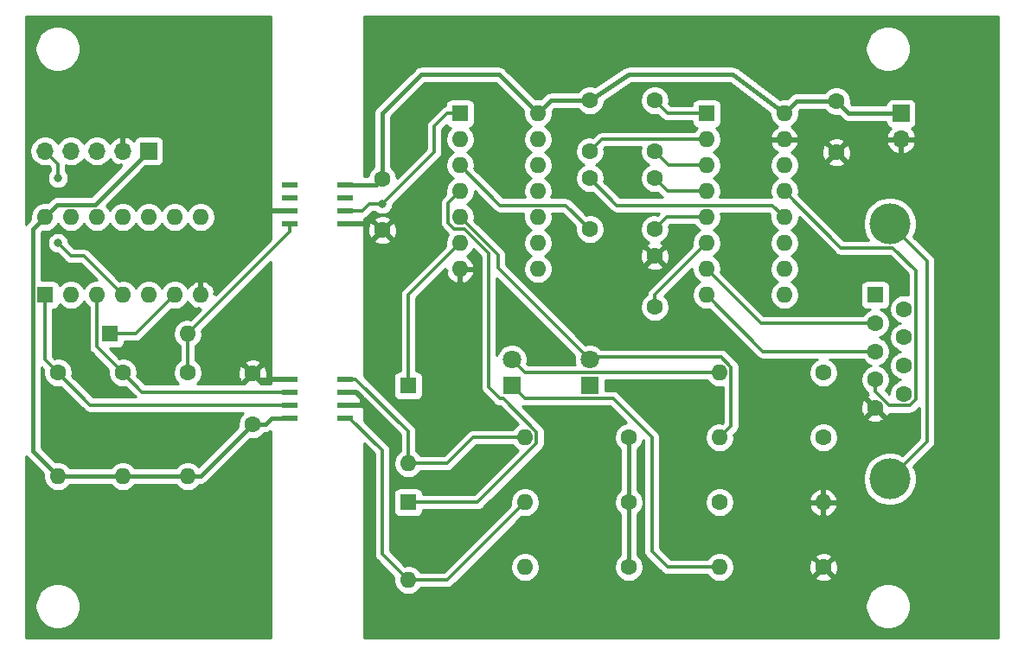
<source format=gbr>
%TF.GenerationSoftware,KiCad,Pcbnew,5.1.6+dfsg1-1~bpo10+1*%
%TF.CreationDate,2020-05-25T22:11:19+02:00*%
%TF.ProjectId,rs232 uart programmer,72733233-3220-4756-9172-742070726f67,rev?*%
%TF.SameCoordinates,Original*%
%TF.FileFunction,Copper,L1,Top*%
%TF.FilePolarity,Positive*%
%FSLAX46Y46*%
G04 Gerber Fmt 4.6, Leading zero omitted, Abs format (unit mm)*
G04 Created by KiCad (PCBNEW 5.1.6+dfsg1-1~bpo10+1) date 2020-05-25 22:11:19*
%MOMM*%
%LPD*%
G01*
G04 APERTURE LIST*
%TA.AperFunction,ComponentPad*%
%ADD10O,1.600000X1.600000*%
%TD*%
%TA.AperFunction,ComponentPad*%
%ADD11C,1.600000*%
%TD*%
%TA.AperFunction,ComponentPad*%
%ADD12C,1.800000*%
%TD*%
%TA.AperFunction,ComponentPad*%
%ADD13R,1.800000X1.800000*%
%TD*%
%TA.AperFunction,ComponentPad*%
%ADD14R,1.600000X1.600000*%
%TD*%
%TA.AperFunction,SMDPad,CuDef*%
%ADD15R,1.550000X0.600000*%
%TD*%
%TA.AperFunction,ComponentPad*%
%ADD16O,1.700000X1.700000*%
%TD*%
%TA.AperFunction,ComponentPad*%
%ADD17R,1.700000X1.700000*%
%TD*%
%TA.AperFunction,ComponentPad*%
%ADD18C,4.000000*%
%TD*%
%TA.AperFunction,ViaPad*%
%ADD19C,0.800000*%
%TD*%
%TA.AperFunction,Conductor*%
%ADD20C,0.300000*%
%TD*%
%TA.AperFunction,Conductor*%
%ADD21C,0.400000*%
%TD*%
%TA.AperFunction,Conductor*%
%ADD22C,0.500000*%
%TD*%
%TA.AperFunction,Conductor*%
%ADD23C,0.254000*%
%TD*%
G04 APERTURE END LIST*
D10*
%TO.P,R10,2*%
%TO.N,GND*%
X243840000Y-99060000D03*
D11*
%TO.P,R10,1*%
%TO.N,Net-(LED2-Pad1)*%
X233680000Y-99060000D03*
%TD*%
D10*
%TO.P,R9,2*%
%TO.N,Net-(LED1-Pad1)*%
X233680000Y-105410000D03*
D11*
%TO.P,R9,1*%
%TO.N,GND*%
X243840000Y-105410000D03*
%TD*%
D10*
%TO.P,R8,2*%
%TO.N,Net-(R8-Pad2)*%
X214630000Y-105410000D03*
D11*
%TO.P,R8,1*%
%TO.N,+5V*%
X224790000Y-105410000D03*
%TD*%
D10*
%TO.P,R7,2*%
%TO.N,Net-(D5-Pad2)*%
X214630000Y-92710000D03*
D11*
%TO.P,R7,1*%
%TO.N,+5V*%
X224790000Y-92710000D03*
%TD*%
D10*
%TO.P,R6,2*%
%TO.N,Net-(D4-Pad2)*%
X214630000Y-99060000D03*
D11*
%TO.P,R6,1*%
%TO.N,+5V*%
X224790000Y-99060000D03*
%TD*%
D10*
%TO.P,R5,2*%
%TO.N,+5VA*%
X181610000Y-96520000D03*
D11*
%TO.P,R5,1*%
%TO.N,Net-(D3-Pad2)*%
X181610000Y-86360000D03*
%TD*%
D10*
%TO.P,R4,2*%
%TO.N,+5VA*%
X175260000Y-96520000D03*
D11*
%TO.P,R4,1*%
%TO.N,Net-(R4-Pad1)*%
X175260000Y-86360000D03*
%TD*%
D10*
%TO.P,R3,2*%
%TO.N,+5VA*%
X168910000Y-96520000D03*
D11*
%TO.P,R3,1*%
%TO.N,Net-(R3-Pad1)*%
X168910000Y-86360000D03*
%TD*%
D10*
%TO.P,R2,2*%
%TO.N,Net-(LED2-Pad2)*%
X233680000Y-92710000D03*
D11*
%TO.P,R2,1*%
%TO.N,Net-(R2-Pad1)*%
X243840000Y-92710000D03*
%TD*%
D10*
%TO.P,R1,2*%
%TO.N,Net-(LED1-Pad2)*%
X233680000Y-86360000D03*
D11*
%TO.P,R1,1*%
%TO.N,Net-(R1-Pad1)*%
X243840000Y-86360000D03*
%TD*%
D12*
%TO.P,LED2,2*%
%TO.N,Net-(LED2-Pad2)*%
X220980000Y-85090000D03*
D13*
%TO.P,LED2,1*%
%TO.N,Net-(LED2-Pad1)*%
X220980000Y-87630000D03*
%TD*%
D10*
%TO.P,U7,16*%
%TO.N,+5V*%
X240030000Y-60960000D03*
%TO.P,U7,8*%
%TO.N,Net-(J2-Pad3)*%
X232410000Y-78740000D03*
%TO.P,U7,15*%
%TO.N,GND*%
X240030000Y-63500000D03*
%TO.P,U7,7*%
%TO.N,Net-(J2-Pad2)*%
X232410000Y-76200000D03*
%TO.P,U7,14*%
%TO.N,Net-(U7-Pad14)*%
X240030000Y-66040000D03*
%TO.P,U7,6*%
%TO.N,Net-(C5-Pad2)*%
X232410000Y-73660000D03*
%TO.P,U7,13*%
%TO.N,Net-(J2-Pad4)*%
X240030000Y-68580000D03*
%TO.P,U7,5*%
%TO.N,Net-(C4-Pad2)*%
X232410000Y-71120000D03*
%TO.P,U7,12*%
%TO.N,Net-(C1-Pad1)*%
X240030000Y-71120000D03*
%TO.P,U7,4*%
%TO.N,Net-(C4-Pad1)*%
X232410000Y-68580000D03*
%TO.P,U7,11*%
%TO.N,Net-(U7-Pad11)*%
X240030000Y-73660000D03*
%TO.P,U7,3*%
%TO.N,Net-(C2-Pad2)*%
X232410000Y-66040000D03*
%TO.P,U7,10*%
%TO.N,Net-(R1-Pad1)*%
X240030000Y-76200000D03*
%TO.P,U7,2*%
%TO.N,Net-(C6-Pad2)*%
X232410000Y-63500000D03*
%TO.P,U7,9*%
%TO.N,Net-(R2-Pad1)*%
X240030000Y-78740000D03*
D14*
%TO.P,U7,1*%
%TO.N,Net-(C2-Pad1)*%
X232410000Y-60960000D03*
%TD*%
D15*
%TO.P,U4,1*%
%TO.N,Net-(D4-Pad2)*%
X197010000Y-90805000D03*
%TO.P,U4,2*%
%TO.N,GND*%
X197010000Y-89535000D03*
%TO.P,U4,3*%
X197010000Y-88265000D03*
%TO.P,U4,4*%
%TO.N,Net-(D5-Pad2)*%
X197010000Y-86995000D03*
%TO.P,U4,5*%
%TO.N,GNDA*%
X191610000Y-86995000D03*
%TO.P,U4,6*%
%TO.N,Net-(R4-Pad1)*%
X191610000Y-88265000D03*
%TO.P,U4,7*%
%TO.N,Net-(R3-Pad1)*%
X191610000Y-89535000D03*
%TO.P,U4,8*%
%TO.N,+5VA*%
X191610000Y-90805000D03*
%TD*%
%TO.P,U3,1*%
%TO.N,Net-(U3-Pad1)*%
X191610000Y-67945000D03*
%TO.P,U3,2*%
%TO.N,Net-(U3-Pad2)*%
X191610000Y-69215000D03*
%TO.P,U3,3*%
%TO.N,GNDA*%
X191610000Y-70485000D03*
%TO.P,U3,4*%
%TO.N,Net-(D3-Pad2)*%
X191610000Y-71755000D03*
%TO.P,U3,5*%
%TO.N,GND*%
X197010000Y-71755000D03*
%TO.P,U3,6*%
%TO.N,Net-(R8-Pad2)*%
X197010000Y-70485000D03*
%TO.P,U3,7*%
%TO.N,Net-(U3-Pad7)*%
X197010000Y-69215000D03*
%TO.P,U3,8*%
%TO.N,+5V*%
X197010000Y-67945000D03*
%TD*%
D10*
%TO.P,U2,14*%
%TO.N,+5V*%
X215900000Y-60960000D03*
%TO.P,U2,7*%
%TO.N,GND*%
X208280000Y-76200000D03*
%TO.P,U2,13*%
%TO.N,N/C*%
X215900000Y-63500000D03*
%TO.P,U2,6*%
%TO.N,Net-(D5-Pad1)*%
X208280000Y-73660000D03*
%TO.P,U2,12*%
%TO.N,N/C*%
X215900000Y-66040000D03*
%TO.P,U2,5*%
%TO.N,Net-(LED2-Pad2)*%
X208280000Y-71120000D03*
%TO.P,U2,11*%
%TO.N,N/C*%
X215900000Y-68580000D03*
%TO.P,U2,4*%
%TO.N,Net-(D4-Pad1)*%
X208280000Y-68580000D03*
%TO.P,U2,10*%
%TO.N,N/C*%
X215900000Y-71120000D03*
%TO.P,U2,3*%
%TO.N,Net-(C1-Pad2)*%
X208280000Y-66040000D03*
%TO.P,U2,9*%
%TO.N,N/C*%
X215900000Y-73660000D03*
%TO.P,U2,2*%
%TO.N,Net-(LED1-Pad2)*%
X208280000Y-63500000D03*
%TO.P,U2,8*%
%TO.N,N/C*%
X215900000Y-76200000D03*
D14*
%TO.P,U2,1*%
%TO.N,Net-(R8-Pad2)*%
X208280000Y-60960000D03*
%TD*%
%TO.P,U1,1*%
%TO.N,Net-(R3-Pad1)*%
X167640000Y-78740000D03*
D10*
%TO.P,U1,8*%
%TO.N,N/C*%
X182880000Y-71120000D03*
%TO.P,U1,2*%
%TO.N,Net-(J1-Pad4)*%
X170180000Y-78740000D03*
%TO.P,U1,9*%
%TO.N,N/C*%
X180340000Y-71120000D03*
%TO.P,U1,3*%
%TO.N,Net-(R4-Pad1)*%
X172720000Y-78740000D03*
%TO.P,U1,10*%
%TO.N,N/C*%
X177800000Y-71120000D03*
%TO.P,U1,4*%
%TO.N,Net-(J1-Pad5)*%
X175260000Y-78740000D03*
%TO.P,U1,11*%
%TO.N,N/C*%
X175260000Y-71120000D03*
%TO.P,U1,5*%
%TO.N,Net-(J1-Pad3)*%
X177800000Y-78740000D03*
%TO.P,U1,12*%
%TO.N,N/C*%
X172720000Y-71120000D03*
%TO.P,U1,6*%
%TO.N,Net-(D3-Pad1)*%
X180340000Y-78740000D03*
%TO.P,U1,13*%
%TO.N,N/C*%
X170180000Y-71120000D03*
%TO.P,U1,7*%
%TO.N,GNDA*%
X182880000Y-78740000D03*
%TO.P,U1,14*%
%TO.N,+5VA*%
X167640000Y-71120000D03*
%TD*%
D16*
%TO.P,J3,2*%
%TO.N,GND*%
X251460000Y-63500000D03*
D17*
%TO.P,J3,1*%
%TO.N,+5V*%
X251460000Y-60960000D03*
%TD*%
D18*
%TO.P,J2,0*%
%TO.N,Net-(J2-Pad0)*%
X250340000Y-71780000D03*
X250340000Y-96780000D03*
D11*
%TO.P,J2,9*%
%TO.N,Net-(J2-Pad9)*%
X251760000Y-88435000D03*
%TO.P,J2,8*%
%TO.N,Net-(J2-Pad8)*%
X251760000Y-85665000D03*
%TO.P,J2,7*%
%TO.N,Net-(J2-Pad7)*%
X251760000Y-82895000D03*
%TO.P,J2,6*%
%TO.N,Net-(J2-Pad6)*%
X251760000Y-80125000D03*
%TO.P,J2,5*%
%TO.N,GND*%
X248920000Y-89820000D03*
%TO.P,J2,4*%
%TO.N,Net-(J2-Pad4)*%
X248920000Y-87050000D03*
%TO.P,J2,3*%
%TO.N,Net-(J2-Pad3)*%
X248920000Y-84280000D03*
%TO.P,J2,2*%
%TO.N,Net-(J2-Pad2)*%
X248920000Y-81510000D03*
D14*
%TO.P,J2,1*%
%TO.N,Net-(J2-Pad1)*%
X248920000Y-78740000D03*
%TD*%
D17*
%TO.P,J1,1*%
%TO.N,+5VA*%
X177800000Y-64643000D03*
D16*
%TO.P,J1,2*%
%TO.N,GNDA*%
X175260000Y-64643000D03*
%TO.P,J1,3*%
%TO.N,Net-(J1-Pad3)*%
X172720000Y-64643000D03*
%TO.P,J1,4*%
%TO.N,Net-(J1-Pad4)*%
X170180000Y-64643000D03*
%TO.P,J1,5*%
%TO.N,Net-(J1-Pad5)*%
X167640000Y-64643000D03*
%TD*%
D10*
%TO.P,D5,2*%
%TO.N,Net-(D5-Pad2)*%
X203200000Y-95250000D03*
D14*
%TO.P,D5,1*%
%TO.N,Net-(D5-Pad1)*%
X203200000Y-87630000D03*
%TD*%
D10*
%TO.P,D4,2*%
%TO.N,Net-(D4-Pad2)*%
X203200000Y-106680000D03*
D14*
%TO.P,D4,1*%
%TO.N,Net-(D4-Pad1)*%
X203200000Y-99060000D03*
%TD*%
%TO.P,D3,1*%
%TO.N,Net-(D3-Pad1)*%
X173990000Y-82550000D03*
D10*
%TO.P,D3,2*%
%TO.N,Net-(D3-Pad2)*%
X181610000Y-82550000D03*
%TD*%
D12*
%TO.P,LED1,2*%
%TO.N,Net-(LED1-Pad2)*%
X213360000Y-85090000D03*
D13*
%TO.P,LED1,1*%
%TO.N,Net-(LED1-Pad1)*%
X213360000Y-87630000D03*
%TD*%
D11*
%TO.P,C8,1*%
%TO.N,GND*%
X200660000Y-72390000D03*
%TO.P,C8,2*%
%TO.N,+5V*%
X200660000Y-67390000D03*
%TD*%
%TO.P,C7,1*%
%TO.N,+5VA*%
X187960000Y-91440000D03*
%TO.P,C7,2*%
%TO.N,GNDA*%
X187960000Y-86440000D03*
%TD*%
%TO.P,C6,2*%
%TO.N,Net-(C6-Pad2)*%
X220980000Y-64690000D03*
%TO.P,C6,1*%
%TO.N,+5V*%
X220980000Y-59690000D03*
%TD*%
%TO.P,C5,2*%
%TO.N,Net-(C5-Pad2)*%
X227330000Y-79930000D03*
%TO.P,C5,1*%
%TO.N,GND*%
X227330000Y-74930000D03*
%TD*%
%TO.P,C4,2*%
%TO.N,Net-(C4-Pad2)*%
X227330000Y-72310000D03*
%TO.P,C4,1*%
%TO.N,Net-(C4-Pad1)*%
X227330000Y-67310000D03*
%TD*%
%TO.P,C3,2*%
%TO.N,+5V*%
X245110000Y-59770000D03*
%TO.P,C3,1*%
%TO.N,GND*%
X245110000Y-64770000D03*
%TD*%
%TO.P,C2,2*%
%TO.N,Net-(C2-Pad2)*%
X227330000Y-64690000D03*
%TO.P,C2,1*%
%TO.N,Net-(C2-Pad1)*%
X227330000Y-59690000D03*
%TD*%
%TO.P,C1,2*%
%TO.N,Net-(C1-Pad2)*%
X220980000Y-72310000D03*
%TO.P,C1,1*%
%TO.N,Net-(C1-Pad1)*%
X220980000Y-67310000D03*
%TD*%
D19*
%TO.N,GND*%
X199390000Y-85090000D03*
X199390000Y-90170000D03*
X203040000Y-62590000D03*
X224155000Y-66675000D03*
X236220000Y-74295000D03*
X245745000Y-76200000D03*
X225425000Y-88265000D03*
X215900000Y-82550000D03*
X202565000Y-109855000D03*
X214630000Y-109855000D03*
X245110000Y-109855000D03*
X257810000Y-109855000D03*
X257810000Y-100965000D03*
X257810000Y-67310000D03*
X257810000Y-53340000D03*
X238125000Y-53340000D03*
X223520000Y-53340000D03*
X213995000Y-53340000D03*
X201295000Y-53340000D03*
X226060000Y-109855000D03*
%TO.N,GNDA*%
X178400000Y-99220000D03*
X187325000Y-81915000D03*
X175260000Y-93345000D03*
X178435000Y-84455000D03*
X170180000Y-81915000D03*
X173990000Y-74930000D03*
X172720000Y-67310000D03*
X187325000Y-53340000D03*
X175260000Y-53340000D03*
X167640000Y-59690000D03*
X167640000Y-102235000D03*
X175260000Y-109855000D03*
X187325000Y-109855000D03*
X187325000Y-62865000D03*
%TO.N,Net-(J1-Pad5)*%
X168910000Y-67310000D03*
X168910000Y-73660000D03*
%TO.N,Net-(R8-Pad2)*%
X200660000Y-69850000D03*
%TD*%
D20*
%TO.N,Net-(C1-Pad2)*%
X212209999Y-69969999D02*
X208280000Y-66040000D01*
X218639999Y-69969999D02*
X212209999Y-69969999D01*
X220980000Y-72310000D02*
X218639999Y-69969999D01*
%TO.N,Net-(C1-Pad1)*%
X223639999Y-69969999D02*
X220980000Y-67310000D01*
X238879999Y-69969999D02*
X223639999Y-69969999D01*
X240030000Y-71120000D02*
X238879999Y-69969999D01*
%TO.N,Net-(C2-Pad2)*%
X228680000Y-66040000D02*
X227330000Y-64690000D01*
X232410000Y-66040000D02*
X228680000Y-66040000D01*
%TO.N,Net-(C2-Pad1)*%
X228600000Y-60960000D02*
X227330000Y-59690000D01*
X232410000Y-60960000D02*
X228600000Y-60960000D01*
D21*
%TO.N,+5V*%
X246300000Y-60960000D02*
X245110000Y-59770000D01*
X251460000Y-60960000D02*
X246300000Y-60960000D01*
X241220000Y-59770000D02*
X240030000Y-60960000D01*
X245110000Y-59770000D02*
X241220000Y-59770000D01*
X217170000Y-59690000D02*
X215900000Y-60960000D01*
X220980000Y-59690000D02*
X217170000Y-59690000D01*
X200660000Y-67390000D02*
X200660000Y-60960000D01*
X200660000Y-60960000D02*
X204470000Y-57150000D01*
X212090000Y-57150000D02*
X215900000Y-60960000D01*
X204470000Y-57150000D02*
X212090000Y-57150000D01*
X200105000Y-67945000D02*
X200660000Y-67390000D01*
X197010000Y-67945000D02*
X200105000Y-67945000D01*
X224790000Y-92710000D02*
X224790000Y-99060000D01*
X224790000Y-99060000D02*
X224790000Y-105410000D01*
X224790000Y-57150000D02*
X220980000Y-59690000D01*
X240030000Y-60960000D02*
X234950000Y-57150000D01*
X234950000Y-57150000D02*
X224790000Y-57150000D01*
%TO.N,GND*%
X198755000Y-89535000D02*
X199390000Y-90170000D01*
D22*
X197010000Y-71755000D02*
X198755000Y-71755000D01*
X197010000Y-89535000D02*
X198755000Y-89535000D01*
X197010000Y-88265000D02*
X198120000Y-88265000D01*
X198120000Y-88265000D02*
X198755000Y-88900000D01*
X198755000Y-89535000D02*
X198755000Y-88900000D01*
D20*
%TO.N,Net-(C4-Pad2)*%
X228520000Y-71120000D02*
X227330000Y-72310000D01*
X232410000Y-71120000D02*
X228520000Y-71120000D01*
%TO.N,Net-(C4-Pad1)*%
X228600000Y-68580000D02*
X227330000Y-67310000D01*
X232410000Y-68580000D02*
X228600000Y-68580000D01*
%TO.N,Net-(C5-Pad2)*%
X227330000Y-78740000D02*
X232410000Y-73660000D01*
X227330000Y-79930000D02*
X227330000Y-78740000D01*
%TO.N,Net-(C6-Pad2)*%
X222170000Y-63500000D02*
X220980000Y-64690000D01*
X232410000Y-63500000D02*
X222170000Y-63500000D01*
D21*
%TO.N,GNDA*%
X188515000Y-86995000D02*
X187960000Y-86440000D01*
D22*
X189865000Y-70485000D02*
X191610000Y-70485000D01*
X189865000Y-86995000D02*
X191610000Y-86995000D01*
D21*
X189865000Y-86995000D02*
X188515000Y-86995000D01*
%TO.N,+5VA*%
X168840001Y-69919999D02*
X172523001Y-69919999D01*
X172523001Y-69919999D02*
X177800000Y-64643000D01*
X167640000Y-71120000D02*
X168840001Y-69919999D01*
X166439999Y-72320001D02*
X166439999Y-94049999D01*
X166439999Y-94049999D02*
X168910000Y-96520000D01*
X167640000Y-71120000D02*
X166439999Y-72320001D01*
X168910000Y-96520000D02*
X175260000Y-96520000D01*
X175260000Y-96520000D02*
X181610000Y-96520000D01*
X182880000Y-96520000D02*
X187960000Y-91440000D01*
X181610000Y-96520000D02*
X182880000Y-96520000D01*
X187960000Y-91440000D02*
X189230000Y-91440000D01*
X189865000Y-90805000D02*
X191610000Y-90805000D01*
X189230000Y-91440000D02*
X189865000Y-90805000D01*
D20*
%TO.N,Net-(D3-Pad2)*%
X181610000Y-86360000D02*
X181610000Y-82550000D01*
X191610000Y-72550000D02*
X191610000Y-71755000D01*
X181610000Y-82550000D02*
X191610000Y-72550000D01*
%TO.N,Net-(D3-Pad1)*%
X176530000Y-82550000D02*
X173990000Y-82550000D01*
X180340000Y-78740000D02*
X176530000Y-82550000D01*
%TO.N,Net-(D4-Pad2)*%
X197010000Y-90805000D02*
X197485000Y-90805000D01*
X197485000Y-90805000D02*
X200660000Y-93980000D01*
X200660000Y-104140000D02*
X203200000Y-106680000D01*
X200660000Y-93980000D02*
X200660000Y-104140000D01*
X207010000Y-106680000D02*
X214630000Y-99060000D01*
X203200000Y-106680000D02*
X207010000Y-106680000D01*
%TO.N,Net-(D4-Pad1)*%
X211100001Y-74647121D02*
X208722881Y-72270001D01*
X208722881Y-72270001D02*
X207727999Y-72270001D01*
X207129999Y-71672001D02*
X207129999Y-69730001D01*
X207129999Y-69730001D02*
X208280000Y-68580000D01*
X207727999Y-72270001D02*
X207129999Y-71672001D01*
X212179999Y-88880001D02*
X211100001Y-87800003D01*
X212502003Y-88880001D02*
X212179999Y-88880001D01*
X215780001Y-92157999D02*
X212502003Y-88880001D01*
X215780001Y-93262001D02*
X215780001Y-92157999D01*
X209982002Y-99060000D02*
X215780001Y-93262001D01*
X211100001Y-87800003D02*
X211100001Y-74647121D01*
X203200000Y-99060000D02*
X209982002Y-99060000D01*
%TO.N,Net-(D5-Pad2)*%
X207010000Y-95250000D02*
X209550000Y-92710000D01*
X203200000Y-95250000D02*
X207010000Y-95250000D01*
X198085000Y-86995000D02*
X197010000Y-86995000D01*
X203200000Y-92110000D02*
X198085000Y-86995000D01*
X203200000Y-95250000D02*
X203200000Y-92110000D01*
X209550000Y-92710000D02*
X214630000Y-92710000D01*
%TO.N,Net-(D5-Pad1)*%
X203200000Y-78740000D02*
X208280000Y-73660000D01*
X203200000Y-87630000D02*
X203200000Y-78740000D01*
%TO.N,Net-(J1-Pad5)*%
X168910000Y-73660000D02*
X170180000Y-74930000D01*
X171450000Y-74930000D02*
X175260000Y-78740000D01*
X170180000Y-74930000D02*
X171450000Y-74930000D01*
X168910000Y-65913000D02*
X167640000Y-64643000D01*
X168910000Y-67310000D02*
X168910000Y-65913000D01*
%TO.N,Net-(J2-Pad0)*%
X250340000Y-96780000D02*
X254000000Y-93120000D01*
X254000000Y-75440000D02*
X250340000Y-71780000D01*
X254000000Y-93120000D02*
X254000000Y-75440000D01*
%TO.N,Net-(J2-Pad4)*%
X250323631Y-89585001D02*
X248920000Y-88181370D01*
X252312001Y-89585001D02*
X250323631Y-89585001D01*
X252910001Y-88987001D02*
X252312001Y-89585001D01*
X252910001Y-76380001D02*
X252910001Y-88987001D01*
X248920000Y-88181370D02*
X248920000Y-87050000D01*
X250660001Y-74130001D02*
X252910001Y-76380001D01*
X245580001Y-74130001D02*
X250660001Y-74130001D01*
X240030000Y-68580000D02*
X245580001Y-74130001D01*
%TO.N,Net-(J2-Pad3)*%
X237950000Y-84280000D02*
X248920000Y-84280000D01*
X232410000Y-78740000D02*
X237950000Y-84280000D01*
%TO.N,Net-(J2-Pad2)*%
X237720000Y-81510000D02*
X248920000Y-81510000D01*
X232410000Y-76200000D02*
X237720000Y-81510000D01*
%TO.N,Net-(R3-Pad1)*%
X172085000Y-89535000D02*
X168910000Y-86360000D01*
X191610000Y-89535000D02*
X172085000Y-89535000D01*
X168910000Y-86360000D02*
X167640000Y-85090000D01*
X167640000Y-85090000D02*
X167640000Y-78740000D01*
%TO.N,Net-(R4-Pad1)*%
X177165000Y-88265000D02*
X175260000Y-86360000D01*
X191610000Y-88265000D02*
X177165000Y-88265000D01*
X172720000Y-83820000D02*
X172720000Y-78740000D01*
X175260000Y-86360000D02*
X172720000Y-83820000D01*
%TO.N,Net-(R8-Pad2)*%
X205740000Y-64770000D02*
X200660000Y-69850000D01*
X205740000Y-62230000D02*
X205740000Y-64770000D01*
X207010000Y-60960000D02*
X205740000Y-62230000D01*
X208280000Y-60960000D02*
X207010000Y-60960000D01*
X200660000Y-69850000D02*
X199390000Y-69850000D01*
X198755000Y-70485000D02*
X197010000Y-70485000D01*
X199390000Y-69850000D02*
X198755000Y-70485000D01*
%TO.N,Net-(LED1-Pad2)*%
X214630000Y-86360000D02*
X213360000Y-85090000D01*
X228600000Y-86360000D02*
X214630000Y-86360000D01*
X228600000Y-86360000D02*
X233680000Y-86360000D01*
%TO.N,Net-(LED1-Pad1)*%
X214610001Y-88880001D02*
X213360000Y-87630000D01*
X223254003Y-88880001D02*
X214610001Y-88880001D01*
X227049999Y-92675997D02*
X223254003Y-88880001D01*
X227049999Y-103859999D02*
X227049999Y-92675997D01*
X228600000Y-105410000D02*
X227049999Y-103859999D01*
X228600000Y-105410000D02*
X233680000Y-105410000D01*
%TO.N,Net-(LED2-Pad2)*%
X212002889Y-74842889D02*
X208280000Y-71120000D01*
X212002889Y-76112889D02*
X212002889Y-74842889D01*
X220980000Y-85090000D02*
X212002889Y-76112889D01*
X234830001Y-91559999D02*
X233680000Y-92710000D01*
X234830001Y-85807999D02*
X234830001Y-91559999D01*
X233832001Y-84809999D02*
X234830001Y-85807999D01*
X221260001Y-84809999D02*
X233832001Y-84809999D01*
X220980000Y-85090000D02*
X221260001Y-84809999D01*
%TD*%
D23*
%TO.N,GND*%
G36*
X260960000Y-112370000D02*
G01*
X198882000Y-112370000D01*
X198882000Y-108999872D01*
X247955000Y-108999872D01*
X247955000Y-109440128D01*
X248040890Y-109871925D01*
X248209369Y-110278669D01*
X248453962Y-110644729D01*
X248765271Y-110956038D01*
X249131331Y-111200631D01*
X249538075Y-111369110D01*
X249969872Y-111455000D01*
X250410128Y-111455000D01*
X250841925Y-111369110D01*
X251248669Y-111200631D01*
X251614729Y-110956038D01*
X251926038Y-110644729D01*
X252170631Y-110278669D01*
X252339110Y-109871925D01*
X252425000Y-109440128D01*
X252425000Y-108999872D01*
X252339110Y-108568075D01*
X252170631Y-108161331D01*
X251926038Y-107795271D01*
X251614729Y-107483962D01*
X251248669Y-107239369D01*
X250841925Y-107070890D01*
X250410128Y-106985000D01*
X249969872Y-106985000D01*
X249538075Y-107070890D01*
X249131331Y-107239369D01*
X248765271Y-107483962D01*
X248453962Y-107795271D01*
X248209369Y-108161331D01*
X248040890Y-108568075D01*
X247955000Y-108999872D01*
X198882000Y-108999872D01*
X198882000Y-93312158D01*
X199875000Y-94305158D01*
X199875001Y-104101437D01*
X199871203Y-104140000D01*
X199886359Y-104293886D01*
X199931246Y-104441859D01*
X199931247Y-104441860D01*
X200004139Y-104578233D01*
X200042520Y-104625000D01*
X200077655Y-104667812D01*
X200077659Y-104667816D01*
X200102237Y-104697764D01*
X200132185Y-104722342D01*
X201795446Y-106385604D01*
X201765000Y-106538665D01*
X201765000Y-106821335D01*
X201820147Y-107098574D01*
X201928320Y-107359727D01*
X202085363Y-107594759D01*
X202285241Y-107794637D01*
X202520273Y-107951680D01*
X202781426Y-108059853D01*
X203058665Y-108115000D01*
X203341335Y-108115000D01*
X203618574Y-108059853D01*
X203879727Y-107951680D01*
X204114759Y-107794637D01*
X204314637Y-107594759D01*
X204401339Y-107465000D01*
X206971447Y-107465000D01*
X207010000Y-107468797D01*
X207048553Y-107465000D01*
X207048561Y-107465000D01*
X207163887Y-107453641D01*
X207311860Y-107408754D01*
X207448233Y-107335862D01*
X207567764Y-107237764D01*
X207592347Y-107207810D01*
X209531492Y-105268665D01*
X213195000Y-105268665D01*
X213195000Y-105551335D01*
X213250147Y-105828574D01*
X213358320Y-106089727D01*
X213515363Y-106324759D01*
X213715241Y-106524637D01*
X213950273Y-106681680D01*
X214211426Y-106789853D01*
X214488665Y-106845000D01*
X214771335Y-106845000D01*
X215048574Y-106789853D01*
X215309727Y-106681680D01*
X215544759Y-106524637D01*
X215744637Y-106324759D01*
X215901680Y-106089727D01*
X216009853Y-105828574D01*
X216065000Y-105551335D01*
X216065000Y-105268665D01*
X216009853Y-104991426D01*
X215901680Y-104730273D01*
X215744637Y-104495241D01*
X215544759Y-104295363D01*
X215309727Y-104138320D01*
X215048574Y-104030147D01*
X214771335Y-103975000D01*
X214488665Y-103975000D01*
X214211426Y-104030147D01*
X213950273Y-104138320D01*
X213715241Y-104295363D01*
X213515363Y-104495241D01*
X213358320Y-104730273D01*
X213250147Y-104991426D01*
X213195000Y-105268665D01*
X209531492Y-105268665D01*
X214335604Y-100464554D01*
X214488665Y-100495000D01*
X214771335Y-100495000D01*
X215048574Y-100439853D01*
X215309727Y-100331680D01*
X215544759Y-100174637D01*
X215744637Y-99974759D01*
X215901680Y-99739727D01*
X216009853Y-99478574D01*
X216065000Y-99201335D01*
X216065000Y-98918665D01*
X216009853Y-98641426D01*
X215901680Y-98380273D01*
X215744637Y-98145241D01*
X215544759Y-97945363D01*
X215309727Y-97788320D01*
X215048574Y-97680147D01*
X214771335Y-97625000D01*
X214488665Y-97625000D01*
X214211426Y-97680147D01*
X213950273Y-97788320D01*
X213715241Y-97945363D01*
X213515363Y-98145241D01*
X213358320Y-98380273D01*
X213250147Y-98641426D01*
X213195000Y-98918665D01*
X213195000Y-99201335D01*
X213225446Y-99354396D01*
X206684843Y-105895000D01*
X204401339Y-105895000D01*
X204314637Y-105765241D01*
X204114759Y-105565363D01*
X203879727Y-105408320D01*
X203618574Y-105300147D01*
X203341335Y-105245000D01*
X203058665Y-105245000D01*
X202905604Y-105275446D01*
X201445000Y-103814843D01*
X201445000Y-94018552D01*
X201448797Y-93979999D01*
X201445000Y-93941446D01*
X201445000Y-93941439D01*
X201433641Y-93826113D01*
X201388754Y-93678140D01*
X201315862Y-93541767D01*
X201217764Y-93422236D01*
X201187817Y-93397659D01*
X198882000Y-91091843D01*
X198882000Y-88902157D01*
X202415001Y-92435159D01*
X202415000Y-94048661D01*
X202285241Y-94135363D01*
X202085363Y-94335241D01*
X201928320Y-94570273D01*
X201820147Y-94831426D01*
X201765000Y-95108665D01*
X201765000Y-95391335D01*
X201820147Y-95668574D01*
X201928320Y-95929727D01*
X202085363Y-96164759D01*
X202285241Y-96364637D01*
X202520273Y-96521680D01*
X202781426Y-96629853D01*
X203058665Y-96685000D01*
X203341335Y-96685000D01*
X203618574Y-96629853D01*
X203879727Y-96521680D01*
X204114759Y-96364637D01*
X204314637Y-96164759D01*
X204401339Y-96035000D01*
X206971447Y-96035000D01*
X207010000Y-96038797D01*
X207048553Y-96035000D01*
X207048561Y-96035000D01*
X207163887Y-96023641D01*
X207311860Y-95978754D01*
X207448233Y-95905862D01*
X207567764Y-95807764D01*
X207592347Y-95777810D01*
X209875158Y-93495000D01*
X213428661Y-93495000D01*
X213515363Y-93624759D01*
X213715241Y-93824637D01*
X213950208Y-93981637D01*
X209656845Y-98275000D01*
X204638072Y-98275000D01*
X204638072Y-98260000D01*
X204625812Y-98135518D01*
X204589502Y-98015820D01*
X204530537Y-97905506D01*
X204451185Y-97808815D01*
X204354494Y-97729463D01*
X204244180Y-97670498D01*
X204124482Y-97634188D01*
X204000000Y-97621928D01*
X202400000Y-97621928D01*
X202275518Y-97634188D01*
X202155820Y-97670498D01*
X202045506Y-97729463D01*
X201948815Y-97808815D01*
X201869463Y-97905506D01*
X201810498Y-98015820D01*
X201774188Y-98135518D01*
X201761928Y-98260000D01*
X201761928Y-99860000D01*
X201774188Y-99984482D01*
X201810498Y-100104180D01*
X201869463Y-100214494D01*
X201948815Y-100311185D01*
X202045506Y-100390537D01*
X202155820Y-100449502D01*
X202275518Y-100485812D01*
X202400000Y-100498072D01*
X204000000Y-100498072D01*
X204124482Y-100485812D01*
X204244180Y-100449502D01*
X204354494Y-100390537D01*
X204451185Y-100311185D01*
X204530537Y-100214494D01*
X204589502Y-100104180D01*
X204625812Y-99984482D01*
X204638072Y-99860000D01*
X204638072Y-99845000D01*
X209943449Y-99845000D01*
X209982002Y-99848797D01*
X210020555Y-99845000D01*
X210020563Y-99845000D01*
X210135889Y-99833641D01*
X210283862Y-99788754D01*
X210420235Y-99715862D01*
X210539766Y-99617764D01*
X210564349Y-99587810D01*
X216307812Y-93844347D01*
X216337765Y-93819765D01*
X216435863Y-93700234D01*
X216508755Y-93563861D01*
X216529644Y-93495000D01*
X216553643Y-93415888D01*
X216561021Y-93340975D01*
X216565001Y-93300562D01*
X216565001Y-93300557D01*
X216568798Y-93262001D01*
X216565001Y-93223445D01*
X216565001Y-92196551D01*
X216568798Y-92157998D01*
X216565001Y-92119445D01*
X216565001Y-92119438D01*
X216553642Y-92004112D01*
X216551859Y-91998232D01*
X216532625Y-91934828D01*
X216508755Y-91856139D01*
X216435863Y-91719766D01*
X216337765Y-91600235D01*
X216307817Y-91575657D01*
X214355185Y-89623026D01*
X214420580Y-89642863D01*
X214456113Y-89653642D01*
X214470491Y-89655058D01*
X214571440Y-89665001D01*
X214571447Y-89665001D01*
X214610000Y-89668798D01*
X214648553Y-89665001D01*
X222928846Y-89665001D01*
X224557065Y-91293221D01*
X224371426Y-91330147D01*
X224110273Y-91438320D01*
X223875241Y-91595363D01*
X223675363Y-91795241D01*
X223518320Y-92030273D01*
X223410147Y-92291426D01*
X223355000Y-92568665D01*
X223355000Y-92851335D01*
X223410147Y-93128574D01*
X223518320Y-93389727D01*
X223675363Y-93624759D01*
X223875241Y-93824637D01*
X223955000Y-93877930D01*
X223955001Y-97892069D01*
X223875241Y-97945363D01*
X223675363Y-98145241D01*
X223518320Y-98380273D01*
X223410147Y-98641426D01*
X223355000Y-98918665D01*
X223355000Y-99201335D01*
X223410147Y-99478574D01*
X223518320Y-99739727D01*
X223675363Y-99974759D01*
X223875241Y-100174637D01*
X223955000Y-100227930D01*
X223955001Y-104242069D01*
X223875241Y-104295363D01*
X223675363Y-104495241D01*
X223518320Y-104730273D01*
X223410147Y-104991426D01*
X223355000Y-105268665D01*
X223355000Y-105551335D01*
X223410147Y-105828574D01*
X223518320Y-106089727D01*
X223675363Y-106324759D01*
X223875241Y-106524637D01*
X224110273Y-106681680D01*
X224371426Y-106789853D01*
X224648665Y-106845000D01*
X224931335Y-106845000D01*
X225208574Y-106789853D01*
X225469727Y-106681680D01*
X225704759Y-106524637D01*
X225904637Y-106324759D01*
X226061680Y-106089727D01*
X226169853Y-105828574D01*
X226225000Y-105551335D01*
X226225000Y-105268665D01*
X226169853Y-104991426D01*
X226061680Y-104730273D01*
X225904637Y-104495241D01*
X225704759Y-104295363D01*
X225625000Y-104242070D01*
X225625000Y-100227930D01*
X225704759Y-100174637D01*
X225904637Y-99974759D01*
X226061680Y-99739727D01*
X226169853Y-99478574D01*
X226225000Y-99201335D01*
X226225000Y-98918665D01*
X226169853Y-98641426D01*
X226061680Y-98380273D01*
X225904637Y-98145241D01*
X225704759Y-97945363D01*
X225625000Y-97892070D01*
X225625000Y-93877930D01*
X225704759Y-93824637D01*
X225904637Y-93624759D01*
X226061680Y-93389727D01*
X226169853Y-93128574D01*
X226206779Y-92942935D01*
X226265000Y-93001156D01*
X226264999Y-103821446D01*
X226261202Y-103859999D01*
X226264999Y-103898552D01*
X226264999Y-103898559D01*
X226276358Y-104013885D01*
X226321245Y-104161858D01*
X226394137Y-104298231D01*
X226492235Y-104417763D01*
X226522189Y-104442346D01*
X228017658Y-105937816D01*
X228042236Y-105967764D01*
X228072184Y-105992342D01*
X228072187Y-105992345D01*
X228085525Y-106003291D01*
X228161767Y-106065862D01*
X228298140Y-106138754D01*
X228411672Y-106173194D01*
X228446112Y-106183641D01*
X228460490Y-106185057D01*
X228561439Y-106195000D01*
X228561446Y-106195000D01*
X228599999Y-106198797D01*
X228638552Y-106195000D01*
X232478661Y-106195000D01*
X232565363Y-106324759D01*
X232765241Y-106524637D01*
X233000273Y-106681680D01*
X233261426Y-106789853D01*
X233538665Y-106845000D01*
X233821335Y-106845000D01*
X234098574Y-106789853D01*
X234359727Y-106681680D01*
X234594759Y-106524637D01*
X234716694Y-106402702D01*
X243026903Y-106402702D01*
X243098486Y-106646671D01*
X243353996Y-106767571D01*
X243628184Y-106836300D01*
X243910512Y-106850217D01*
X244190130Y-106808787D01*
X244456292Y-106713603D01*
X244581514Y-106646671D01*
X244653097Y-106402702D01*
X243840000Y-105589605D01*
X243026903Y-106402702D01*
X234716694Y-106402702D01*
X234794637Y-106324759D01*
X234951680Y-106089727D01*
X235059853Y-105828574D01*
X235115000Y-105551335D01*
X235115000Y-105480512D01*
X242399783Y-105480512D01*
X242441213Y-105760130D01*
X242536397Y-106026292D01*
X242603329Y-106151514D01*
X242847298Y-106223097D01*
X243660395Y-105410000D01*
X244019605Y-105410000D01*
X244832702Y-106223097D01*
X245076671Y-106151514D01*
X245197571Y-105896004D01*
X245266300Y-105621816D01*
X245280217Y-105339488D01*
X245238787Y-105059870D01*
X245143603Y-104793708D01*
X245076671Y-104668486D01*
X244832702Y-104596903D01*
X244019605Y-105410000D01*
X243660395Y-105410000D01*
X242847298Y-104596903D01*
X242603329Y-104668486D01*
X242482429Y-104923996D01*
X242413700Y-105198184D01*
X242399783Y-105480512D01*
X235115000Y-105480512D01*
X235115000Y-105268665D01*
X235059853Y-104991426D01*
X234951680Y-104730273D01*
X234794637Y-104495241D01*
X234716694Y-104417298D01*
X243026903Y-104417298D01*
X243840000Y-105230395D01*
X244653097Y-104417298D01*
X244581514Y-104173329D01*
X244326004Y-104052429D01*
X244051816Y-103983700D01*
X243769488Y-103969783D01*
X243489870Y-104011213D01*
X243223708Y-104106397D01*
X243098486Y-104173329D01*
X243026903Y-104417298D01*
X234716694Y-104417298D01*
X234594759Y-104295363D01*
X234359727Y-104138320D01*
X234098574Y-104030147D01*
X233821335Y-103975000D01*
X233538665Y-103975000D01*
X233261426Y-104030147D01*
X233000273Y-104138320D01*
X232765241Y-104295363D01*
X232565363Y-104495241D01*
X232478661Y-104625000D01*
X228925158Y-104625000D01*
X227834999Y-103534842D01*
X227834999Y-98918665D01*
X232245000Y-98918665D01*
X232245000Y-99201335D01*
X232300147Y-99478574D01*
X232408320Y-99739727D01*
X232565363Y-99974759D01*
X232765241Y-100174637D01*
X233000273Y-100331680D01*
X233261426Y-100439853D01*
X233538665Y-100495000D01*
X233821335Y-100495000D01*
X234098574Y-100439853D01*
X234359727Y-100331680D01*
X234594759Y-100174637D01*
X234794637Y-99974759D01*
X234951680Y-99739727D01*
X235059853Y-99478574D01*
X235073684Y-99409039D01*
X242448096Y-99409039D01*
X242488754Y-99543087D01*
X242608963Y-99797420D01*
X242776481Y-100023414D01*
X242984869Y-100212385D01*
X243226119Y-100357070D01*
X243490960Y-100451909D01*
X243713000Y-100330624D01*
X243713000Y-99187000D01*
X243967000Y-99187000D01*
X243967000Y-100330624D01*
X244189040Y-100451909D01*
X244453881Y-100357070D01*
X244695131Y-100212385D01*
X244903519Y-100023414D01*
X245071037Y-99797420D01*
X245191246Y-99543087D01*
X245231904Y-99409039D01*
X245109915Y-99187000D01*
X243967000Y-99187000D01*
X243713000Y-99187000D01*
X242570085Y-99187000D01*
X242448096Y-99409039D01*
X235073684Y-99409039D01*
X235115000Y-99201335D01*
X235115000Y-98918665D01*
X235073685Y-98710961D01*
X242448096Y-98710961D01*
X242570085Y-98933000D01*
X243713000Y-98933000D01*
X243713000Y-97789376D01*
X243967000Y-97789376D01*
X243967000Y-98933000D01*
X245109915Y-98933000D01*
X245231904Y-98710961D01*
X245191246Y-98576913D01*
X245071037Y-98322580D01*
X244903519Y-98096586D01*
X244695131Y-97907615D01*
X244453881Y-97762930D01*
X244189040Y-97668091D01*
X243967000Y-97789376D01*
X243713000Y-97789376D01*
X243490960Y-97668091D01*
X243226119Y-97762930D01*
X242984869Y-97907615D01*
X242776481Y-98096586D01*
X242608963Y-98322580D01*
X242488754Y-98576913D01*
X242448096Y-98710961D01*
X235073685Y-98710961D01*
X235059853Y-98641426D01*
X234951680Y-98380273D01*
X234794637Y-98145241D01*
X234594759Y-97945363D01*
X234359727Y-97788320D01*
X234098574Y-97680147D01*
X233821335Y-97625000D01*
X233538665Y-97625000D01*
X233261426Y-97680147D01*
X233000273Y-97788320D01*
X232765241Y-97945363D01*
X232565363Y-98145241D01*
X232408320Y-98380273D01*
X232300147Y-98641426D01*
X232245000Y-98918665D01*
X227834999Y-98918665D01*
X227834999Y-92714549D01*
X227838796Y-92675996D01*
X227834999Y-92637443D01*
X227834999Y-92637436D01*
X227823640Y-92522110D01*
X227778753Y-92374137D01*
X227705861Y-92237764D01*
X227607763Y-92118233D01*
X227577815Y-92093655D01*
X223836348Y-88352189D01*
X223811767Y-88322237D01*
X223692236Y-88224139D01*
X223555863Y-88151247D01*
X223407890Y-88106360D01*
X223292564Y-88095001D01*
X223292556Y-88095001D01*
X223254003Y-88091204D01*
X223215450Y-88095001D01*
X222518072Y-88095001D01*
X222518072Y-87145000D01*
X232478661Y-87145000D01*
X232565363Y-87274759D01*
X232765241Y-87474637D01*
X233000273Y-87631680D01*
X233261426Y-87739853D01*
X233538665Y-87795000D01*
X233821335Y-87795000D01*
X234045001Y-87750509D01*
X234045002Y-91234840D01*
X233974396Y-91305446D01*
X233821335Y-91275000D01*
X233538665Y-91275000D01*
X233261426Y-91330147D01*
X233000273Y-91438320D01*
X232765241Y-91595363D01*
X232565363Y-91795241D01*
X232408320Y-92030273D01*
X232300147Y-92291426D01*
X232245000Y-92568665D01*
X232245000Y-92851335D01*
X232300147Y-93128574D01*
X232408320Y-93389727D01*
X232565363Y-93624759D01*
X232765241Y-93824637D01*
X233000273Y-93981680D01*
X233261426Y-94089853D01*
X233538665Y-94145000D01*
X233821335Y-94145000D01*
X234098574Y-94089853D01*
X234359727Y-93981680D01*
X234594759Y-93824637D01*
X234794637Y-93624759D01*
X234951680Y-93389727D01*
X235059853Y-93128574D01*
X235115000Y-92851335D01*
X235115000Y-92568665D01*
X242405000Y-92568665D01*
X242405000Y-92851335D01*
X242460147Y-93128574D01*
X242568320Y-93389727D01*
X242725363Y-93624759D01*
X242925241Y-93824637D01*
X243160273Y-93981680D01*
X243421426Y-94089853D01*
X243698665Y-94145000D01*
X243981335Y-94145000D01*
X244258574Y-94089853D01*
X244519727Y-93981680D01*
X244754759Y-93824637D01*
X244954637Y-93624759D01*
X245111680Y-93389727D01*
X245219853Y-93128574D01*
X245275000Y-92851335D01*
X245275000Y-92568665D01*
X245219853Y-92291426D01*
X245111680Y-92030273D01*
X244954637Y-91795241D01*
X244754759Y-91595363D01*
X244519727Y-91438320D01*
X244258574Y-91330147D01*
X243981335Y-91275000D01*
X243698665Y-91275000D01*
X243421426Y-91330147D01*
X243160273Y-91438320D01*
X242925241Y-91595363D01*
X242725363Y-91795241D01*
X242568320Y-92030273D01*
X242460147Y-92291426D01*
X242405000Y-92568665D01*
X235115000Y-92568665D01*
X235084554Y-92415604D01*
X235357816Y-92142341D01*
X235387765Y-92117763D01*
X235485863Y-91998232D01*
X235558755Y-91861859D01*
X235603642Y-91713886D01*
X235615001Y-91598560D01*
X235615001Y-91598553D01*
X235618798Y-91560000D01*
X235615001Y-91521447D01*
X235615001Y-90812702D01*
X248106903Y-90812702D01*
X248178486Y-91056671D01*
X248433996Y-91177571D01*
X248708184Y-91246300D01*
X248990512Y-91260217D01*
X249270130Y-91218787D01*
X249536292Y-91123603D01*
X249661514Y-91056671D01*
X249733097Y-90812702D01*
X248920000Y-89999605D01*
X248106903Y-90812702D01*
X235615001Y-90812702D01*
X235615001Y-89890512D01*
X247479783Y-89890512D01*
X247521213Y-90170130D01*
X247616397Y-90436292D01*
X247683329Y-90561514D01*
X247927298Y-90633097D01*
X248740395Y-89820000D01*
X247927298Y-89006903D01*
X247683329Y-89078486D01*
X247562429Y-89333996D01*
X247493700Y-89608184D01*
X247479783Y-89890512D01*
X235615001Y-89890512D01*
X235615001Y-85846551D01*
X235618798Y-85807998D01*
X235615001Y-85769445D01*
X235615001Y-85769438D01*
X235605058Y-85668489D01*
X235603642Y-85654111D01*
X235558755Y-85506139D01*
X235537226Y-85465861D01*
X235485863Y-85369766D01*
X235387765Y-85250235D01*
X235357818Y-85225658D01*
X234414348Y-84282189D01*
X234389765Y-84252235D01*
X234270234Y-84154137D01*
X234133861Y-84081245D01*
X233985888Y-84036358D01*
X233870562Y-84024999D01*
X233870554Y-84024999D01*
X233832001Y-84021202D01*
X233793448Y-84024999D01*
X222085816Y-84024999D01*
X221958505Y-83897688D01*
X221707095Y-83729701D01*
X221427743Y-83613989D01*
X221131184Y-83555000D01*
X220828816Y-83555000D01*
X220600561Y-83600403D01*
X212787889Y-75787732D01*
X212787889Y-74881441D01*
X212791686Y-74842888D01*
X212787889Y-74804335D01*
X212787889Y-74804328D01*
X212776530Y-74689002D01*
X212769662Y-74666359D01*
X212731643Y-74541029D01*
X212706096Y-74493234D01*
X212658751Y-74404656D01*
X212560653Y-74285125D01*
X212530705Y-74260547D01*
X209684554Y-71414397D01*
X209715000Y-71261335D01*
X209715000Y-70978665D01*
X209659853Y-70701426D01*
X209551680Y-70440273D01*
X209394637Y-70205241D01*
X209194759Y-70005363D01*
X208962241Y-69850000D01*
X209194759Y-69694637D01*
X209394637Y-69494759D01*
X209551680Y-69259727D01*
X209659853Y-68998574D01*
X209715000Y-68721335D01*
X209715000Y-68585157D01*
X211627652Y-70497809D01*
X211652235Y-70527763D01*
X211771766Y-70625861D01*
X211876360Y-70681767D01*
X211908139Y-70698753D01*
X212056112Y-70743641D01*
X212131025Y-70751019D01*
X212171438Y-70754999D01*
X212171443Y-70754999D01*
X212209999Y-70758796D01*
X212248555Y-70754999D01*
X214509491Y-70754999D01*
X214465000Y-70978665D01*
X214465000Y-71261335D01*
X214520147Y-71538574D01*
X214628320Y-71799727D01*
X214785363Y-72034759D01*
X214985241Y-72234637D01*
X215217759Y-72390000D01*
X214985241Y-72545363D01*
X214785363Y-72745241D01*
X214628320Y-72980273D01*
X214520147Y-73241426D01*
X214465000Y-73518665D01*
X214465000Y-73801335D01*
X214520147Y-74078574D01*
X214628320Y-74339727D01*
X214785363Y-74574759D01*
X214985241Y-74774637D01*
X215217759Y-74930000D01*
X214985241Y-75085363D01*
X214785363Y-75285241D01*
X214628320Y-75520273D01*
X214520147Y-75781426D01*
X214465000Y-76058665D01*
X214465000Y-76341335D01*
X214520147Y-76618574D01*
X214628320Y-76879727D01*
X214785363Y-77114759D01*
X214985241Y-77314637D01*
X215220273Y-77471680D01*
X215481426Y-77579853D01*
X215758665Y-77635000D01*
X216041335Y-77635000D01*
X216318574Y-77579853D01*
X216579727Y-77471680D01*
X216814759Y-77314637D01*
X217014637Y-77114759D01*
X217171680Y-76879727D01*
X217279853Y-76618574D01*
X217335000Y-76341335D01*
X217335000Y-76058665D01*
X217307955Y-75922702D01*
X226516903Y-75922702D01*
X226588486Y-76166671D01*
X226843996Y-76287571D01*
X227118184Y-76356300D01*
X227400512Y-76370217D01*
X227680130Y-76328787D01*
X227946292Y-76233603D01*
X228071514Y-76166671D01*
X228143097Y-75922702D01*
X227330000Y-75109605D01*
X226516903Y-75922702D01*
X217307955Y-75922702D01*
X217279853Y-75781426D01*
X217171680Y-75520273D01*
X217014637Y-75285241D01*
X216814759Y-75085363D01*
X216687771Y-75000512D01*
X225889783Y-75000512D01*
X225931213Y-75280130D01*
X226026397Y-75546292D01*
X226093329Y-75671514D01*
X226337298Y-75743097D01*
X227150395Y-74930000D01*
X227509605Y-74930000D01*
X228322702Y-75743097D01*
X228566671Y-75671514D01*
X228687571Y-75416004D01*
X228756300Y-75141816D01*
X228770217Y-74859488D01*
X228728787Y-74579870D01*
X228633603Y-74313708D01*
X228566671Y-74188486D01*
X228322702Y-74116903D01*
X227509605Y-74930000D01*
X227150395Y-74930000D01*
X226337298Y-74116903D01*
X226093329Y-74188486D01*
X225972429Y-74443996D01*
X225903700Y-74718184D01*
X225889783Y-75000512D01*
X216687771Y-75000512D01*
X216582241Y-74930000D01*
X216814759Y-74774637D01*
X217014637Y-74574759D01*
X217171680Y-74339727D01*
X217279853Y-74078574D01*
X217335000Y-73801335D01*
X217335000Y-73518665D01*
X217279853Y-73241426D01*
X217171680Y-72980273D01*
X217014637Y-72745241D01*
X216814759Y-72545363D01*
X216582241Y-72390000D01*
X216814759Y-72234637D01*
X217014637Y-72034759D01*
X217171680Y-71799727D01*
X217279853Y-71538574D01*
X217335000Y-71261335D01*
X217335000Y-70978665D01*
X217290509Y-70754999D01*
X218314842Y-70754999D01*
X219575446Y-72015604D01*
X219545000Y-72168665D01*
X219545000Y-72451335D01*
X219600147Y-72728574D01*
X219708320Y-72989727D01*
X219865363Y-73224759D01*
X220065241Y-73424637D01*
X220300273Y-73581680D01*
X220561426Y-73689853D01*
X220838665Y-73745000D01*
X221121335Y-73745000D01*
X221398574Y-73689853D01*
X221659727Y-73581680D01*
X221894759Y-73424637D01*
X222094637Y-73224759D01*
X222251680Y-72989727D01*
X222359853Y-72728574D01*
X222415000Y-72451335D01*
X222415000Y-72168665D01*
X222359853Y-71891426D01*
X222251680Y-71630273D01*
X222094637Y-71395241D01*
X221894759Y-71195363D01*
X221659727Y-71038320D01*
X221398574Y-70930147D01*
X221121335Y-70875000D01*
X220838665Y-70875000D01*
X220685604Y-70905446D01*
X219222344Y-69442187D01*
X219197763Y-69412235D01*
X219078232Y-69314137D01*
X218941859Y-69241245D01*
X218793886Y-69196358D01*
X218678560Y-69184999D01*
X218678552Y-69184999D01*
X218639999Y-69181202D01*
X218601446Y-69184999D01*
X217202633Y-69184999D01*
X217279853Y-68998574D01*
X217335000Y-68721335D01*
X217335000Y-68438665D01*
X217279853Y-68161426D01*
X217171680Y-67900273D01*
X217014637Y-67665241D01*
X216814759Y-67465363D01*
X216582241Y-67310000D01*
X216814759Y-67154637D01*
X217014637Y-66954759D01*
X217171680Y-66719727D01*
X217279853Y-66458574D01*
X217335000Y-66181335D01*
X217335000Y-65898665D01*
X217279853Y-65621426D01*
X217171680Y-65360273D01*
X217014637Y-65125241D01*
X216814759Y-64925363D01*
X216582241Y-64770000D01*
X216814759Y-64614637D01*
X216880731Y-64548665D01*
X219545000Y-64548665D01*
X219545000Y-64831335D01*
X219600147Y-65108574D01*
X219708320Y-65369727D01*
X219865363Y-65604759D01*
X220065241Y-65804637D01*
X220300273Y-65961680D01*
X220392786Y-66000000D01*
X220300273Y-66038320D01*
X220065241Y-66195363D01*
X219865363Y-66395241D01*
X219708320Y-66630273D01*
X219600147Y-66891426D01*
X219545000Y-67168665D01*
X219545000Y-67451335D01*
X219600147Y-67728574D01*
X219708320Y-67989727D01*
X219865363Y-68224759D01*
X220065241Y-68424637D01*
X220300273Y-68581680D01*
X220561426Y-68689853D01*
X220838665Y-68745000D01*
X221121335Y-68745000D01*
X221274397Y-68714554D01*
X223057652Y-70497809D01*
X223082235Y-70527763D01*
X223201766Y-70625861D01*
X223306360Y-70681767D01*
X223338139Y-70698753D01*
X223486112Y-70743641D01*
X223561025Y-70751019D01*
X223601438Y-70754999D01*
X223601443Y-70754999D01*
X223639999Y-70758796D01*
X223678555Y-70754999D01*
X227774843Y-70754999D01*
X227624396Y-70905446D01*
X227471335Y-70875000D01*
X227188665Y-70875000D01*
X226911426Y-70930147D01*
X226650273Y-71038320D01*
X226415241Y-71195363D01*
X226215363Y-71395241D01*
X226058320Y-71630273D01*
X225950147Y-71891426D01*
X225895000Y-72168665D01*
X225895000Y-72451335D01*
X225950147Y-72728574D01*
X226058320Y-72989727D01*
X226215363Y-73224759D01*
X226415241Y-73424637D01*
X226650273Y-73581680D01*
X226737601Y-73617852D01*
X226713708Y-73626397D01*
X226588486Y-73693329D01*
X226516903Y-73937298D01*
X227330000Y-74750395D01*
X228143097Y-73937298D01*
X228071514Y-73693329D01*
X227916855Y-73620149D01*
X228009727Y-73581680D01*
X228244759Y-73424637D01*
X228444637Y-73224759D01*
X228601680Y-72989727D01*
X228709853Y-72728574D01*
X228765000Y-72451335D01*
X228765000Y-72168665D01*
X228734554Y-72015604D01*
X228845158Y-71905000D01*
X231208661Y-71905000D01*
X231295363Y-72034759D01*
X231495241Y-72234637D01*
X231727759Y-72390000D01*
X231495241Y-72545363D01*
X231295363Y-72745241D01*
X231138320Y-72980273D01*
X231030147Y-73241426D01*
X230975000Y-73518665D01*
X230975000Y-73801335D01*
X231005446Y-73954396D01*
X226802185Y-78157658D01*
X226772237Y-78182236D01*
X226747659Y-78212184D01*
X226747655Y-78212188D01*
X226714690Y-78252356D01*
X226674139Y-78301767D01*
X226635177Y-78374660D01*
X226601246Y-78438141D01*
X226556359Y-78586114D01*
X226542131Y-78730578D01*
X226415241Y-78815363D01*
X226215363Y-79015241D01*
X226058320Y-79250273D01*
X225950147Y-79511426D01*
X225895000Y-79788665D01*
X225895000Y-80071335D01*
X225950147Y-80348574D01*
X226058320Y-80609727D01*
X226215363Y-80844759D01*
X226415241Y-81044637D01*
X226650273Y-81201680D01*
X226911426Y-81309853D01*
X227188665Y-81365000D01*
X227471335Y-81365000D01*
X227748574Y-81309853D01*
X228009727Y-81201680D01*
X228244759Y-81044637D01*
X228444637Y-80844759D01*
X228601680Y-80609727D01*
X228709853Y-80348574D01*
X228765000Y-80071335D01*
X228765000Y-79788665D01*
X228709853Y-79511426D01*
X228601680Y-79250273D01*
X228444637Y-79015241D01*
X228304777Y-78875381D01*
X230975000Y-76205158D01*
X230975000Y-76341335D01*
X231030147Y-76618574D01*
X231138320Y-76879727D01*
X231295363Y-77114759D01*
X231495241Y-77314637D01*
X231727759Y-77470000D01*
X231495241Y-77625363D01*
X231295363Y-77825241D01*
X231138320Y-78060273D01*
X231030147Y-78321426D01*
X230975000Y-78598665D01*
X230975000Y-78881335D01*
X231030147Y-79158574D01*
X231138320Y-79419727D01*
X231295363Y-79654759D01*
X231495241Y-79854637D01*
X231730273Y-80011680D01*
X231991426Y-80119853D01*
X232268665Y-80175000D01*
X232551335Y-80175000D01*
X232704397Y-80144554D01*
X237367658Y-84807816D01*
X237392236Y-84837764D01*
X237422184Y-84862342D01*
X237422187Y-84862345D01*
X237451559Y-84886450D01*
X237511767Y-84935862D01*
X237604210Y-84985273D01*
X237648140Y-85008754D01*
X237796112Y-85053641D01*
X237810490Y-85055057D01*
X237911439Y-85065000D01*
X237911446Y-85065000D01*
X237949999Y-85068797D01*
X237988552Y-85065000D01*
X243216573Y-85065000D01*
X243160273Y-85088320D01*
X242925241Y-85245363D01*
X242725363Y-85445241D01*
X242568320Y-85680273D01*
X242460147Y-85941426D01*
X242405000Y-86218665D01*
X242405000Y-86501335D01*
X242460147Y-86778574D01*
X242568320Y-87039727D01*
X242725363Y-87274759D01*
X242925241Y-87474637D01*
X243160273Y-87631680D01*
X243421426Y-87739853D01*
X243698665Y-87795000D01*
X243981335Y-87795000D01*
X244258574Y-87739853D01*
X244519727Y-87631680D01*
X244754759Y-87474637D01*
X244954637Y-87274759D01*
X245111680Y-87039727D01*
X245219853Y-86778574D01*
X245275000Y-86501335D01*
X245275000Y-86218665D01*
X245219853Y-85941426D01*
X245111680Y-85680273D01*
X244954637Y-85445241D01*
X244754759Y-85245363D01*
X244519727Y-85088320D01*
X244463427Y-85065000D01*
X247718661Y-85065000D01*
X247805363Y-85194759D01*
X248005241Y-85394637D01*
X248240273Y-85551680D01*
X248501426Y-85659853D01*
X248527301Y-85665000D01*
X248501426Y-85670147D01*
X248240273Y-85778320D01*
X248005241Y-85935363D01*
X247805363Y-86135241D01*
X247648320Y-86370273D01*
X247540147Y-86631426D01*
X247485000Y-86908665D01*
X247485000Y-87191335D01*
X247540147Y-87468574D01*
X247648320Y-87729727D01*
X247805363Y-87964759D01*
X248005241Y-88164637D01*
X248138312Y-88253552D01*
X248146359Y-88335256D01*
X248191246Y-88483229D01*
X248230025Y-88555781D01*
X248178486Y-88583329D01*
X248106903Y-88827298D01*
X248920000Y-89640395D01*
X248934143Y-89626253D01*
X249113748Y-89805858D01*
X249099605Y-89820000D01*
X249912702Y-90633097D01*
X250156671Y-90561514D01*
X250248972Y-90366446D01*
X250285070Y-90370001D01*
X250285078Y-90370001D01*
X250323631Y-90373798D01*
X250362184Y-90370001D01*
X252273448Y-90370001D01*
X252312001Y-90373798D01*
X252350554Y-90370001D01*
X252350562Y-90370001D01*
X252465888Y-90358642D01*
X252613861Y-90313755D01*
X252750234Y-90240863D01*
X252869765Y-90142765D01*
X252894348Y-90112811D01*
X253215000Y-89792159D01*
X253215000Y-92794843D01*
X251571742Y-94438101D01*
X251108601Y-94246261D01*
X250599525Y-94145000D01*
X250080475Y-94145000D01*
X249571399Y-94246261D01*
X249091859Y-94444893D01*
X248660285Y-94733262D01*
X248293262Y-95100285D01*
X248004893Y-95531859D01*
X247806261Y-96011399D01*
X247705000Y-96520475D01*
X247705000Y-97039525D01*
X247806261Y-97548601D01*
X248004893Y-98028141D01*
X248293262Y-98459715D01*
X248660285Y-98826738D01*
X249091859Y-99115107D01*
X249571399Y-99313739D01*
X250080475Y-99415000D01*
X250599525Y-99415000D01*
X251108601Y-99313739D01*
X251588141Y-99115107D01*
X252019715Y-98826738D01*
X252386738Y-98459715D01*
X252675107Y-98028141D01*
X252873739Y-97548601D01*
X252975000Y-97039525D01*
X252975000Y-96520475D01*
X252873739Y-96011399D01*
X252681899Y-95548258D01*
X254527811Y-93702346D01*
X254557764Y-93677764D01*
X254655862Y-93558233D01*
X254728754Y-93421860D01*
X254733944Y-93404751D01*
X254773642Y-93273887D01*
X254781785Y-93191202D01*
X254785000Y-93158561D01*
X254785000Y-93158556D01*
X254788797Y-93120000D01*
X254785000Y-93081444D01*
X254785000Y-75478556D01*
X254788797Y-75440000D01*
X254785000Y-75401444D01*
X254785000Y-75401439D01*
X254775303Y-75302982D01*
X254773642Y-75286113D01*
X254728754Y-75138140D01*
X254700539Y-75085353D01*
X254655862Y-75001767D01*
X254557764Y-74882236D01*
X254527810Y-74857653D01*
X252681899Y-73011742D01*
X252873739Y-72548601D01*
X252975000Y-72039525D01*
X252975000Y-71520475D01*
X252873739Y-71011399D01*
X252675107Y-70531859D01*
X252386738Y-70100285D01*
X252019715Y-69733262D01*
X251588141Y-69444893D01*
X251108601Y-69246261D01*
X250599525Y-69145000D01*
X250080475Y-69145000D01*
X249571399Y-69246261D01*
X249091859Y-69444893D01*
X248660285Y-69733262D01*
X248293262Y-70100285D01*
X248004893Y-70531859D01*
X247806261Y-71011399D01*
X247705000Y-71520475D01*
X247705000Y-72039525D01*
X247806261Y-72548601D01*
X248004893Y-73028141D01*
X248216612Y-73345001D01*
X245905158Y-73345001D01*
X241434554Y-68874397D01*
X241465000Y-68721335D01*
X241465000Y-68438665D01*
X241409853Y-68161426D01*
X241301680Y-67900273D01*
X241144637Y-67665241D01*
X240944759Y-67465363D01*
X240712241Y-67310000D01*
X240944759Y-67154637D01*
X241144637Y-66954759D01*
X241301680Y-66719727D01*
X241409853Y-66458574D01*
X241465000Y-66181335D01*
X241465000Y-65898665D01*
X241437955Y-65762702D01*
X244296903Y-65762702D01*
X244368486Y-66006671D01*
X244623996Y-66127571D01*
X244898184Y-66196300D01*
X245180512Y-66210217D01*
X245460130Y-66168787D01*
X245726292Y-66073603D01*
X245851514Y-66006671D01*
X245923097Y-65762702D01*
X245110000Y-64949605D01*
X244296903Y-65762702D01*
X241437955Y-65762702D01*
X241409853Y-65621426D01*
X241301680Y-65360273D01*
X241144637Y-65125241D01*
X240944759Y-64925363D01*
X240817771Y-64840512D01*
X243669783Y-64840512D01*
X243711213Y-65120130D01*
X243806397Y-65386292D01*
X243873329Y-65511514D01*
X244117298Y-65583097D01*
X244930395Y-64770000D01*
X245289605Y-64770000D01*
X246102702Y-65583097D01*
X246346671Y-65511514D01*
X246467571Y-65256004D01*
X246536300Y-64981816D01*
X246550217Y-64699488D01*
X246508787Y-64419870D01*
X246413603Y-64153708D01*
X246346671Y-64028486D01*
X246102702Y-63956903D01*
X245289605Y-64770000D01*
X244930395Y-64770000D01*
X244117298Y-63956903D01*
X243873329Y-64028486D01*
X243752429Y-64283996D01*
X243683700Y-64558184D01*
X243669783Y-64840512D01*
X240817771Y-64840512D01*
X240709727Y-64768320D01*
X240699135Y-64763933D01*
X240885131Y-64652385D01*
X241093519Y-64463414D01*
X241261037Y-64237420D01*
X241381246Y-63983087D01*
X241421904Y-63849039D01*
X241382490Y-63777298D01*
X244296903Y-63777298D01*
X245110000Y-64590395D01*
X245843505Y-63856890D01*
X250018524Y-63856890D01*
X250063175Y-64004099D01*
X250188359Y-64266920D01*
X250362412Y-64500269D01*
X250578645Y-64695178D01*
X250828748Y-64844157D01*
X251103109Y-64941481D01*
X251333000Y-64820814D01*
X251333000Y-63627000D01*
X251587000Y-63627000D01*
X251587000Y-64820814D01*
X251816891Y-64941481D01*
X252091252Y-64844157D01*
X252341355Y-64695178D01*
X252557588Y-64500269D01*
X252731641Y-64266920D01*
X252856825Y-64004099D01*
X252901476Y-63856890D01*
X252780155Y-63627000D01*
X251587000Y-63627000D01*
X251333000Y-63627000D01*
X250139845Y-63627000D01*
X250018524Y-63856890D01*
X245843505Y-63856890D01*
X245923097Y-63777298D01*
X245851514Y-63533329D01*
X245596004Y-63412429D01*
X245321816Y-63343700D01*
X245039488Y-63329783D01*
X244759870Y-63371213D01*
X244493708Y-63466397D01*
X244368486Y-63533329D01*
X244296903Y-63777298D01*
X241382490Y-63777298D01*
X241299915Y-63627000D01*
X240157000Y-63627000D01*
X240157000Y-63647000D01*
X239903000Y-63647000D01*
X239903000Y-63627000D01*
X238760085Y-63627000D01*
X238638096Y-63849039D01*
X238678754Y-63983087D01*
X238798963Y-64237420D01*
X238966481Y-64463414D01*
X239174869Y-64652385D01*
X239360865Y-64763933D01*
X239350273Y-64768320D01*
X239115241Y-64925363D01*
X238915363Y-65125241D01*
X238758320Y-65360273D01*
X238650147Y-65621426D01*
X238595000Y-65898665D01*
X238595000Y-66181335D01*
X238650147Y-66458574D01*
X238758320Y-66719727D01*
X238915363Y-66954759D01*
X239115241Y-67154637D01*
X239347759Y-67310000D01*
X239115241Y-67465363D01*
X238915363Y-67665241D01*
X238758320Y-67900273D01*
X238650147Y-68161426D01*
X238595000Y-68438665D01*
X238595000Y-68721335D01*
X238650147Y-68998574D01*
X238727367Y-69184999D01*
X233712633Y-69184999D01*
X233789853Y-68998574D01*
X233845000Y-68721335D01*
X233845000Y-68438665D01*
X233789853Y-68161426D01*
X233681680Y-67900273D01*
X233524637Y-67665241D01*
X233324759Y-67465363D01*
X233092241Y-67310000D01*
X233324759Y-67154637D01*
X233524637Y-66954759D01*
X233681680Y-66719727D01*
X233789853Y-66458574D01*
X233845000Y-66181335D01*
X233845000Y-65898665D01*
X233789853Y-65621426D01*
X233681680Y-65360273D01*
X233524637Y-65125241D01*
X233324759Y-64925363D01*
X233092241Y-64770000D01*
X233324759Y-64614637D01*
X233524637Y-64414759D01*
X233681680Y-64179727D01*
X233789853Y-63918574D01*
X233845000Y-63641335D01*
X233845000Y-63358665D01*
X233789853Y-63081426D01*
X233681680Y-62820273D01*
X233524637Y-62585241D01*
X233326039Y-62386643D01*
X233334482Y-62385812D01*
X233454180Y-62349502D01*
X233564494Y-62290537D01*
X233661185Y-62211185D01*
X233740537Y-62114494D01*
X233799502Y-62004180D01*
X233835812Y-61884482D01*
X233848072Y-61760000D01*
X233848072Y-60160000D01*
X233835812Y-60035518D01*
X233799502Y-59915820D01*
X233740537Y-59805506D01*
X233661185Y-59708815D01*
X233564494Y-59629463D01*
X233454180Y-59570498D01*
X233334482Y-59534188D01*
X233210000Y-59521928D01*
X231610000Y-59521928D01*
X231485518Y-59534188D01*
X231365820Y-59570498D01*
X231255506Y-59629463D01*
X231158815Y-59708815D01*
X231079463Y-59805506D01*
X231020498Y-59915820D01*
X230984188Y-60035518D01*
X230971928Y-60160000D01*
X230971928Y-60175000D01*
X228925158Y-60175000D01*
X228734554Y-59984396D01*
X228765000Y-59831335D01*
X228765000Y-59548665D01*
X228709853Y-59271426D01*
X228601680Y-59010273D01*
X228444637Y-58775241D01*
X228244759Y-58575363D01*
X228009727Y-58418320D01*
X227748574Y-58310147D01*
X227471335Y-58255000D01*
X227188665Y-58255000D01*
X226911426Y-58310147D01*
X226650273Y-58418320D01*
X226415241Y-58575363D01*
X226215363Y-58775241D01*
X226058320Y-59010273D01*
X225950147Y-59271426D01*
X225895000Y-59548665D01*
X225895000Y-59831335D01*
X225950147Y-60108574D01*
X226058320Y-60369727D01*
X226215363Y-60604759D01*
X226415241Y-60804637D01*
X226650273Y-60961680D01*
X226911426Y-61069853D01*
X227188665Y-61125000D01*
X227471335Y-61125000D01*
X227624396Y-61094554D01*
X228017655Y-61487813D01*
X228042236Y-61517764D01*
X228072184Y-61542342D01*
X228072187Y-61542345D01*
X228085524Y-61553290D01*
X228161767Y-61615862D01*
X228298140Y-61688754D01*
X228411672Y-61723194D01*
X228446112Y-61733641D01*
X228460490Y-61735057D01*
X228561439Y-61745000D01*
X228561446Y-61745000D01*
X228599999Y-61748797D01*
X228638552Y-61745000D01*
X230971928Y-61745000D01*
X230971928Y-61760000D01*
X230984188Y-61884482D01*
X231020498Y-62004180D01*
X231079463Y-62114494D01*
X231158815Y-62211185D01*
X231255506Y-62290537D01*
X231365820Y-62349502D01*
X231485518Y-62385812D01*
X231493961Y-62386643D01*
X231295363Y-62585241D01*
X231208661Y-62715000D01*
X222208552Y-62715000D01*
X222169999Y-62711203D01*
X222131446Y-62715000D01*
X222131439Y-62715000D01*
X222030490Y-62724943D01*
X222016112Y-62726359D01*
X221896708Y-62762580D01*
X221868140Y-62771246D01*
X221731767Y-62844138D01*
X221680928Y-62885861D01*
X221642187Y-62917655D01*
X221642184Y-62917658D01*
X221612236Y-62942236D01*
X221587658Y-62972185D01*
X221274396Y-63285446D01*
X221121335Y-63255000D01*
X220838665Y-63255000D01*
X220561426Y-63310147D01*
X220300273Y-63418320D01*
X220065241Y-63575363D01*
X219865363Y-63775241D01*
X219708320Y-64010273D01*
X219600147Y-64271426D01*
X219545000Y-64548665D01*
X216880731Y-64548665D01*
X217014637Y-64414759D01*
X217171680Y-64179727D01*
X217279853Y-63918574D01*
X217335000Y-63641335D01*
X217335000Y-63358665D01*
X217279853Y-63081426D01*
X217171680Y-62820273D01*
X217014637Y-62585241D01*
X216814759Y-62385363D01*
X216582241Y-62230000D01*
X216814759Y-62074637D01*
X217014637Y-61874759D01*
X217171680Y-61639727D01*
X217279853Y-61378574D01*
X217335000Y-61101335D01*
X217335000Y-60818665D01*
X217316286Y-60724582D01*
X217515868Y-60525000D01*
X219812070Y-60525000D01*
X219865363Y-60604759D01*
X220065241Y-60804637D01*
X220300273Y-60961680D01*
X220561426Y-61069853D01*
X220838665Y-61125000D01*
X221121335Y-61125000D01*
X221398574Y-61069853D01*
X221659727Y-60961680D01*
X221894759Y-60804637D01*
X222094637Y-60604759D01*
X222251680Y-60369727D01*
X222359853Y-60108574D01*
X222415000Y-59831335D01*
X222415000Y-59736878D01*
X225042817Y-57985000D01*
X234671668Y-57985000D01*
X238595000Y-60927500D01*
X238595000Y-61101335D01*
X238650147Y-61378574D01*
X238758320Y-61639727D01*
X238915363Y-61874759D01*
X239115241Y-62074637D01*
X239350273Y-62231680D01*
X239360865Y-62236067D01*
X239174869Y-62347615D01*
X238966481Y-62536586D01*
X238798963Y-62762580D01*
X238678754Y-63016913D01*
X238638096Y-63150961D01*
X238760085Y-63373000D01*
X239903000Y-63373000D01*
X239903000Y-63353000D01*
X240157000Y-63353000D01*
X240157000Y-63373000D01*
X241299915Y-63373000D01*
X241421904Y-63150961D01*
X241381246Y-63016913D01*
X241261037Y-62762580D01*
X241093519Y-62536586D01*
X240885131Y-62347615D01*
X240699135Y-62236067D01*
X240709727Y-62231680D01*
X240944759Y-62074637D01*
X241144637Y-61874759D01*
X241301680Y-61639727D01*
X241409853Y-61378574D01*
X241465000Y-61101335D01*
X241465000Y-60818665D01*
X241446286Y-60724582D01*
X241565868Y-60605000D01*
X243942070Y-60605000D01*
X243995363Y-60684759D01*
X244195241Y-60884637D01*
X244430273Y-61041680D01*
X244691426Y-61149853D01*
X244968665Y-61205000D01*
X245251335Y-61205000D01*
X245345418Y-61186286D01*
X245680558Y-61521426D01*
X245706709Y-61553291D01*
X245812032Y-61639727D01*
X245833854Y-61657636D01*
X245978913Y-61735172D01*
X246136311Y-61782918D01*
X246299999Y-61799040D01*
X246341018Y-61795000D01*
X249971928Y-61795000D01*
X249971928Y-61810000D01*
X249984188Y-61934482D01*
X250020498Y-62054180D01*
X250079463Y-62164494D01*
X250158815Y-62261185D01*
X250255506Y-62340537D01*
X250365820Y-62399502D01*
X250446466Y-62423966D01*
X250362412Y-62499731D01*
X250188359Y-62733080D01*
X250063175Y-62995901D01*
X250018524Y-63143110D01*
X250139845Y-63373000D01*
X251333000Y-63373000D01*
X251333000Y-63353000D01*
X251587000Y-63353000D01*
X251587000Y-63373000D01*
X252780155Y-63373000D01*
X252901476Y-63143110D01*
X252856825Y-62995901D01*
X252731641Y-62733080D01*
X252557588Y-62499731D01*
X252473534Y-62423966D01*
X252554180Y-62399502D01*
X252664494Y-62340537D01*
X252761185Y-62261185D01*
X252840537Y-62164494D01*
X252899502Y-62054180D01*
X252935812Y-61934482D01*
X252948072Y-61810000D01*
X252948072Y-60110000D01*
X252935812Y-59985518D01*
X252899502Y-59865820D01*
X252840537Y-59755506D01*
X252761185Y-59658815D01*
X252664494Y-59579463D01*
X252554180Y-59520498D01*
X252434482Y-59484188D01*
X252310000Y-59471928D01*
X250610000Y-59471928D01*
X250485518Y-59484188D01*
X250365820Y-59520498D01*
X250255506Y-59579463D01*
X250158815Y-59658815D01*
X250079463Y-59755506D01*
X250020498Y-59865820D01*
X249984188Y-59985518D01*
X249971928Y-60110000D01*
X249971928Y-60125000D01*
X246645868Y-60125000D01*
X246526286Y-60005418D01*
X246545000Y-59911335D01*
X246545000Y-59628665D01*
X246489853Y-59351426D01*
X246381680Y-59090273D01*
X246224637Y-58855241D01*
X246024759Y-58655363D01*
X245789727Y-58498320D01*
X245528574Y-58390147D01*
X245251335Y-58335000D01*
X244968665Y-58335000D01*
X244691426Y-58390147D01*
X244430273Y-58498320D01*
X244195241Y-58655363D01*
X243995363Y-58855241D01*
X243942070Y-58935000D01*
X241261018Y-58935000D01*
X241219999Y-58930960D01*
X241178981Y-58935000D01*
X241056311Y-58947082D01*
X240898913Y-58994828D01*
X240753854Y-59072364D01*
X240626709Y-59176709D01*
X240600558Y-59208574D01*
X240265418Y-59543714D01*
X240171335Y-59525000D01*
X239888665Y-59525000D01*
X239611426Y-59580147D01*
X239592381Y-59588036D01*
X235465617Y-56492964D01*
X235416146Y-56452364D01*
X235363655Y-56424307D01*
X235312799Y-56393453D01*
X235291288Y-56385626D01*
X235271087Y-56374828D01*
X235214131Y-56357551D01*
X235158233Y-56337211D01*
X235135606Y-56333730D01*
X235113689Y-56327082D01*
X235054463Y-56321249D01*
X234995664Y-56312204D01*
X234931755Y-56315000D01*
X224831451Y-56315000D01*
X224790877Y-56310961D01*
X224749422Y-56315000D01*
X224748981Y-56315000D01*
X224708450Y-56318992D01*
X224627172Y-56326911D01*
X224626749Y-56327039D01*
X224626311Y-56327082D01*
X224547923Y-56350861D01*
X224469724Y-56374493D01*
X224469337Y-56374699D01*
X224468913Y-56374828D01*
X224396601Y-56413480D01*
X224360955Y-56432485D01*
X224360592Y-56432727D01*
X224323854Y-56452364D01*
X224292330Y-56478235D01*
X221488556Y-58347419D01*
X221398574Y-58310147D01*
X221121335Y-58255000D01*
X220838665Y-58255000D01*
X220561426Y-58310147D01*
X220300273Y-58418320D01*
X220065241Y-58575363D01*
X219865363Y-58775241D01*
X219812070Y-58855000D01*
X217211015Y-58855000D01*
X217169999Y-58850960D01*
X217128983Y-58855000D01*
X217128981Y-58855000D01*
X217006311Y-58867082D01*
X216848913Y-58914828D01*
X216703854Y-58992364D01*
X216576709Y-59096709D01*
X216550558Y-59128574D01*
X216135418Y-59543714D01*
X216041335Y-59525000D01*
X215758665Y-59525000D01*
X215664583Y-59543714D01*
X212709446Y-56588579D01*
X212683291Y-56556709D01*
X212556146Y-56452364D01*
X212411087Y-56374828D01*
X212253689Y-56327082D01*
X212131019Y-56315000D01*
X212131018Y-56315000D01*
X212090000Y-56310960D01*
X212048982Y-56315000D01*
X204511018Y-56315000D01*
X204470000Y-56310960D01*
X204428982Y-56315000D01*
X204428981Y-56315000D01*
X204306311Y-56327082D01*
X204148913Y-56374828D01*
X204003854Y-56452364D01*
X203876709Y-56556709D01*
X203850563Y-56588568D01*
X200098574Y-60340559D01*
X200066710Y-60366709D01*
X200012974Y-60432187D01*
X199962364Y-60493855D01*
X199884828Y-60638914D01*
X199837082Y-60796312D01*
X199820960Y-60960000D01*
X199825001Y-61001028D01*
X199825000Y-66222070D01*
X199745241Y-66275363D01*
X199545363Y-66475241D01*
X199388320Y-66710273D01*
X199280147Y-66971426D01*
X199252583Y-67110000D01*
X198882000Y-67110000D01*
X198882000Y-54389872D01*
X247955000Y-54389872D01*
X247955000Y-54830128D01*
X248040890Y-55261925D01*
X248209369Y-55668669D01*
X248453962Y-56034729D01*
X248765271Y-56346038D01*
X249131331Y-56590631D01*
X249538075Y-56759110D01*
X249969872Y-56845000D01*
X250410128Y-56845000D01*
X250841925Y-56759110D01*
X251248669Y-56590631D01*
X251614729Y-56346038D01*
X251926038Y-56034729D01*
X252170631Y-55668669D01*
X252339110Y-55261925D01*
X252425000Y-54830128D01*
X252425000Y-54389872D01*
X252339110Y-53958075D01*
X252170631Y-53551331D01*
X251926038Y-53185271D01*
X251614729Y-52873962D01*
X251248669Y-52629369D01*
X250841925Y-52460890D01*
X250410128Y-52375000D01*
X249969872Y-52375000D01*
X249538075Y-52460890D01*
X249131331Y-52629369D01*
X248765271Y-52873962D01*
X248453962Y-53185271D01*
X248209369Y-53551331D01*
X248040890Y-53958075D01*
X247955000Y-54389872D01*
X198882000Y-54389872D01*
X198882000Y-51460000D01*
X260960001Y-51460000D01*
X260960000Y-112370000D01*
G37*
X260960000Y-112370000D02*
X198882000Y-112370000D01*
X198882000Y-108999872D01*
X247955000Y-108999872D01*
X247955000Y-109440128D01*
X248040890Y-109871925D01*
X248209369Y-110278669D01*
X248453962Y-110644729D01*
X248765271Y-110956038D01*
X249131331Y-111200631D01*
X249538075Y-111369110D01*
X249969872Y-111455000D01*
X250410128Y-111455000D01*
X250841925Y-111369110D01*
X251248669Y-111200631D01*
X251614729Y-110956038D01*
X251926038Y-110644729D01*
X252170631Y-110278669D01*
X252339110Y-109871925D01*
X252425000Y-109440128D01*
X252425000Y-108999872D01*
X252339110Y-108568075D01*
X252170631Y-108161331D01*
X251926038Y-107795271D01*
X251614729Y-107483962D01*
X251248669Y-107239369D01*
X250841925Y-107070890D01*
X250410128Y-106985000D01*
X249969872Y-106985000D01*
X249538075Y-107070890D01*
X249131331Y-107239369D01*
X248765271Y-107483962D01*
X248453962Y-107795271D01*
X248209369Y-108161331D01*
X248040890Y-108568075D01*
X247955000Y-108999872D01*
X198882000Y-108999872D01*
X198882000Y-93312158D01*
X199875000Y-94305158D01*
X199875001Y-104101437D01*
X199871203Y-104140000D01*
X199886359Y-104293886D01*
X199931246Y-104441859D01*
X199931247Y-104441860D01*
X200004139Y-104578233D01*
X200042520Y-104625000D01*
X200077655Y-104667812D01*
X200077659Y-104667816D01*
X200102237Y-104697764D01*
X200132185Y-104722342D01*
X201795446Y-106385604D01*
X201765000Y-106538665D01*
X201765000Y-106821335D01*
X201820147Y-107098574D01*
X201928320Y-107359727D01*
X202085363Y-107594759D01*
X202285241Y-107794637D01*
X202520273Y-107951680D01*
X202781426Y-108059853D01*
X203058665Y-108115000D01*
X203341335Y-108115000D01*
X203618574Y-108059853D01*
X203879727Y-107951680D01*
X204114759Y-107794637D01*
X204314637Y-107594759D01*
X204401339Y-107465000D01*
X206971447Y-107465000D01*
X207010000Y-107468797D01*
X207048553Y-107465000D01*
X207048561Y-107465000D01*
X207163887Y-107453641D01*
X207311860Y-107408754D01*
X207448233Y-107335862D01*
X207567764Y-107237764D01*
X207592347Y-107207810D01*
X209531492Y-105268665D01*
X213195000Y-105268665D01*
X213195000Y-105551335D01*
X213250147Y-105828574D01*
X213358320Y-106089727D01*
X213515363Y-106324759D01*
X213715241Y-106524637D01*
X213950273Y-106681680D01*
X214211426Y-106789853D01*
X214488665Y-106845000D01*
X214771335Y-106845000D01*
X215048574Y-106789853D01*
X215309727Y-106681680D01*
X215544759Y-106524637D01*
X215744637Y-106324759D01*
X215901680Y-106089727D01*
X216009853Y-105828574D01*
X216065000Y-105551335D01*
X216065000Y-105268665D01*
X216009853Y-104991426D01*
X215901680Y-104730273D01*
X215744637Y-104495241D01*
X215544759Y-104295363D01*
X215309727Y-104138320D01*
X215048574Y-104030147D01*
X214771335Y-103975000D01*
X214488665Y-103975000D01*
X214211426Y-104030147D01*
X213950273Y-104138320D01*
X213715241Y-104295363D01*
X213515363Y-104495241D01*
X213358320Y-104730273D01*
X213250147Y-104991426D01*
X213195000Y-105268665D01*
X209531492Y-105268665D01*
X214335604Y-100464554D01*
X214488665Y-100495000D01*
X214771335Y-100495000D01*
X215048574Y-100439853D01*
X215309727Y-100331680D01*
X215544759Y-100174637D01*
X215744637Y-99974759D01*
X215901680Y-99739727D01*
X216009853Y-99478574D01*
X216065000Y-99201335D01*
X216065000Y-98918665D01*
X216009853Y-98641426D01*
X215901680Y-98380273D01*
X215744637Y-98145241D01*
X215544759Y-97945363D01*
X215309727Y-97788320D01*
X215048574Y-97680147D01*
X214771335Y-97625000D01*
X214488665Y-97625000D01*
X214211426Y-97680147D01*
X213950273Y-97788320D01*
X213715241Y-97945363D01*
X213515363Y-98145241D01*
X213358320Y-98380273D01*
X213250147Y-98641426D01*
X213195000Y-98918665D01*
X213195000Y-99201335D01*
X213225446Y-99354396D01*
X206684843Y-105895000D01*
X204401339Y-105895000D01*
X204314637Y-105765241D01*
X204114759Y-105565363D01*
X203879727Y-105408320D01*
X203618574Y-105300147D01*
X203341335Y-105245000D01*
X203058665Y-105245000D01*
X202905604Y-105275446D01*
X201445000Y-103814843D01*
X201445000Y-94018552D01*
X201448797Y-93979999D01*
X201445000Y-93941446D01*
X201445000Y-93941439D01*
X201433641Y-93826113D01*
X201388754Y-93678140D01*
X201315862Y-93541767D01*
X201217764Y-93422236D01*
X201187817Y-93397659D01*
X198882000Y-91091843D01*
X198882000Y-88902157D01*
X202415001Y-92435159D01*
X202415000Y-94048661D01*
X202285241Y-94135363D01*
X202085363Y-94335241D01*
X201928320Y-94570273D01*
X201820147Y-94831426D01*
X201765000Y-95108665D01*
X201765000Y-95391335D01*
X201820147Y-95668574D01*
X201928320Y-95929727D01*
X202085363Y-96164759D01*
X202285241Y-96364637D01*
X202520273Y-96521680D01*
X202781426Y-96629853D01*
X203058665Y-96685000D01*
X203341335Y-96685000D01*
X203618574Y-96629853D01*
X203879727Y-96521680D01*
X204114759Y-96364637D01*
X204314637Y-96164759D01*
X204401339Y-96035000D01*
X206971447Y-96035000D01*
X207010000Y-96038797D01*
X207048553Y-96035000D01*
X207048561Y-96035000D01*
X207163887Y-96023641D01*
X207311860Y-95978754D01*
X207448233Y-95905862D01*
X207567764Y-95807764D01*
X207592347Y-95777810D01*
X209875158Y-93495000D01*
X213428661Y-93495000D01*
X213515363Y-93624759D01*
X213715241Y-93824637D01*
X213950208Y-93981637D01*
X209656845Y-98275000D01*
X204638072Y-98275000D01*
X204638072Y-98260000D01*
X204625812Y-98135518D01*
X204589502Y-98015820D01*
X204530537Y-97905506D01*
X204451185Y-97808815D01*
X204354494Y-97729463D01*
X204244180Y-97670498D01*
X204124482Y-97634188D01*
X204000000Y-97621928D01*
X202400000Y-97621928D01*
X202275518Y-97634188D01*
X202155820Y-97670498D01*
X202045506Y-97729463D01*
X201948815Y-97808815D01*
X201869463Y-97905506D01*
X201810498Y-98015820D01*
X201774188Y-98135518D01*
X201761928Y-98260000D01*
X201761928Y-99860000D01*
X201774188Y-99984482D01*
X201810498Y-100104180D01*
X201869463Y-100214494D01*
X201948815Y-100311185D01*
X202045506Y-100390537D01*
X202155820Y-100449502D01*
X202275518Y-100485812D01*
X202400000Y-100498072D01*
X204000000Y-100498072D01*
X204124482Y-100485812D01*
X204244180Y-100449502D01*
X204354494Y-100390537D01*
X204451185Y-100311185D01*
X204530537Y-100214494D01*
X204589502Y-100104180D01*
X204625812Y-99984482D01*
X204638072Y-99860000D01*
X204638072Y-99845000D01*
X209943449Y-99845000D01*
X209982002Y-99848797D01*
X210020555Y-99845000D01*
X210020563Y-99845000D01*
X210135889Y-99833641D01*
X210283862Y-99788754D01*
X210420235Y-99715862D01*
X210539766Y-99617764D01*
X210564349Y-99587810D01*
X216307812Y-93844347D01*
X216337765Y-93819765D01*
X216435863Y-93700234D01*
X216508755Y-93563861D01*
X216529644Y-93495000D01*
X216553643Y-93415888D01*
X216561021Y-93340975D01*
X216565001Y-93300562D01*
X216565001Y-93300557D01*
X216568798Y-93262001D01*
X216565001Y-93223445D01*
X216565001Y-92196551D01*
X216568798Y-92157998D01*
X216565001Y-92119445D01*
X216565001Y-92119438D01*
X216553642Y-92004112D01*
X216551859Y-91998232D01*
X216532625Y-91934828D01*
X216508755Y-91856139D01*
X216435863Y-91719766D01*
X216337765Y-91600235D01*
X216307817Y-91575657D01*
X214355185Y-89623026D01*
X214420580Y-89642863D01*
X214456113Y-89653642D01*
X214470491Y-89655058D01*
X214571440Y-89665001D01*
X214571447Y-89665001D01*
X214610000Y-89668798D01*
X214648553Y-89665001D01*
X222928846Y-89665001D01*
X224557065Y-91293221D01*
X224371426Y-91330147D01*
X224110273Y-91438320D01*
X223875241Y-91595363D01*
X223675363Y-91795241D01*
X223518320Y-92030273D01*
X223410147Y-92291426D01*
X223355000Y-92568665D01*
X223355000Y-92851335D01*
X223410147Y-93128574D01*
X223518320Y-93389727D01*
X223675363Y-93624759D01*
X223875241Y-93824637D01*
X223955000Y-93877930D01*
X223955001Y-97892069D01*
X223875241Y-97945363D01*
X223675363Y-98145241D01*
X223518320Y-98380273D01*
X223410147Y-98641426D01*
X223355000Y-98918665D01*
X223355000Y-99201335D01*
X223410147Y-99478574D01*
X223518320Y-99739727D01*
X223675363Y-99974759D01*
X223875241Y-100174637D01*
X223955000Y-100227930D01*
X223955001Y-104242069D01*
X223875241Y-104295363D01*
X223675363Y-104495241D01*
X223518320Y-104730273D01*
X223410147Y-104991426D01*
X223355000Y-105268665D01*
X223355000Y-105551335D01*
X223410147Y-105828574D01*
X223518320Y-106089727D01*
X223675363Y-106324759D01*
X223875241Y-106524637D01*
X224110273Y-106681680D01*
X224371426Y-106789853D01*
X224648665Y-106845000D01*
X224931335Y-106845000D01*
X225208574Y-106789853D01*
X225469727Y-106681680D01*
X225704759Y-106524637D01*
X225904637Y-106324759D01*
X226061680Y-106089727D01*
X226169853Y-105828574D01*
X226225000Y-105551335D01*
X226225000Y-105268665D01*
X226169853Y-104991426D01*
X226061680Y-104730273D01*
X225904637Y-104495241D01*
X225704759Y-104295363D01*
X225625000Y-104242070D01*
X225625000Y-100227930D01*
X225704759Y-100174637D01*
X225904637Y-99974759D01*
X226061680Y-99739727D01*
X226169853Y-99478574D01*
X226225000Y-99201335D01*
X226225000Y-98918665D01*
X226169853Y-98641426D01*
X226061680Y-98380273D01*
X225904637Y-98145241D01*
X225704759Y-97945363D01*
X225625000Y-97892070D01*
X225625000Y-93877930D01*
X225704759Y-93824637D01*
X225904637Y-93624759D01*
X226061680Y-93389727D01*
X226169853Y-93128574D01*
X226206779Y-92942935D01*
X226265000Y-93001156D01*
X226264999Y-103821446D01*
X226261202Y-103859999D01*
X226264999Y-103898552D01*
X226264999Y-103898559D01*
X226276358Y-104013885D01*
X226321245Y-104161858D01*
X226394137Y-104298231D01*
X226492235Y-104417763D01*
X226522189Y-104442346D01*
X228017658Y-105937816D01*
X228042236Y-105967764D01*
X228072184Y-105992342D01*
X228072187Y-105992345D01*
X228085525Y-106003291D01*
X228161767Y-106065862D01*
X228298140Y-106138754D01*
X228411672Y-106173194D01*
X228446112Y-106183641D01*
X228460490Y-106185057D01*
X228561439Y-106195000D01*
X228561446Y-106195000D01*
X228599999Y-106198797D01*
X228638552Y-106195000D01*
X232478661Y-106195000D01*
X232565363Y-106324759D01*
X232765241Y-106524637D01*
X233000273Y-106681680D01*
X233261426Y-106789853D01*
X233538665Y-106845000D01*
X233821335Y-106845000D01*
X234098574Y-106789853D01*
X234359727Y-106681680D01*
X234594759Y-106524637D01*
X234716694Y-106402702D01*
X243026903Y-106402702D01*
X243098486Y-106646671D01*
X243353996Y-106767571D01*
X243628184Y-106836300D01*
X243910512Y-106850217D01*
X244190130Y-106808787D01*
X244456292Y-106713603D01*
X244581514Y-106646671D01*
X244653097Y-106402702D01*
X243840000Y-105589605D01*
X243026903Y-106402702D01*
X234716694Y-106402702D01*
X234794637Y-106324759D01*
X234951680Y-106089727D01*
X235059853Y-105828574D01*
X235115000Y-105551335D01*
X235115000Y-105480512D01*
X242399783Y-105480512D01*
X242441213Y-105760130D01*
X242536397Y-106026292D01*
X242603329Y-106151514D01*
X242847298Y-106223097D01*
X243660395Y-105410000D01*
X244019605Y-105410000D01*
X244832702Y-106223097D01*
X245076671Y-106151514D01*
X245197571Y-105896004D01*
X245266300Y-105621816D01*
X245280217Y-105339488D01*
X245238787Y-105059870D01*
X245143603Y-104793708D01*
X245076671Y-104668486D01*
X244832702Y-104596903D01*
X244019605Y-105410000D01*
X243660395Y-105410000D01*
X242847298Y-104596903D01*
X242603329Y-104668486D01*
X242482429Y-104923996D01*
X242413700Y-105198184D01*
X242399783Y-105480512D01*
X235115000Y-105480512D01*
X235115000Y-105268665D01*
X235059853Y-104991426D01*
X234951680Y-104730273D01*
X234794637Y-104495241D01*
X234716694Y-104417298D01*
X243026903Y-104417298D01*
X243840000Y-105230395D01*
X244653097Y-104417298D01*
X244581514Y-104173329D01*
X244326004Y-104052429D01*
X244051816Y-103983700D01*
X243769488Y-103969783D01*
X243489870Y-104011213D01*
X243223708Y-104106397D01*
X243098486Y-104173329D01*
X243026903Y-104417298D01*
X234716694Y-104417298D01*
X234594759Y-104295363D01*
X234359727Y-104138320D01*
X234098574Y-104030147D01*
X233821335Y-103975000D01*
X233538665Y-103975000D01*
X233261426Y-104030147D01*
X233000273Y-104138320D01*
X232765241Y-104295363D01*
X232565363Y-104495241D01*
X232478661Y-104625000D01*
X228925158Y-104625000D01*
X227834999Y-103534842D01*
X227834999Y-98918665D01*
X232245000Y-98918665D01*
X232245000Y-99201335D01*
X232300147Y-99478574D01*
X232408320Y-99739727D01*
X232565363Y-99974759D01*
X232765241Y-100174637D01*
X233000273Y-100331680D01*
X233261426Y-100439853D01*
X233538665Y-100495000D01*
X233821335Y-100495000D01*
X234098574Y-100439853D01*
X234359727Y-100331680D01*
X234594759Y-100174637D01*
X234794637Y-99974759D01*
X234951680Y-99739727D01*
X235059853Y-99478574D01*
X235073684Y-99409039D01*
X242448096Y-99409039D01*
X242488754Y-99543087D01*
X242608963Y-99797420D01*
X242776481Y-100023414D01*
X242984869Y-100212385D01*
X243226119Y-100357070D01*
X243490960Y-100451909D01*
X243713000Y-100330624D01*
X243713000Y-99187000D01*
X243967000Y-99187000D01*
X243967000Y-100330624D01*
X244189040Y-100451909D01*
X244453881Y-100357070D01*
X244695131Y-100212385D01*
X244903519Y-100023414D01*
X245071037Y-99797420D01*
X245191246Y-99543087D01*
X245231904Y-99409039D01*
X245109915Y-99187000D01*
X243967000Y-99187000D01*
X243713000Y-99187000D01*
X242570085Y-99187000D01*
X242448096Y-99409039D01*
X235073684Y-99409039D01*
X235115000Y-99201335D01*
X235115000Y-98918665D01*
X235073685Y-98710961D01*
X242448096Y-98710961D01*
X242570085Y-98933000D01*
X243713000Y-98933000D01*
X243713000Y-97789376D01*
X243967000Y-97789376D01*
X243967000Y-98933000D01*
X245109915Y-98933000D01*
X245231904Y-98710961D01*
X245191246Y-98576913D01*
X245071037Y-98322580D01*
X244903519Y-98096586D01*
X244695131Y-97907615D01*
X244453881Y-97762930D01*
X244189040Y-97668091D01*
X243967000Y-97789376D01*
X243713000Y-97789376D01*
X243490960Y-97668091D01*
X243226119Y-97762930D01*
X242984869Y-97907615D01*
X242776481Y-98096586D01*
X242608963Y-98322580D01*
X242488754Y-98576913D01*
X242448096Y-98710961D01*
X235073685Y-98710961D01*
X235059853Y-98641426D01*
X234951680Y-98380273D01*
X234794637Y-98145241D01*
X234594759Y-97945363D01*
X234359727Y-97788320D01*
X234098574Y-97680147D01*
X233821335Y-97625000D01*
X233538665Y-97625000D01*
X233261426Y-97680147D01*
X233000273Y-97788320D01*
X232765241Y-97945363D01*
X232565363Y-98145241D01*
X232408320Y-98380273D01*
X232300147Y-98641426D01*
X232245000Y-98918665D01*
X227834999Y-98918665D01*
X227834999Y-92714549D01*
X227838796Y-92675996D01*
X227834999Y-92637443D01*
X227834999Y-92637436D01*
X227823640Y-92522110D01*
X227778753Y-92374137D01*
X227705861Y-92237764D01*
X227607763Y-92118233D01*
X227577815Y-92093655D01*
X223836348Y-88352189D01*
X223811767Y-88322237D01*
X223692236Y-88224139D01*
X223555863Y-88151247D01*
X223407890Y-88106360D01*
X223292564Y-88095001D01*
X223292556Y-88095001D01*
X223254003Y-88091204D01*
X223215450Y-88095001D01*
X222518072Y-88095001D01*
X222518072Y-87145000D01*
X232478661Y-87145000D01*
X232565363Y-87274759D01*
X232765241Y-87474637D01*
X233000273Y-87631680D01*
X233261426Y-87739853D01*
X233538665Y-87795000D01*
X233821335Y-87795000D01*
X234045001Y-87750509D01*
X234045002Y-91234840D01*
X233974396Y-91305446D01*
X233821335Y-91275000D01*
X233538665Y-91275000D01*
X233261426Y-91330147D01*
X233000273Y-91438320D01*
X232765241Y-91595363D01*
X232565363Y-91795241D01*
X232408320Y-92030273D01*
X232300147Y-92291426D01*
X232245000Y-92568665D01*
X232245000Y-92851335D01*
X232300147Y-93128574D01*
X232408320Y-93389727D01*
X232565363Y-93624759D01*
X232765241Y-93824637D01*
X233000273Y-93981680D01*
X233261426Y-94089853D01*
X233538665Y-94145000D01*
X233821335Y-94145000D01*
X234098574Y-94089853D01*
X234359727Y-93981680D01*
X234594759Y-93824637D01*
X234794637Y-93624759D01*
X234951680Y-93389727D01*
X235059853Y-93128574D01*
X235115000Y-92851335D01*
X235115000Y-92568665D01*
X242405000Y-92568665D01*
X242405000Y-92851335D01*
X242460147Y-93128574D01*
X242568320Y-93389727D01*
X242725363Y-93624759D01*
X242925241Y-93824637D01*
X243160273Y-93981680D01*
X243421426Y-94089853D01*
X243698665Y-94145000D01*
X243981335Y-94145000D01*
X244258574Y-94089853D01*
X244519727Y-93981680D01*
X244754759Y-93824637D01*
X244954637Y-93624759D01*
X245111680Y-93389727D01*
X245219853Y-93128574D01*
X245275000Y-92851335D01*
X245275000Y-92568665D01*
X245219853Y-92291426D01*
X245111680Y-92030273D01*
X244954637Y-91795241D01*
X244754759Y-91595363D01*
X244519727Y-91438320D01*
X244258574Y-91330147D01*
X243981335Y-91275000D01*
X243698665Y-91275000D01*
X243421426Y-91330147D01*
X243160273Y-91438320D01*
X242925241Y-91595363D01*
X242725363Y-91795241D01*
X242568320Y-92030273D01*
X242460147Y-92291426D01*
X242405000Y-92568665D01*
X235115000Y-92568665D01*
X235084554Y-92415604D01*
X235357816Y-92142341D01*
X235387765Y-92117763D01*
X235485863Y-91998232D01*
X235558755Y-91861859D01*
X235603642Y-91713886D01*
X235615001Y-91598560D01*
X235615001Y-91598553D01*
X235618798Y-91560000D01*
X235615001Y-91521447D01*
X235615001Y-90812702D01*
X248106903Y-90812702D01*
X248178486Y-91056671D01*
X248433996Y-91177571D01*
X248708184Y-91246300D01*
X248990512Y-91260217D01*
X249270130Y-91218787D01*
X249536292Y-91123603D01*
X249661514Y-91056671D01*
X249733097Y-90812702D01*
X248920000Y-89999605D01*
X248106903Y-90812702D01*
X235615001Y-90812702D01*
X235615001Y-89890512D01*
X247479783Y-89890512D01*
X247521213Y-90170130D01*
X247616397Y-90436292D01*
X247683329Y-90561514D01*
X247927298Y-90633097D01*
X248740395Y-89820000D01*
X247927298Y-89006903D01*
X247683329Y-89078486D01*
X247562429Y-89333996D01*
X247493700Y-89608184D01*
X247479783Y-89890512D01*
X235615001Y-89890512D01*
X235615001Y-85846551D01*
X235618798Y-85807998D01*
X235615001Y-85769445D01*
X235615001Y-85769438D01*
X235605058Y-85668489D01*
X235603642Y-85654111D01*
X235558755Y-85506139D01*
X235537226Y-85465861D01*
X235485863Y-85369766D01*
X235387765Y-85250235D01*
X235357818Y-85225658D01*
X234414348Y-84282189D01*
X234389765Y-84252235D01*
X234270234Y-84154137D01*
X234133861Y-84081245D01*
X233985888Y-84036358D01*
X233870562Y-84024999D01*
X233870554Y-84024999D01*
X233832001Y-84021202D01*
X233793448Y-84024999D01*
X222085816Y-84024999D01*
X221958505Y-83897688D01*
X221707095Y-83729701D01*
X221427743Y-83613989D01*
X221131184Y-83555000D01*
X220828816Y-83555000D01*
X220600561Y-83600403D01*
X212787889Y-75787732D01*
X212787889Y-74881441D01*
X212791686Y-74842888D01*
X212787889Y-74804335D01*
X212787889Y-74804328D01*
X212776530Y-74689002D01*
X212769662Y-74666359D01*
X212731643Y-74541029D01*
X212706096Y-74493234D01*
X212658751Y-74404656D01*
X212560653Y-74285125D01*
X212530705Y-74260547D01*
X209684554Y-71414397D01*
X209715000Y-71261335D01*
X209715000Y-70978665D01*
X209659853Y-70701426D01*
X209551680Y-70440273D01*
X209394637Y-70205241D01*
X209194759Y-70005363D01*
X208962241Y-69850000D01*
X209194759Y-69694637D01*
X209394637Y-69494759D01*
X209551680Y-69259727D01*
X209659853Y-68998574D01*
X209715000Y-68721335D01*
X209715000Y-68585157D01*
X211627652Y-70497809D01*
X211652235Y-70527763D01*
X211771766Y-70625861D01*
X211876360Y-70681767D01*
X211908139Y-70698753D01*
X212056112Y-70743641D01*
X212131025Y-70751019D01*
X212171438Y-70754999D01*
X212171443Y-70754999D01*
X212209999Y-70758796D01*
X212248555Y-70754999D01*
X214509491Y-70754999D01*
X214465000Y-70978665D01*
X214465000Y-71261335D01*
X214520147Y-71538574D01*
X214628320Y-71799727D01*
X214785363Y-72034759D01*
X214985241Y-72234637D01*
X215217759Y-72390000D01*
X214985241Y-72545363D01*
X214785363Y-72745241D01*
X214628320Y-72980273D01*
X214520147Y-73241426D01*
X214465000Y-73518665D01*
X214465000Y-73801335D01*
X214520147Y-74078574D01*
X214628320Y-74339727D01*
X214785363Y-74574759D01*
X214985241Y-74774637D01*
X215217759Y-74930000D01*
X214985241Y-75085363D01*
X214785363Y-75285241D01*
X214628320Y-75520273D01*
X214520147Y-75781426D01*
X214465000Y-76058665D01*
X214465000Y-76341335D01*
X214520147Y-76618574D01*
X214628320Y-76879727D01*
X214785363Y-77114759D01*
X214985241Y-77314637D01*
X215220273Y-77471680D01*
X215481426Y-77579853D01*
X215758665Y-77635000D01*
X216041335Y-77635000D01*
X216318574Y-77579853D01*
X216579727Y-77471680D01*
X216814759Y-77314637D01*
X217014637Y-77114759D01*
X217171680Y-76879727D01*
X217279853Y-76618574D01*
X217335000Y-76341335D01*
X217335000Y-76058665D01*
X217307955Y-75922702D01*
X226516903Y-75922702D01*
X226588486Y-76166671D01*
X226843996Y-76287571D01*
X227118184Y-76356300D01*
X227400512Y-76370217D01*
X227680130Y-76328787D01*
X227946292Y-76233603D01*
X228071514Y-76166671D01*
X228143097Y-75922702D01*
X227330000Y-75109605D01*
X226516903Y-75922702D01*
X217307955Y-75922702D01*
X217279853Y-75781426D01*
X217171680Y-75520273D01*
X217014637Y-75285241D01*
X216814759Y-75085363D01*
X216687771Y-75000512D01*
X225889783Y-75000512D01*
X225931213Y-75280130D01*
X226026397Y-75546292D01*
X226093329Y-75671514D01*
X226337298Y-75743097D01*
X227150395Y-74930000D01*
X227509605Y-74930000D01*
X228322702Y-75743097D01*
X228566671Y-75671514D01*
X228687571Y-75416004D01*
X228756300Y-75141816D01*
X228770217Y-74859488D01*
X228728787Y-74579870D01*
X228633603Y-74313708D01*
X228566671Y-74188486D01*
X228322702Y-74116903D01*
X227509605Y-74930000D01*
X227150395Y-74930000D01*
X226337298Y-74116903D01*
X226093329Y-74188486D01*
X225972429Y-74443996D01*
X225903700Y-74718184D01*
X225889783Y-75000512D01*
X216687771Y-75000512D01*
X216582241Y-74930000D01*
X216814759Y-74774637D01*
X217014637Y-74574759D01*
X217171680Y-74339727D01*
X217279853Y-74078574D01*
X217335000Y-73801335D01*
X217335000Y-73518665D01*
X217279853Y-73241426D01*
X217171680Y-72980273D01*
X217014637Y-72745241D01*
X216814759Y-72545363D01*
X216582241Y-72390000D01*
X216814759Y-72234637D01*
X217014637Y-72034759D01*
X217171680Y-71799727D01*
X217279853Y-71538574D01*
X217335000Y-71261335D01*
X217335000Y-70978665D01*
X217290509Y-70754999D01*
X218314842Y-70754999D01*
X219575446Y-72015604D01*
X219545000Y-72168665D01*
X219545000Y-72451335D01*
X219600147Y-72728574D01*
X219708320Y-72989727D01*
X219865363Y-73224759D01*
X220065241Y-73424637D01*
X220300273Y-73581680D01*
X220561426Y-73689853D01*
X220838665Y-73745000D01*
X221121335Y-73745000D01*
X221398574Y-73689853D01*
X221659727Y-73581680D01*
X221894759Y-73424637D01*
X222094637Y-73224759D01*
X222251680Y-72989727D01*
X222359853Y-72728574D01*
X222415000Y-72451335D01*
X222415000Y-72168665D01*
X222359853Y-71891426D01*
X222251680Y-71630273D01*
X222094637Y-71395241D01*
X221894759Y-71195363D01*
X221659727Y-71038320D01*
X221398574Y-70930147D01*
X221121335Y-70875000D01*
X220838665Y-70875000D01*
X220685604Y-70905446D01*
X219222344Y-69442187D01*
X219197763Y-69412235D01*
X219078232Y-69314137D01*
X218941859Y-69241245D01*
X218793886Y-69196358D01*
X218678560Y-69184999D01*
X218678552Y-69184999D01*
X218639999Y-69181202D01*
X218601446Y-69184999D01*
X217202633Y-69184999D01*
X217279853Y-68998574D01*
X217335000Y-68721335D01*
X217335000Y-68438665D01*
X217279853Y-68161426D01*
X217171680Y-67900273D01*
X217014637Y-67665241D01*
X216814759Y-67465363D01*
X216582241Y-67310000D01*
X216814759Y-67154637D01*
X217014637Y-66954759D01*
X217171680Y-66719727D01*
X217279853Y-66458574D01*
X217335000Y-66181335D01*
X217335000Y-65898665D01*
X217279853Y-65621426D01*
X217171680Y-65360273D01*
X217014637Y-65125241D01*
X216814759Y-64925363D01*
X216582241Y-64770000D01*
X216814759Y-64614637D01*
X216880731Y-64548665D01*
X219545000Y-64548665D01*
X219545000Y-64831335D01*
X219600147Y-65108574D01*
X219708320Y-65369727D01*
X219865363Y-65604759D01*
X220065241Y-65804637D01*
X220300273Y-65961680D01*
X220392786Y-66000000D01*
X220300273Y-66038320D01*
X220065241Y-66195363D01*
X219865363Y-66395241D01*
X219708320Y-66630273D01*
X219600147Y-66891426D01*
X219545000Y-67168665D01*
X219545000Y-67451335D01*
X219600147Y-67728574D01*
X219708320Y-67989727D01*
X219865363Y-68224759D01*
X220065241Y-68424637D01*
X220300273Y-68581680D01*
X220561426Y-68689853D01*
X220838665Y-68745000D01*
X221121335Y-68745000D01*
X221274397Y-68714554D01*
X223057652Y-70497809D01*
X223082235Y-70527763D01*
X223201766Y-70625861D01*
X223306360Y-70681767D01*
X223338139Y-70698753D01*
X223486112Y-70743641D01*
X223561025Y-70751019D01*
X223601438Y-70754999D01*
X223601443Y-70754999D01*
X223639999Y-70758796D01*
X223678555Y-70754999D01*
X227774843Y-70754999D01*
X227624396Y-70905446D01*
X227471335Y-70875000D01*
X227188665Y-70875000D01*
X226911426Y-70930147D01*
X226650273Y-71038320D01*
X226415241Y-71195363D01*
X226215363Y-71395241D01*
X226058320Y-71630273D01*
X225950147Y-71891426D01*
X225895000Y-72168665D01*
X225895000Y-72451335D01*
X225950147Y-72728574D01*
X226058320Y-72989727D01*
X226215363Y-73224759D01*
X226415241Y-73424637D01*
X226650273Y-73581680D01*
X226737601Y-73617852D01*
X226713708Y-73626397D01*
X226588486Y-73693329D01*
X226516903Y-73937298D01*
X227330000Y-74750395D01*
X228143097Y-73937298D01*
X228071514Y-73693329D01*
X227916855Y-73620149D01*
X228009727Y-73581680D01*
X228244759Y-73424637D01*
X228444637Y-73224759D01*
X228601680Y-72989727D01*
X228709853Y-72728574D01*
X228765000Y-72451335D01*
X228765000Y-72168665D01*
X228734554Y-72015604D01*
X228845158Y-71905000D01*
X231208661Y-71905000D01*
X231295363Y-72034759D01*
X231495241Y-72234637D01*
X231727759Y-72390000D01*
X231495241Y-72545363D01*
X231295363Y-72745241D01*
X231138320Y-72980273D01*
X231030147Y-73241426D01*
X230975000Y-73518665D01*
X230975000Y-73801335D01*
X231005446Y-73954396D01*
X226802185Y-78157658D01*
X226772237Y-78182236D01*
X226747659Y-78212184D01*
X226747655Y-78212188D01*
X226714690Y-78252356D01*
X226674139Y-78301767D01*
X226635177Y-78374660D01*
X226601246Y-78438141D01*
X226556359Y-78586114D01*
X226542131Y-78730578D01*
X226415241Y-78815363D01*
X226215363Y-79015241D01*
X226058320Y-79250273D01*
X225950147Y-79511426D01*
X225895000Y-79788665D01*
X225895000Y-80071335D01*
X225950147Y-80348574D01*
X226058320Y-80609727D01*
X226215363Y-80844759D01*
X226415241Y-81044637D01*
X226650273Y-81201680D01*
X226911426Y-81309853D01*
X227188665Y-81365000D01*
X227471335Y-81365000D01*
X227748574Y-81309853D01*
X228009727Y-81201680D01*
X228244759Y-81044637D01*
X228444637Y-80844759D01*
X228601680Y-80609727D01*
X228709853Y-80348574D01*
X228765000Y-80071335D01*
X228765000Y-79788665D01*
X228709853Y-79511426D01*
X228601680Y-79250273D01*
X228444637Y-79015241D01*
X228304777Y-78875381D01*
X230975000Y-76205158D01*
X230975000Y-76341335D01*
X231030147Y-76618574D01*
X231138320Y-76879727D01*
X231295363Y-77114759D01*
X231495241Y-77314637D01*
X231727759Y-77470000D01*
X231495241Y-77625363D01*
X231295363Y-77825241D01*
X231138320Y-78060273D01*
X231030147Y-78321426D01*
X230975000Y-78598665D01*
X230975000Y-78881335D01*
X231030147Y-79158574D01*
X231138320Y-79419727D01*
X231295363Y-79654759D01*
X231495241Y-79854637D01*
X231730273Y-80011680D01*
X231991426Y-80119853D01*
X232268665Y-80175000D01*
X232551335Y-80175000D01*
X232704397Y-80144554D01*
X237367658Y-84807816D01*
X237392236Y-84837764D01*
X237422184Y-84862342D01*
X237422187Y-84862345D01*
X237451559Y-84886450D01*
X237511767Y-84935862D01*
X237604210Y-84985273D01*
X237648140Y-85008754D01*
X237796112Y-85053641D01*
X237810490Y-85055057D01*
X237911439Y-85065000D01*
X237911446Y-85065000D01*
X237949999Y-85068797D01*
X237988552Y-85065000D01*
X243216573Y-85065000D01*
X243160273Y-85088320D01*
X242925241Y-85245363D01*
X242725363Y-85445241D01*
X242568320Y-85680273D01*
X242460147Y-85941426D01*
X242405000Y-86218665D01*
X242405000Y-86501335D01*
X242460147Y-86778574D01*
X242568320Y-87039727D01*
X242725363Y-87274759D01*
X242925241Y-87474637D01*
X243160273Y-87631680D01*
X243421426Y-87739853D01*
X243698665Y-87795000D01*
X243981335Y-87795000D01*
X244258574Y-87739853D01*
X244519727Y-87631680D01*
X244754759Y-87474637D01*
X244954637Y-87274759D01*
X245111680Y-87039727D01*
X245219853Y-86778574D01*
X245275000Y-86501335D01*
X245275000Y-86218665D01*
X245219853Y-85941426D01*
X245111680Y-85680273D01*
X244954637Y-85445241D01*
X244754759Y-85245363D01*
X244519727Y-85088320D01*
X244463427Y-85065000D01*
X247718661Y-85065000D01*
X247805363Y-85194759D01*
X248005241Y-85394637D01*
X248240273Y-85551680D01*
X248501426Y-85659853D01*
X248527301Y-85665000D01*
X248501426Y-85670147D01*
X248240273Y-85778320D01*
X248005241Y-85935363D01*
X247805363Y-86135241D01*
X247648320Y-86370273D01*
X247540147Y-86631426D01*
X247485000Y-86908665D01*
X247485000Y-87191335D01*
X247540147Y-87468574D01*
X247648320Y-87729727D01*
X247805363Y-87964759D01*
X248005241Y-88164637D01*
X248138312Y-88253552D01*
X248146359Y-88335256D01*
X248191246Y-88483229D01*
X248230025Y-88555781D01*
X248178486Y-88583329D01*
X248106903Y-88827298D01*
X248920000Y-89640395D01*
X248934143Y-89626253D01*
X249113748Y-89805858D01*
X249099605Y-89820000D01*
X249912702Y-90633097D01*
X250156671Y-90561514D01*
X250248972Y-90366446D01*
X250285070Y-90370001D01*
X250285078Y-90370001D01*
X250323631Y-90373798D01*
X250362184Y-90370001D01*
X252273448Y-90370001D01*
X252312001Y-90373798D01*
X252350554Y-90370001D01*
X252350562Y-90370001D01*
X252465888Y-90358642D01*
X252613861Y-90313755D01*
X252750234Y-90240863D01*
X252869765Y-90142765D01*
X252894348Y-90112811D01*
X253215000Y-89792159D01*
X253215000Y-92794843D01*
X251571742Y-94438101D01*
X251108601Y-94246261D01*
X250599525Y-94145000D01*
X250080475Y-94145000D01*
X249571399Y-94246261D01*
X249091859Y-94444893D01*
X248660285Y-94733262D01*
X248293262Y-95100285D01*
X248004893Y-95531859D01*
X247806261Y-96011399D01*
X247705000Y-96520475D01*
X247705000Y-97039525D01*
X247806261Y-97548601D01*
X248004893Y-98028141D01*
X248293262Y-98459715D01*
X248660285Y-98826738D01*
X249091859Y-99115107D01*
X249571399Y-99313739D01*
X250080475Y-99415000D01*
X250599525Y-99415000D01*
X251108601Y-99313739D01*
X251588141Y-99115107D01*
X252019715Y-98826738D01*
X252386738Y-98459715D01*
X252675107Y-98028141D01*
X252873739Y-97548601D01*
X252975000Y-97039525D01*
X252975000Y-96520475D01*
X252873739Y-96011399D01*
X252681899Y-95548258D01*
X254527811Y-93702346D01*
X254557764Y-93677764D01*
X254655862Y-93558233D01*
X254728754Y-93421860D01*
X254733944Y-93404751D01*
X254773642Y-93273887D01*
X254781785Y-93191202D01*
X254785000Y-93158561D01*
X254785000Y-93158556D01*
X254788797Y-93120000D01*
X254785000Y-93081444D01*
X254785000Y-75478556D01*
X254788797Y-75440000D01*
X254785000Y-75401444D01*
X254785000Y-75401439D01*
X254775303Y-75302982D01*
X254773642Y-75286113D01*
X254728754Y-75138140D01*
X254700539Y-75085353D01*
X254655862Y-75001767D01*
X254557764Y-74882236D01*
X254527810Y-74857653D01*
X252681899Y-73011742D01*
X252873739Y-72548601D01*
X252975000Y-72039525D01*
X252975000Y-71520475D01*
X252873739Y-71011399D01*
X252675107Y-70531859D01*
X252386738Y-70100285D01*
X252019715Y-69733262D01*
X251588141Y-69444893D01*
X251108601Y-69246261D01*
X250599525Y-69145000D01*
X250080475Y-69145000D01*
X249571399Y-69246261D01*
X249091859Y-69444893D01*
X248660285Y-69733262D01*
X248293262Y-70100285D01*
X248004893Y-70531859D01*
X247806261Y-71011399D01*
X247705000Y-71520475D01*
X247705000Y-72039525D01*
X247806261Y-72548601D01*
X248004893Y-73028141D01*
X248216612Y-73345001D01*
X245905158Y-73345001D01*
X241434554Y-68874397D01*
X241465000Y-68721335D01*
X241465000Y-68438665D01*
X241409853Y-68161426D01*
X241301680Y-67900273D01*
X241144637Y-67665241D01*
X240944759Y-67465363D01*
X240712241Y-67310000D01*
X240944759Y-67154637D01*
X241144637Y-66954759D01*
X241301680Y-66719727D01*
X241409853Y-66458574D01*
X241465000Y-66181335D01*
X241465000Y-65898665D01*
X241437955Y-65762702D01*
X244296903Y-65762702D01*
X244368486Y-66006671D01*
X244623996Y-66127571D01*
X244898184Y-66196300D01*
X245180512Y-66210217D01*
X245460130Y-66168787D01*
X245726292Y-66073603D01*
X245851514Y-66006671D01*
X245923097Y-65762702D01*
X245110000Y-64949605D01*
X244296903Y-65762702D01*
X241437955Y-65762702D01*
X241409853Y-65621426D01*
X241301680Y-65360273D01*
X241144637Y-65125241D01*
X240944759Y-64925363D01*
X240817771Y-64840512D01*
X243669783Y-64840512D01*
X243711213Y-65120130D01*
X243806397Y-65386292D01*
X243873329Y-65511514D01*
X244117298Y-65583097D01*
X244930395Y-64770000D01*
X245289605Y-64770000D01*
X246102702Y-65583097D01*
X246346671Y-65511514D01*
X246467571Y-65256004D01*
X246536300Y-64981816D01*
X246550217Y-64699488D01*
X246508787Y-64419870D01*
X246413603Y-64153708D01*
X246346671Y-64028486D01*
X246102702Y-63956903D01*
X245289605Y-64770000D01*
X244930395Y-64770000D01*
X244117298Y-63956903D01*
X243873329Y-64028486D01*
X243752429Y-64283996D01*
X243683700Y-64558184D01*
X243669783Y-64840512D01*
X240817771Y-64840512D01*
X240709727Y-64768320D01*
X240699135Y-64763933D01*
X240885131Y-64652385D01*
X241093519Y-64463414D01*
X241261037Y-64237420D01*
X241381246Y-63983087D01*
X241421904Y-63849039D01*
X241382490Y-63777298D01*
X244296903Y-63777298D01*
X245110000Y-64590395D01*
X245843505Y-63856890D01*
X250018524Y-63856890D01*
X250063175Y-64004099D01*
X250188359Y-64266920D01*
X250362412Y-64500269D01*
X250578645Y-64695178D01*
X250828748Y-64844157D01*
X251103109Y-64941481D01*
X251333000Y-64820814D01*
X251333000Y-63627000D01*
X251587000Y-63627000D01*
X251587000Y-64820814D01*
X251816891Y-64941481D01*
X252091252Y-64844157D01*
X252341355Y-64695178D01*
X252557588Y-64500269D01*
X252731641Y-64266920D01*
X252856825Y-64004099D01*
X252901476Y-63856890D01*
X252780155Y-63627000D01*
X251587000Y-63627000D01*
X251333000Y-63627000D01*
X250139845Y-63627000D01*
X250018524Y-63856890D01*
X245843505Y-63856890D01*
X245923097Y-63777298D01*
X245851514Y-63533329D01*
X245596004Y-63412429D01*
X245321816Y-63343700D01*
X245039488Y-63329783D01*
X244759870Y-63371213D01*
X244493708Y-63466397D01*
X244368486Y-63533329D01*
X244296903Y-63777298D01*
X241382490Y-63777298D01*
X241299915Y-63627000D01*
X240157000Y-63627000D01*
X240157000Y-63647000D01*
X239903000Y-63647000D01*
X239903000Y-63627000D01*
X238760085Y-63627000D01*
X238638096Y-63849039D01*
X238678754Y-63983087D01*
X238798963Y-64237420D01*
X238966481Y-64463414D01*
X239174869Y-64652385D01*
X239360865Y-64763933D01*
X239350273Y-64768320D01*
X239115241Y-64925363D01*
X238915363Y-65125241D01*
X238758320Y-65360273D01*
X238650147Y-65621426D01*
X238595000Y-65898665D01*
X238595000Y-66181335D01*
X238650147Y-66458574D01*
X238758320Y-66719727D01*
X238915363Y-66954759D01*
X239115241Y-67154637D01*
X239347759Y-67310000D01*
X239115241Y-67465363D01*
X238915363Y-67665241D01*
X238758320Y-67900273D01*
X238650147Y-68161426D01*
X238595000Y-68438665D01*
X238595000Y-68721335D01*
X238650147Y-68998574D01*
X238727367Y-69184999D01*
X233712633Y-69184999D01*
X233789853Y-68998574D01*
X233845000Y-68721335D01*
X233845000Y-68438665D01*
X233789853Y-68161426D01*
X233681680Y-67900273D01*
X233524637Y-67665241D01*
X233324759Y-67465363D01*
X233092241Y-67310000D01*
X233324759Y-67154637D01*
X233524637Y-66954759D01*
X233681680Y-66719727D01*
X233789853Y-66458574D01*
X233845000Y-66181335D01*
X233845000Y-65898665D01*
X233789853Y-65621426D01*
X233681680Y-65360273D01*
X233524637Y-65125241D01*
X233324759Y-64925363D01*
X233092241Y-64770000D01*
X233324759Y-64614637D01*
X233524637Y-64414759D01*
X233681680Y-64179727D01*
X233789853Y-63918574D01*
X233845000Y-63641335D01*
X233845000Y-63358665D01*
X233789853Y-63081426D01*
X233681680Y-62820273D01*
X233524637Y-62585241D01*
X233326039Y-62386643D01*
X233334482Y-62385812D01*
X233454180Y-62349502D01*
X233564494Y-62290537D01*
X233661185Y-62211185D01*
X233740537Y-62114494D01*
X233799502Y-62004180D01*
X233835812Y-61884482D01*
X233848072Y-61760000D01*
X233848072Y-60160000D01*
X233835812Y-60035518D01*
X233799502Y-59915820D01*
X233740537Y-59805506D01*
X233661185Y-59708815D01*
X233564494Y-59629463D01*
X233454180Y-59570498D01*
X233334482Y-59534188D01*
X233210000Y-59521928D01*
X231610000Y-59521928D01*
X231485518Y-59534188D01*
X231365820Y-59570498D01*
X231255506Y-59629463D01*
X231158815Y-59708815D01*
X231079463Y-59805506D01*
X231020498Y-59915820D01*
X230984188Y-60035518D01*
X230971928Y-60160000D01*
X230971928Y-60175000D01*
X228925158Y-60175000D01*
X228734554Y-59984396D01*
X228765000Y-59831335D01*
X228765000Y-59548665D01*
X228709853Y-59271426D01*
X228601680Y-59010273D01*
X228444637Y-58775241D01*
X228244759Y-58575363D01*
X228009727Y-58418320D01*
X227748574Y-58310147D01*
X227471335Y-58255000D01*
X227188665Y-58255000D01*
X226911426Y-58310147D01*
X226650273Y-58418320D01*
X226415241Y-58575363D01*
X226215363Y-58775241D01*
X226058320Y-59010273D01*
X225950147Y-59271426D01*
X225895000Y-59548665D01*
X225895000Y-59831335D01*
X225950147Y-60108574D01*
X226058320Y-60369727D01*
X226215363Y-60604759D01*
X226415241Y-60804637D01*
X226650273Y-60961680D01*
X226911426Y-61069853D01*
X227188665Y-61125000D01*
X227471335Y-61125000D01*
X227624396Y-61094554D01*
X228017655Y-61487813D01*
X228042236Y-61517764D01*
X228072184Y-61542342D01*
X228072187Y-61542345D01*
X228085524Y-61553290D01*
X228161767Y-61615862D01*
X228298140Y-61688754D01*
X228411672Y-61723194D01*
X228446112Y-61733641D01*
X228460490Y-61735057D01*
X228561439Y-61745000D01*
X228561446Y-61745000D01*
X228599999Y-61748797D01*
X228638552Y-61745000D01*
X230971928Y-61745000D01*
X230971928Y-61760000D01*
X230984188Y-61884482D01*
X231020498Y-62004180D01*
X231079463Y-62114494D01*
X231158815Y-62211185D01*
X231255506Y-62290537D01*
X231365820Y-62349502D01*
X231485518Y-62385812D01*
X231493961Y-62386643D01*
X231295363Y-62585241D01*
X231208661Y-62715000D01*
X222208552Y-62715000D01*
X222169999Y-62711203D01*
X222131446Y-62715000D01*
X222131439Y-62715000D01*
X222030490Y-62724943D01*
X222016112Y-62726359D01*
X221896708Y-62762580D01*
X221868140Y-62771246D01*
X221731767Y-62844138D01*
X221680928Y-62885861D01*
X221642187Y-62917655D01*
X221642184Y-62917658D01*
X221612236Y-62942236D01*
X221587658Y-62972185D01*
X221274396Y-63285446D01*
X221121335Y-63255000D01*
X220838665Y-63255000D01*
X220561426Y-63310147D01*
X220300273Y-63418320D01*
X220065241Y-63575363D01*
X219865363Y-63775241D01*
X219708320Y-64010273D01*
X219600147Y-64271426D01*
X219545000Y-64548665D01*
X216880731Y-64548665D01*
X217014637Y-64414759D01*
X217171680Y-64179727D01*
X217279853Y-63918574D01*
X217335000Y-63641335D01*
X217335000Y-63358665D01*
X217279853Y-63081426D01*
X217171680Y-62820273D01*
X217014637Y-62585241D01*
X216814759Y-62385363D01*
X216582241Y-62230000D01*
X216814759Y-62074637D01*
X217014637Y-61874759D01*
X217171680Y-61639727D01*
X217279853Y-61378574D01*
X217335000Y-61101335D01*
X217335000Y-60818665D01*
X217316286Y-60724582D01*
X217515868Y-60525000D01*
X219812070Y-60525000D01*
X219865363Y-60604759D01*
X220065241Y-60804637D01*
X220300273Y-60961680D01*
X220561426Y-61069853D01*
X220838665Y-61125000D01*
X221121335Y-61125000D01*
X221398574Y-61069853D01*
X221659727Y-60961680D01*
X221894759Y-60804637D01*
X222094637Y-60604759D01*
X222251680Y-60369727D01*
X222359853Y-60108574D01*
X222415000Y-59831335D01*
X222415000Y-59736878D01*
X225042817Y-57985000D01*
X234671668Y-57985000D01*
X238595000Y-60927500D01*
X238595000Y-61101335D01*
X238650147Y-61378574D01*
X238758320Y-61639727D01*
X238915363Y-61874759D01*
X239115241Y-62074637D01*
X239350273Y-62231680D01*
X239360865Y-62236067D01*
X239174869Y-62347615D01*
X238966481Y-62536586D01*
X238798963Y-62762580D01*
X238678754Y-63016913D01*
X238638096Y-63150961D01*
X238760085Y-63373000D01*
X239903000Y-63373000D01*
X239903000Y-63353000D01*
X240157000Y-63353000D01*
X240157000Y-63373000D01*
X241299915Y-63373000D01*
X241421904Y-63150961D01*
X241381246Y-63016913D01*
X241261037Y-62762580D01*
X241093519Y-62536586D01*
X240885131Y-62347615D01*
X240699135Y-62236067D01*
X240709727Y-62231680D01*
X240944759Y-62074637D01*
X241144637Y-61874759D01*
X241301680Y-61639727D01*
X241409853Y-61378574D01*
X241465000Y-61101335D01*
X241465000Y-60818665D01*
X241446286Y-60724582D01*
X241565868Y-60605000D01*
X243942070Y-60605000D01*
X243995363Y-60684759D01*
X244195241Y-60884637D01*
X244430273Y-61041680D01*
X244691426Y-61149853D01*
X244968665Y-61205000D01*
X245251335Y-61205000D01*
X245345418Y-61186286D01*
X245680558Y-61521426D01*
X245706709Y-61553291D01*
X245812032Y-61639727D01*
X245833854Y-61657636D01*
X245978913Y-61735172D01*
X246136311Y-61782918D01*
X246299999Y-61799040D01*
X246341018Y-61795000D01*
X249971928Y-61795000D01*
X249971928Y-61810000D01*
X249984188Y-61934482D01*
X250020498Y-62054180D01*
X250079463Y-62164494D01*
X250158815Y-62261185D01*
X250255506Y-62340537D01*
X250365820Y-62399502D01*
X250446466Y-62423966D01*
X250362412Y-62499731D01*
X250188359Y-62733080D01*
X250063175Y-62995901D01*
X250018524Y-63143110D01*
X250139845Y-63373000D01*
X251333000Y-63373000D01*
X251333000Y-63353000D01*
X251587000Y-63353000D01*
X251587000Y-63373000D01*
X252780155Y-63373000D01*
X252901476Y-63143110D01*
X252856825Y-62995901D01*
X252731641Y-62733080D01*
X252557588Y-62499731D01*
X252473534Y-62423966D01*
X252554180Y-62399502D01*
X252664494Y-62340537D01*
X252761185Y-62261185D01*
X252840537Y-62164494D01*
X252899502Y-62054180D01*
X252935812Y-61934482D01*
X252948072Y-61810000D01*
X252948072Y-60110000D01*
X252935812Y-59985518D01*
X252899502Y-59865820D01*
X252840537Y-59755506D01*
X252761185Y-59658815D01*
X252664494Y-59579463D01*
X252554180Y-59520498D01*
X252434482Y-59484188D01*
X252310000Y-59471928D01*
X250610000Y-59471928D01*
X250485518Y-59484188D01*
X250365820Y-59520498D01*
X250255506Y-59579463D01*
X250158815Y-59658815D01*
X250079463Y-59755506D01*
X250020498Y-59865820D01*
X249984188Y-59985518D01*
X249971928Y-60110000D01*
X249971928Y-60125000D01*
X246645868Y-60125000D01*
X246526286Y-60005418D01*
X246545000Y-59911335D01*
X246545000Y-59628665D01*
X246489853Y-59351426D01*
X246381680Y-59090273D01*
X246224637Y-58855241D01*
X246024759Y-58655363D01*
X245789727Y-58498320D01*
X245528574Y-58390147D01*
X245251335Y-58335000D01*
X244968665Y-58335000D01*
X244691426Y-58390147D01*
X244430273Y-58498320D01*
X244195241Y-58655363D01*
X243995363Y-58855241D01*
X243942070Y-58935000D01*
X241261018Y-58935000D01*
X241219999Y-58930960D01*
X241178981Y-58935000D01*
X241056311Y-58947082D01*
X240898913Y-58994828D01*
X240753854Y-59072364D01*
X240626709Y-59176709D01*
X240600558Y-59208574D01*
X240265418Y-59543714D01*
X240171335Y-59525000D01*
X239888665Y-59525000D01*
X239611426Y-59580147D01*
X239592381Y-59588036D01*
X235465617Y-56492964D01*
X235416146Y-56452364D01*
X235363655Y-56424307D01*
X235312799Y-56393453D01*
X235291288Y-56385626D01*
X235271087Y-56374828D01*
X235214131Y-56357551D01*
X235158233Y-56337211D01*
X235135606Y-56333730D01*
X235113689Y-56327082D01*
X235054463Y-56321249D01*
X234995664Y-56312204D01*
X234931755Y-56315000D01*
X224831451Y-56315000D01*
X224790877Y-56310961D01*
X224749422Y-56315000D01*
X224748981Y-56315000D01*
X224708450Y-56318992D01*
X224627172Y-56326911D01*
X224626749Y-56327039D01*
X224626311Y-56327082D01*
X224547923Y-56350861D01*
X224469724Y-56374493D01*
X224469337Y-56374699D01*
X224468913Y-56374828D01*
X224396601Y-56413480D01*
X224360955Y-56432485D01*
X224360592Y-56432727D01*
X224323854Y-56452364D01*
X224292330Y-56478235D01*
X221488556Y-58347419D01*
X221398574Y-58310147D01*
X221121335Y-58255000D01*
X220838665Y-58255000D01*
X220561426Y-58310147D01*
X220300273Y-58418320D01*
X220065241Y-58575363D01*
X219865363Y-58775241D01*
X219812070Y-58855000D01*
X217211015Y-58855000D01*
X217169999Y-58850960D01*
X217128983Y-58855000D01*
X217128981Y-58855000D01*
X217006311Y-58867082D01*
X216848913Y-58914828D01*
X216703854Y-58992364D01*
X216576709Y-59096709D01*
X216550558Y-59128574D01*
X216135418Y-59543714D01*
X216041335Y-59525000D01*
X215758665Y-59525000D01*
X215664583Y-59543714D01*
X212709446Y-56588579D01*
X212683291Y-56556709D01*
X212556146Y-56452364D01*
X212411087Y-56374828D01*
X212253689Y-56327082D01*
X212131019Y-56315000D01*
X212131018Y-56315000D01*
X212090000Y-56310960D01*
X212048982Y-56315000D01*
X204511018Y-56315000D01*
X204470000Y-56310960D01*
X204428982Y-56315000D01*
X204428981Y-56315000D01*
X204306311Y-56327082D01*
X204148913Y-56374828D01*
X204003854Y-56452364D01*
X203876709Y-56556709D01*
X203850563Y-56588568D01*
X200098574Y-60340559D01*
X200066710Y-60366709D01*
X200012974Y-60432187D01*
X199962364Y-60493855D01*
X199884828Y-60638914D01*
X199837082Y-60796312D01*
X199820960Y-60960000D01*
X199825001Y-61001028D01*
X199825000Y-66222070D01*
X199745241Y-66275363D01*
X199545363Y-66475241D01*
X199388320Y-66710273D01*
X199280147Y-66971426D01*
X199252583Y-67110000D01*
X198882000Y-67110000D01*
X198882000Y-54389872D01*
X247955000Y-54389872D01*
X247955000Y-54830128D01*
X248040890Y-55261925D01*
X248209369Y-55668669D01*
X248453962Y-56034729D01*
X248765271Y-56346038D01*
X249131331Y-56590631D01*
X249538075Y-56759110D01*
X249969872Y-56845000D01*
X250410128Y-56845000D01*
X250841925Y-56759110D01*
X251248669Y-56590631D01*
X251614729Y-56346038D01*
X251926038Y-56034729D01*
X252170631Y-55668669D01*
X252339110Y-55261925D01*
X252425000Y-54830128D01*
X252425000Y-54389872D01*
X252339110Y-53958075D01*
X252170631Y-53551331D01*
X251926038Y-53185271D01*
X251614729Y-52873962D01*
X251248669Y-52629369D01*
X250841925Y-52460890D01*
X250410128Y-52375000D01*
X249969872Y-52375000D01*
X249538075Y-52460890D01*
X249131331Y-52629369D01*
X248765271Y-52873962D01*
X248453962Y-53185271D01*
X248209369Y-53551331D01*
X248040890Y-53958075D01*
X247955000Y-54389872D01*
X198882000Y-54389872D01*
X198882000Y-51460000D01*
X260960001Y-51460000D01*
X260960000Y-112370000D01*
G36*
X238625446Y-70825604D02*
G01*
X238595000Y-70978665D01*
X238595000Y-71261335D01*
X238650147Y-71538574D01*
X238758320Y-71799727D01*
X238915363Y-72034759D01*
X239115241Y-72234637D01*
X239347759Y-72390000D01*
X239115241Y-72545363D01*
X238915363Y-72745241D01*
X238758320Y-72980273D01*
X238650147Y-73241426D01*
X238595000Y-73518665D01*
X238595000Y-73801335D01*
X238650147Y-74078574D01*
X238758320Y-74339727D01*
X238915363Y-74574759D01*
X239115241Y-74774637D01*
X239347759Y-74930000D01*
X239115241Y-75085363D01*
X238915363Y-75285241D01*
X238758320Y-75520273D01*
X238650147Y-75781426D01*
X238595000Y-76058665D01*
X238595000Y-76341335D01*
X238650147Y-76618574D01*
X238758320Y-76879727D01*
X238915363Y-77114759D01*
X239115241Y-77314637D01*
X239347759Y-77470000D01*
X239115241Y-77625363D01*
X238915363Y-77825241D01*
X238758320Y-78060273D01*
X238650147Y-78321426D01*
X238595000Y-78598665D01*
X238595000Y-78881335D01*
X238650147Y-79158574D01*
X238758320Y-79419727D01*
X238915363Y-79654759D01*
X239115241Y-79854637D01*
X239350273Y-80011680D01*
X239611426Y-80119853D01*
X239888665Y-80175000D01*
X240171335Y-80175000D01*
X240448574Y-80119853D01*
X240709727Y-80011680D01*
X240944759Y-79854637D01*
X241144637Y-79654759D01*
X241301680Y-79419727D01*
X241409853Y-79158574D01*
X241465000Y-78881335D01*
X241465000Y-78598665D01*
X241409853Y-78321426D01*
X241301680Y-78060273D01*
X241144637Y-77825241D01*
X240944759Y-77625363D01*
X240712241Y-77470000D01*
X240944759Y-77314637D01*
X241144637Y-77114759D01*
X241301680Y-76879727D01*
X241409853Y-76618574D01*
X241465000Y-76341335D01*
X241465000Y-76058665D01*
X241409853Y-75781426D01*
X241301680Y-75520273D01*
X241144637Y-75285241D01*
X240944759Y-75085363D01*
X240712241Y-74930000D01*
X240944759Y-74774637D01*
X241144637Y-74574759D01*
X241301680Y-74339727D01*
X241409853Y-74078574D01*
X241465000Y-73801335D01*
X241465000Y-73518665D01*
X241409853Y-73241426D01*
X241301680Y-72980273D01*
X241144637Y-72745241D01*
X240944759Y-72545363D01*
X240712241Y-72390000D01*
X240944759Y-72234637D01*
X241144637Y-72034759D01*
X241301680Y-71799727D01*
X241409853Y-71538574D01*
X241465000Y-71261335D01*
X241465000Y-71125157D01*
X244997654Y-74657811D01*
X245022237Y-74687765D01*
X245141768Y-74785863D01*
X245248456Y-74842888D01*
X245278141Y-74858755D01*
X245426114Y-74903643D01*
X245501027Y-74911021D01*
X245541440Y-74915001D01*
X245541445Y-74915001D01*
X245580001Y-74918798D01*
X245618557Y-74915001D01*
X250334844Y-74915001D01*
X252125001Y-76705158D01*
X252125001Y-78734491D01*
X251901335Y-78690000D01*
X251618665Y-78690000D01*
X251341426Y-78745147D01*
X251080273Y-78853320D01*
X250845241Y-79010363D01*
X250645363Y-79210241D01*
X250488320Y-79445273D01*
X250380147Y-79706426D01*
X250325000Y-79983665D01*
X250325000Y-80266335D01*
X250380147Y-80543574D01*
X250488320Y-80804727D01*
X250645363Y-81039759D01*
X250845241Y-81239637D01*
X251080273Y-81396680D01*
X251341426Y-81504853D01*
X251367301Y-81510000D01*
X251341426Y-81515147D01*
X251080273Y-81623320D01*
X250845241Y-81780363D01*
X250645363Y-81980241D01*
X250488320Y-82215273D01*
X250380147Y-82476426D01*
X250325000Y-82753665D01*
X250325000Y-83036335D01*
X250380147Y-83313574D01*
X250488320Y-83574727D01*
X250645363Y-83809759D01*
X250845241Y-84009637D01*
X251080273Y-84166680D01*
X251341426Y-84274853D01*
X251367301Y-84280000D01*
X251341426Y-84285147D01*
X251080273Y-84393320D01*
X250845241Y-84550363D01*
X250645363Y-84750241D01*
X250488320Y-84985273D01*
X250380147Y-85246426D01*
X250325000Y-85523665D01*
X250325000Y-85806335D01*
X250380147Y-86083574D01*
X250488320Y-86344727D01*
X250645363Y-86579759D01*
X250845241Y-86779637D01*
X251080273Y-86936680D01*
X251341426Y-87044853D01*
X251367301Y-87050000D01*
X251341426Y-87055147D01*
X251080273Y-87163320D01*
X250845241Y-87320363D01*
X250645363Y-87520241D01*
X250488320Y-87755273D01*
X250380147Y-88016426D01*
X250325000Y-88293665D01*
X250325000Y-88476212D01*
X249924092Y-88075304D01*
X250034637Y-87964759D01*
X250191680Y-87729727D01*
X250299853Y-87468574D01*
X250355000Y-87191335D01*
X250355000Y-86908665D01*
X250299853Y-86631426D01*
X250191680Y-86370273D01*
X250034637Y-86135241D01*
X249834759Y-85935363D01*
X249599727Y-85778320D01*
X249338574Y-85670147D01*
X249312699Y-85665000D01*
X249338574Y-85659853D01*
X249599727Y-85551680D01*
X249834759Y-85394637D01*
X250034637Y-85194759D01*
X250191680Y-84959727D01*
X250299853Y-84698574D01*
X250355000Y-84421335D01*
X250355000Y-84138665D01*
X250299853Y-83861426D01*
X250191680Y-83600273D01*
X250034637Y-83365241D01*
X249834759Y-83165363D01*
X249599727Y-83008320D01*
X249338574Y-82900147D01*
X249312699Y-82895000D01*
X249338574Y-82889853D01*
X249599727Y-82781680D01*
X249834759Y-82624637D01*
X250034637Y-82424759D01*
X250191680Y-82189727D01*
X250299853Y-81928574D01*
X250355000Y-81651335D01*
X250355000Y-81368665D01*
X250299853Y-81091426D01*
X250191680Y-80830273D01*
X250034637Y-80595241D01*
X249834759Y-80395363D01*
X249599727Y-80238320D01*
X249454275Y-80178072D01*
X249720000Y-80178072D01*
X249844482Y-80165812D01*
X249964180Y-80129502D01*
X250074494Y-80070537D01*
X250171185Y-79991185D01*
X250250537Y-79894494D01*
X250309502Y-79784180D01*
X250345812Y-79664482D01*
X250358072Y-79540000D01*
X250358072Y-77940000D01*
X250345812Y-77815518D01*
X250309502Y-77695820D01*
X250250537Y-77585506D01*
X250171185Y-77488815D01*
X250074494Y-77409463D01*
X249964180Y-77350498D01*
X249844482Y-77314188D01*
X249720000Y-77301928D01*
X248120000Y-77301928D01*
X247995518Y-77314188D01*
X247875820Y-77350498D01*
X247765506Y-77409463D01*
X247668815Y-77488815D01*
X247589463Y-77585506D01*
X247530498Y-77695820D01*
X247494188Y-77815518D01*
X247481928Y-77940000D01*
X247481928Y-79540000D01*
X247494188Y-79664482D01*
X247530498Y-79784180D01*
X247589463Y-79894494D01*
X247668815Y-79991185D01*
X247765506Y-80070537D01*
X247875820Y-80129502D01*
X247995518Y-80165812D01*
X248120000Y-80178072D01*
X248385725Y-80178072D01*
X248240273Y-80238320D01*
X248005241Y-80395363D01*
X247805363Y-80595241D01*
X247718661Y-80725000D01*
X238045158Y-80725000D01*
X233814554Y-76494397D01*
X233845000Y-76341335D01*
X233845000Y-76058665D01*
X233789853Y-75781426D01*
X233681680Y-75520273D01*
X233524637Y-75285241D01*
X233324759Y-75085363D01*
X233092241Y-74930000D01*
X233324759Y-74774637D01*
X233524637Y-74574759D01*
X233681680Y-74339727D01*
X233789853Y-74078574D01*
X233845000Y-73801335D01*
X233845000Y-73518665D01*
X233789853Y-73241426D01*
X233681680Y-72980273D01*
X233524637Y-72745241D01*
X233324759Y-72545363D01*
X233092241Y-72390000D01*
X233324759Y-72234637D01*
X233524637Y-72034759D01*
X233681680Y-71799727D01*
X233789853Y-71538574D01*
X233845000Y-71261335D01*
X233845000Y-70978665D01*
X233800509Y-70754999D01*
X238554842Y-70754999D01*
X238625446Y-70825604D01*
G37*
X238625446Y-70825604D02*
X238595000Y-70978665D01*
X238595000Y-71261335D01*
X238650147Y-71538574D01*
X238758320Y-71799727D01*
X238915363Y-72034759D01*
X239115241Y-72234637D01*
X239347759Y-72390000D01*
X239115241Y-72545363D01*
X238915363Y-72745241D01*
X238758320Y-72980273D01*
X238650147Y-73241426D01*
X238595000Y-73518665D01*
X238595000Y-73801335D01*
X238650147Y-74078574D01*
X238758320Y-74339727D01*
X238915363Y-74574759D01*
X239115241Y-74774637D01*
X239347759Y-74930000D01*
X239115241Y-75085363D01*
X238915363Y-75285241D01*
X238758320Y-75520273D01*
X238650147Y-75781426D01*
X238595000Y-76058665D01*
X238595000Y-76341335D01*
X238650147Y-76618574D01*
X238758320Y-76879727D01*
X238915363Y-77114759D01*
X239115241Y-77314637D01*
X239347759Y-77470000D01*
X239115241Y-77625363D01*
X238915363Y-77825241D01*
X238758320Y-78060273D01*
X238650147Y-78321426D01*
X238595000Y-78598665D01*
X238595000Y-78881335D01*
X238650147Y-79158574D01*
X238758320Y-79419727D01*
X238915363Y-79654759D01*
X239115241Y-79854637D01*
X239350273Y-80011680D01*
X239611426Y-80119853D01*
X239888665Y-80175000D01*
X240171335Y-80175000D01*
X240448574Y-80119853D01*
X240709727Y-80011680D01*
X240944759Y-79854637D01*
X241144637Y-79654759D01*
X241301680Y-79419727D01*
X241409853Y-79158574D01*
X241465000Y-78881335D01*
X241465000Y-78598665D01*
X241409853Y-78321426D01*
X241301680Y-78060273D01*
X241144637Y-77825241D01*
X240944759Y-77625363D01*
X240712241Y-77470000D01*
X240944759Y-77314637D01*
X241144637Y-77114759D01*
X241301680Y-76879727D01*
X241409853Y-76618574D01*
X241465000Y-76341335D01*
X241465000Y-76058665D01*
X241409853Y-75781426D01*
X241301680Y-75520273D01*
X241144637Y-75285241D01*
X240944759Y-75085363D01*
X240712241Y-74930000D01*
X240944759Y-74774637D01*
X241144637Y-74574759D01*
X241301680Y-74339727D01*
X241409853Y-74078574D01*
X241465000Y-73801335D01*
X241465000Y-73518665D01*
X241409853Y-73241426D01*
X241301680Y-72980273D01*
X241144637Y-72745241D01*
X240944759Y-72545363D01*
X240712241Y-72390000D01*
X240944759Y-72234637D01*
X241144637Y-72034759D01*
X241301680Y-71799727D01*
X241409853Y-71538574D01*
X241465000Y-71261335D01*
X241465000Y-71125157D01*
X244997654Y-74657811D01*
X245022237Y-74687765D01*
X245141768Y-74785863D01*
X245248456Y-74842888D01*
X245278141Y-74858755D01*
X245426114Y-74903643D01*
X245501027Y-74911021D01*
X245541440Y-74915001D01*
X245541445Y-74915001D01*
X245580001Y-74918798D01*
X245618557Y-74915001D01*
X250334844Y-74915001D01*
X252125001Y-76705158D01*
X252125001Y-78734491D01*
X251901335Y-78690000D01*
X251618665Y-78690000D01*
X251341426Y-78745147D01*
X251080273Y-78853320D01*
X250845241Y-79010363D01*
X250645363Y-79210241D01*
X250488320Y-79445273D01*
X250380147Y-79706426D01*
X250325000Y-79983665D01*
X250325000Y-80266335D01*
X250380147Y-80543574D01*
X250488320Y-80804727D01*
X250645363Y-81039759D01*
X250845241Y-81239637D01*
X251080273Y-81396680D01*
X251341426Y-81504853D01*
X251367301Y-81510000D01*
X251341426Y-81515147D01*
X251080273Y-81623320D01*
X250845241Y-81780363D01*
X250645363Y-81980241D01*
X250488320Y-82215273D01*
X250380147Y-82476426D01*
X250325000Y-82753665D01*
X250325000Y-83036335D01*
X250380147Y-83313574D01*
X250488320Y-83574727D01*
X250645363Y-83809759D01*
X250845241Y-84009637D01*
X251080273Y-84166680D01*
X251341426Y-84274853D01*
X251367301Y-84280000D01*
X251341426Y-84285147D01*
X251080273Y-84393320D01*
X250845241Y-84550363D01*
X250645363Y-84750241D01*
X250488320Y-84985273D01*
X250380147Y-85246426D01*
X250325000Y-85523665D01*
X250325000Y-85806335D01*
X250380147Y-86083574D01*
X250488320Y-86344727D01*
X250645363Y-86579759D01*
X250845241Y-86779637D01*
X251080273Y-86936680D01*
X251341426Y-87044853D01*
X251367301Y-87050000D01*
X251341426Y-87055147D01*
X251080273Y-87163320D01*
X250845241Y-87320363D01*
X250645363Y-87520241D01*
X250488320Y-87755273D01*
X250380147Y-88016426D01*
X250325000Y-88293665D01*
X250325000Y-88476212D01*
X249924092Y-88075304D01*
X250034637Y-87964759D01*
X250191680Y-87729727D01*
X250299853Y-87468574D01*
X250355000Y-87191335D01*
X250355000Y-86908665D01*
X250299853Y-86631426D01*
X250191680Y-86370273D01*
X250034637Y-86135241D01*
X249834759Y-85935363D01*
X249599727Y-85778320D01*
X249338574Y-85670147D01*
X249312699Y-85665000D01*
X249338574Y-85659853D01*
X249599727Y-85551680D01*
X249834759Y-85394637D01*
X250034637Y-85194759D01*
X250191680Y-84959727D01*
X250299853Y-84698574D01*
X250355000Y-84421335D01*
X250355000Y-84138665D01*
X250299853Y-83861426D01*
X250191680Y-83600273D01*
X250034637Y-83365241D01*
X249834759Y-83165363D01*
X249599727Y-83008320D01*
X249338574Y-82900147D01*
X249312699Y-82895000D01*
X249338574Y-82889853D01*
X249599727Y-82781680D01*
X249834759Y-82624637D01*
X250034637Y-82424759D01*
X250191680Y-82189727D01*
X250299853Y-81928574D01*
X250355000Y-81651335D01*
X250355000Y-81368665D01*
X250299853Y-81091426D01*
X250191680Y-80830273D01*
X250034637Y-80595241D01*
X249834759Y-80395363D01*
X249599727Y-80238320D01*
X249454275Y-80178072D01*
X249720000Y-80178072D01*
X249844482Y-80165812D01*
X249964180Y-80129502D01*
X250074494Y-80070537D01*
X250171185Y-79991185D01*
X250250537Y-79894494D01*
X250309502Y-79784180D01*
X250345812Y-79664482D01*
X250358072Y-79540000D01*
X250358072Y-77940000D01*
X250345812Y-77815518D01*
X250309502Y-77695820D01*
X250250537Y-77585506D01*
X250171185Y-77488815D01*
X250074494Y-77409463D01*
X249964180Y-77350498D01*
X249844482Y-77314188D01*
X249720000Y-77301928D01*
X248120000Y-77301928D01*
X247995518Y-77314188D01*
X247875820Y-77350498D01*
X247765506Y-77409463D01*
X247668815Y-77488815D01*
X247589463Y-77585506D01*
X247530498Y-77695820D01*
X247494188Y-77815518D01*
X247481928Y-77940000D01*
X247481928Y-79540000D01*
X247494188Y-79664482D01*
X247530498Y-79784180D01*
X247589463Y-79894494D01*
X247668815Y-79991185D01*
X247765506Y-80070537D01*
X247875820Y-80129502D01*
X247995518Y-80165812D01*
X248120000Y-80178072D01*
X248385725Y-80178072D01*
X248240273Y-80238320D01*
X248005241Y-80395363D01*
X247805363Y-80595241D01*
X247718661Y-80725000D01*
X238045158Y-80725000D01*
X233814554Y-76494397D01*
X233845000Y-76341335D01*
X233845000Y-76058665D01*
X233789853Y-75781426D01*
X233681680Y-75520273D01*
X233524637Y-75285241D01*
X233324759Y-75085363D01*
X233092241Y-74930000D01*
X233324759Y-74774637D01*
X233524637Y-74574759D01*
X233681680Y-74339727D01*
X233789853Y-74078574D01*
X233845000Y-73801335D01*
X233845000Y-73518665D01*
X233789853Y-73241426D01*
X233681680Y-72980273D01*
X233524637Y-72745241D01*
X233324759Y-72545363D01*
X233092241Y-72390000D01*
X233324759Y-72234637D01*
X233524637Y-72034759D01*
X233681680Y-71799727D01*
X233789853Y-71538574D01*
X233845000Y-71261335D01*
X233845000Y-70978665D01*
X233800509Y-70754999D01*
X238554842Y-70754999D01*
X238625446Y-70825604D01*
G36*
X225895000Y-64548665D02*
G01*
X225895000Y-64831335D01*
X225950147Y-65108574D01*
X226058320Y-65369727D01*
X226215363Y-65604759D01*
X226415241Y-65804637D01*
X226650273Y-65961680D01*
X226742786Y-66000000D01*
X226650273Y-66038320D01*
X226415241Y-66195363D01*
X226215363Y-66395241D01*
X226058320Y-66630273D01*
X225950147Y-66891426D01*
X225895000Y-67168665D01*
X225895000Y-67451335D01*
X225950147Y-67728574D01*
X226058320Y-67989727D01*
X226215363Y-68224759D01*
X226415241Y-68424637D01*
X226650273Y-68581680D01*
X226911426Y-68689853D01*
X227188665Y-68745000D01*
X227471335Y-68745000D01*
X227624396Y-68714554D01*
X228017655Y-69107813D01*
X228042236Y-69137764D01*
X228072184Y-69162342D01*
X228072187Y-69162345D01*
X228099791Y-69184999D01*
X223965156Y-69184999D01*
X222384554Y-67604397D01*
X222415000Y-67451335D01*
X222415000Y-67168665D01*
X222359853Y-66891426D01*
X222251680Y-66630273D01*
X222094637Y-66395241D01*
X221894759Y-66195363D01*
X221659727Y-66038320D01*
X221567214Y-66000000D01*
X221659727Y-65961680D01*
X221894759Y-65804637D01*
X222094637Y-65604759D01*
X222251680Y-65369727D01*
X222359853Y-65108574D01*
X222415000Y-64831335D01*
X222415000Y-64548665D01*
X222384554Y-64395604D01*
X222495158Y-64285000D01*
X225947447Y-64285000D01*
X225895000Y-64548665D01*
G37*
X225895000Y-64548665D02*
X225895000Y-64831335D01*
X225950147Y-65108574D01*
X226058320Y-65369727D01*
X226215363Y-65604759D01*
X226415241Y-65804637D01*
X226650273Y-65961680D01*
X226742786Y-66000000D01*
X226650273Y-66038320D01*
X226415241Y-66195363D01*
X226215363Y-66395241D01*
X226058320Y-66630273D01*
X225950147Y-66891426D01*
X225895000Y-67168665D01*
X225895000Y-67451335D01*
X225950147Y-67728574D01*
X226058320Y-67989727D01*
X226215363Y-68224759D01*
X226415241Y-68424637D01*
X226650273Y-68581680D01*
X226911426Y-68689853D01*
X227188665Y-68745000D01*
X227471335Y-68745000D01*
X227624396Y-68714554D01*
X228017655Y-69107813D01*
X228042236Y-69137764D01*
X228072184Y-69162342D01*
X228072187Y-69162345D01*
X228099791Y-69184999D01*
X223965156Y-69184999D01*
X222384554Y-67604397D01*
X222415000Y-67451335D01*
X222415000Y-67168665D01*
X222359853Y-66891426D01*
X222251680Y-66630273D01*
X222094637Y-66395241D01*
X221894759Y-66195363D01*
X221659727Y-66038320D01*
X221567214Y-66000000D01*
X221659727Y-65961680D01*
X221894759Y-65804637D01*
X222094637Y-65604759D01*
X222251680Y-65369727D01*
X222359853Y-65108574D01*
X222415000Y-64831335D01*
X222415000Y-64548665D01*
X222384554Y-64395604D01*
X222495158Y-64285000D01*
X225947447Y-64285000D01*
X225895000Y-64548665D01*
G36*
X207028815Y-62211185D02*
G01*
X207125506Y-62290537D01*
X207235820Y-62349502D01*
X207355518Y-62385812D01*
X207363961Y-62386643D01*
X207165363Y-62585241D01*
X207008320Y-62820273D01*
X206900147Y-63081426D01*
X206845000Y-63358665D01*
X206845000Y-63641335D01*
X206900147Y-63918574D01*
X207008320Y-64179727D01*
X207165363Y-64414759D01*
X207365241Y-64614637D01*
X207597759Y-64770000D01*
X207365241Y-64925363D01*
X207165363Y-65125241D01*
X207008320Y-65360273D01*
X206900147Y-65621426D01*
X206845000Y-65898665D01*
X206845000Y-66181335D01*
X206900147Y-66458574D01*
X207008320Y-66719727D01*
X207165363Y-66954759D01*
X207365241Y-67154637D01*
X207597759Y-67310000D01*
X207365241Y-67465363D01*
X207165363Y-67665241D01*
X207008320Y-67900273D01*
X206900147Y-68161426D01*
X206845000Y-68438665D01*
X206845000Y-68721335D01*
X206875446Y-68874396D01*
X206602184Y-69147659D01*
X206572236Y-69172237D01*
X206547658Y-69202185D01*
X206547654Y-69202189D01*
X206515602Y-69241245D01*
X206474138Y-69291768D01*
X206441067Y-69353641D01*
X206401245Y-69428142D01*
X206356358Y-69576115D01*
X206341202Y-69730001D01*
X206345000Y-69768563D01*
X206344999Y-71633448D01*
X206341202Y-71672001D01*
X206344999Y-71710554D01*
X206344999Y-71710561D01*
X206356358Y-71825887D01*
X206401245Y-71973860D01*
X206474137Y-72110233D01*
X206572235Y-72229765D01*
X206602189Y-72254348D01*
X207136411Y-72788570D01*
X207008320Y-72980273D01*
X206900147Y-73241426D01*
X206845000Y-73518665D01*
X206845000Y-73801335D01*
X206875446Y-73954396D01*
X202672185Y-78157658D01*
X202642237Y-78182236D01*
X202617659Y-78212184D01*
X202617655Y-78212188D01*
X202584690Y-78252356D01*
X202544139Y-78301767D01*
X202505177Y-78374660D01*
X202471246Y-78438141D01*
X202426359Y-78586114D01*
X202411203Y-78740000D01*
X202415001Y-78778563D01*
X202415000Y-86191928D01*
X202400000Y-86191928D01*
X202275518Y-86204188D01*
X202155820Y-86240498D01*
X202045506Y-86299463D01*
X201948815Y-86378815D01*
X201869463Y-86475506D01*
X201810498Y-86585820D01*
X201774188Y-86705518D01*
X201761928Y-86830000D01*
X201761928Y-88430000D01*
X201774188Y-88554482D01*
X201810498Y-88674180D01*
X201869463Y-88784494D01*
X201948815Y-88881185D01*
X202045506Y-88960537D01*
X202155820Y-89019502D01*
X202275518Y-89055812D01*
X202400000Y-89068072D01*
X204000000Y-89068072D01*
X204124482Y-89055812D01*
X204244180Y-89019502D01*
X204354494Y-88960537D01*
X204451185Y-88881185D01*
X204530537Y-88784494D01*
X204589502Y-88674180D01*
X204625812Y-88554482D01*
X204638072Y-88430000D01*
X204638072Y-86830000D01*
X204625812Y-86705518D01*
X204589502Y-86585820D01*
X204530537Y-86475506D01*
X204451185Y-86378815D01*
X204354494Y-86299463D01*
X204244180Y-86240498D01*
X204124482Y-86204188D01*
X204000000Y-86191928D01*
X203985000Y-86191928D01*
X203985000Y-79065157D01*
X206845000Y-76205157D01*
X206845000Y-76327002D01*
X207010084Y-76327002D01*
X206888096Y-76549039D01*
X206928754Y-76683087D01*
X207048963Y-76937420D01*
X207216481Y-77163414D01*
X207424869Y-77352385D01*
X207666119Y-77497070D01*
X207930960Y-77591909D01*
X208153000Y-77470624D01*
X208153000Y-76327000D01*
X208407000Y-76327000D01*
X208407000Y-77470624D01*
X208629040Y-77591909D01*
X208893881Y-77497070D01*
X209135131Y-77352385D01*
X209343519Y-77163414D01*
X209511037Y-76937420D01*
X209631246Y-76683087D01*
X209671904Y-76549039D01*
X209549915Y-76327000D01*
X208407000Y-76327000D01*
X208153000Y-76327000D01*
X208133000Y-76327000D01*
X208133000Y-76073000D01*
X208153000Y-76073000D01*
X208153000Y-76053000D01*
X208407000Y-76053000D01*
X208407000Y-76073000D01*
X209549915Y-76073000D01*
X209671904Y-75850961D01*
X209631246Y-75716913D01*
X209511037Y-75462580D01*
X209343519Y-75236586D01*
X209135131Y-75047615D01*
X208949135Y-74936067D01*
X208959727Y-74931680D01*
X209194759Y-74774637D01*
X209394637Y-74574759D01*
X209551680Y-74339727D01*
X209589981Y-74247259D01*
X210315002Y-74972280D01*
X210315001Y-87761450D01*
X210311204Y-87800003D01*
X210315001Y-87838556D01*
X210315001Y-87838563D01*
X210326360Y-87953889D01*
X210371247Y-88101862D01*
X210444139Y-88238235D01*
X210542237Y-88357767D01*
X210572191Y-88382350D01*
X211597652Y-89407811D01*
X211622235Y-89437765D01*
X211741766Y-89535863D01*
X211833698Y-89585001D01*
X211878139Y-89608755D01*
X212026112Y-89653643D01*
X212101025Y-89661021D01*
X212141438Y-89665001D01*
X212141443Y-89665001D01*
X212179999Y-89668798D01*
X212180585Y-89668740D01*
X213950208Y-91438364D01*
X213715241Y-91595363D01*
X213515363Y-91795241D01*
X213428661Y-91925000D01*
X209588552Y-91925000D01*
X209549999Y-91921203D01*
X209511446Y-91925000D01*
X209511439Y-91925000D01*
X209411657Y-91934828D01*
X209396112Y-91936359D01*
X209361672Y-91946806D01*
X209248140Y-91981246D01*
X209111767Y-92054138D01*
X209070736Y-92087812D01*
X209022187Y-92127655D01*
X209022184Y-92127658D01*
X208992236Y-92152236D01*
X208967658Y-92182184D01*
X206684843Y-94465000D01*
X204401339Y-94465000D01*
X204314637Y-94335241D01*
X204114759Y-94135363D01*
X203985000Y-94048661D01*
X203985000Y-92148552D01*
X203988797Y-92109999D01*
X203985000Y-92071446D01*
X203985000Y-92071439D01*
X203973641Y-91956113D01*
X203970951Y-91947243D01*
X203952736Y-91887199D01*
X203928754Y-91808140D01*
X203855862Y-91671767D01*
X203806450Y-91611559D01*
X203782345Y-91582187D01*
X203782342Y-91582184D01*
X203757764Y-91552236D01*
X203727816Y-91527658D01*
X198882000Y-86681843D01*
X198882000Y-73382702D01*
X199846903Y-73382702D01*
X199918486Y-73626671D01*
X200173996Y-73747571D01*
X200448184Y-73816300D01*
X200730512Y-73830217D01*
X201010130Y-73788787D01*
X201276292Y-73693603D01*
X201401514Y-73626671D01*
X201473097Y-73382702D01*
X200660000Y-72569605D01*
X199846903Y-73382702D01*
X198882000Y-73382702D01*
X198882000Y-72460512D01*
X199219783Y-72460512D01*
X199261213Y-72740130D01*
X199356397Y-73006292D01*
X199423329Y-73131514D01*
X199667298Y-73203097D01*
X200480395Y-72390000D01*
X200839605Y-72390000D01*
X201652702Y-73203097D01*
X201896671Y-73131514D01*
X202017571Y-72876004D01*
X202086300Y-72601816D01*
X202100217Y-72319488D01*
X202058787Y-72039870D01*
X201963603Y-71773708D01*
X201896671Y-71648486D01*
X201652702Y-71576903D01*
X200839605Y-72390000D01*
X200480395Y-72390000D01*
X199667298Y-71576903D01*
X199423329Y-71648486D01*
X199302429Y-71903996D01*
X199233700Y-72178184D01*
X199219783Y-72460512D01*
X198882000Y-72460512D01*
X198882000Y-71397298D01*
X199846903Y-71397298D01*
X200660000Y-72210395D01*
X201473097Y-71397298D01*
X201401514Y-71153329D01*
X201146004Y-71032429D01*
X200871816Y-70963700D01*
X200589488Y-70949783D01*
X200309870Y-70991213D01*
X200043708Y-71086397D01*
X199918486Y-71153329D01*
X199846903Y-71397298D01*
X198882000Y-71397298D01*
X198882000Y-71261289D01*
X198908887Y-71258641D01*
X199056860Y-71213754D01*
X199193233Y-71140862D01*
X199312764Y-71042764D01*
X199337347Y-71012810D01*
X199715157Y-70635000D01*
X199981289Y-70635000D01*
X200000226Y-70653937D01*
X200169744Y-70767205D01*
X200358102Y-70845226D01*
X200558061Y-70885000D01*
X200761939Y-70885000D01*
X200961898Y-70845226D01*
X201150256Y-70767205D01*
X201319774Y-70653937D01*
X201463937Y-70509774D01*
X201577205Y-70340256D01*
X201655226Y-70151898D01*
X201695000Y-69951939D01*
X201695000Y-69925157D01*
X206267816Y-65352342D01*
X206297764Y-65327764D01*
X206395862Y-65208233D01*
X206468754Y-65071860D01*
X206513642Y-64923887D01*
X206523793Y-64820814D01*
X206525000Y-64808561D01*
X206525000Y-64808556D01*
X206528797Y-64770000D01*
X206525000Y-64731444D01*
X206525000Y-62555157D01*
X206956765Y-62123392D01*
X207028815Y-62211185D01*
G37*
X207028815Y-62211185D02*
X207125506Y-62290537D01*
X207235820Y-62349502D01*
X207355518Y-62385812D01*
X207363961Y-62386643D01*
X207165363Y-62585241D01*
X207008320Y-62820273D01*
X206900147Y-63081426D01*
X206845000Y-63358665D01*
X206845000Y-63641335D01*
X206900147Y-63918574D01*
X207008320Y-64179727D01*
X207165363Y-64414759D01*
X207365241Y-64614637D01*
X207597759Y-64770000D01*
X207365241Y-64925363D01*
X207165363Y-65125241D01*
X207008320Y-65360273D01*
X206900147Y-65621426D01*
X206845000Y-65898665D01*
X206845000Y-66181335D01*
X206900147Y-66458574D01*
X207008320Y-66719727D01*
X207165363Y-66954759D01*
X207365241Y-67154637D01*
X207597759Y-67310000D01*
X207365241Y-67465363D01*
X207165363Y-67665241D01*
X207008320Y-67900273D01*
X206900147Y-68161426D01*
X206845000Y-68438665D01*
X206845000Y-68721335D01*
X206875446Y-68874396D01*
X206602184Y-69147659D01*
X206572236Y-69172237D01*
X206547658Y-69202185D01*
X206547654Y-69202189D01*
X206515602Y-69241245D01*
X206474138Y-69291768D01*
X206441067Y-69353641D01*
X206401245Y-69428142D01*
X206356358Y-69576115D01*
X206341202Y-69730001D01*
X206345000Y-69768563D01*
X206344999Y-71633448D01*
X206341202Y-71672001D01*
X206344999Y-71710554D01*
X206344999Y-71710561D01*
X206356358Y-71825887D01*
X206401245Y-71973860D01*
X206474137Y-72110233D01*
X206572235Y-72229765D01*
X206602189Y-72254348D01*
X207136411Y-72788570D01*
X207008320Y-72980273D01*
X206900147Y-73241426D01*
X206845000Y-73518665D01*
X206845000Y-73801335D01*
X206875446Y-73954396D01*
X202672185Y-78157658D01*
X202642237Y-78182236D01*
X202617659Y-78212184D01*
X202617655Y-78212188D01*
X202584690Y-78252356D01*
X202544139Y-78301767D01*
X202505177Y-78374660D01*
X202471246Y-78438141D01*
X202426359Y-78586114D01*
X202411203Y-78740000D01*
X202415001Y-78778563D01*
X202415000Y-86191928D01*
X202400000Y-86191928D01*
X202275518Y-86204188D01*
X202155820Y-86240498D01*
X202045506Y-86299463D01*
X201948815Y-86378815D01*
X201869463Y-86475506D01*
X201810498Y-86585820D01*
X201774188Y-86705518D01*
X201761928Y-86830000D01*
X201761928Y-88430000D01*
X201774188Y-88554482D01*
X201810498Y-88674180D01*
X201869463Y-88784494D01*
X201948815Y-88881185D01*
X202045506Y-88960537D01*
X202155820Y-89019502D01*
X202275518Y-89055812D01*
X202400000Y-89068072D01*
X204000000Y-89068072D01*
X204124482Y-89055812D01*
X204244180Y-89019502D01*
X204354494Y-88960537D01*
X204451185Y-88881185D01*
X204530537Y-88784494D01*
X204589502Y-88674180D01*
X204625812Y-88554482D01*
X204638072Y-88430000D01*
X204638072Y-86830000D01*
X204625812Y-86705518D01*
X204589502Y-86585820D01*
X204530537Y-86475506D01*
X204451185Y-86378815D01*
X204354494Y-86299463D01*
X204244180Y-86240498D01*
X204124482Y-86204188D01*
X204000000Y-86191928D01*
X203985000Y-86191928D01*
X203985000Y-79065157D01*
X206845000Y-76205157D01*
X206845000Y-76327002D01*
X207010084Y-76327002D01*
X206888096Y-76549039D01*
X206928754Y-76683087D01*
X207048963Y-76937420D01*
X207216481Y-77163414D01*
X207424869Y-77352385D01*
X207666119Y-77497070D01*
X207930960Y-77591909D01*
X208153000Y-77470624D01*
X208153000Y-76327000D01*
X208407000Y-76327000D01*
X208407000Y-77470624D01*
X208629040Y-77591909D01*
X208893881Y-77497070D01*
X209135131Y-77352385D01*
X209343519Y-77163414D01*
X209511037Y-76937420D01*
X209631246Y-76683087D01*
X209671904Y-76549039D01*
X209549915Y-76327000D01*
X208407000Y-76327000D01*
X208153000Y-76327000D01*
X208133000Y-76327000D01*
X208133000Y-76073000D01*
X208153000Y-76073000D01*
X208153000Y-76053000D01*
X208407000Y-76053000D01*
X208407000Y-76073000D01*
X209549915Y-76073000D01*
X209671904Y-75850961D01*
X209631246Y-75716913D01*
X209511037Y-75462580D01*
X209343519Y-75236586D01*
X209135131Y-75047615D01*
X208949135Y-74936067D01*
X208959727Y-74931680D01*
X209194759Y-74774637D01*
X209394637Y-74574759D01*
X209551680Y-74339727D01*
X209589981Y-74247259D01*
X210315002Y-74972280D01*
X210315001Y-87761450D01*
X210311204Y-87800003D01*
X210315001Y-87838556D01*
X210315001Y-87838563D01*
X210326360Y-87953889D01*
X210371247Y-88101862D01*
X210444139Y-88238235D01*
X210542237Y-88357767D01*
X210572191Y-88382350D01*
X211597652Y-89407811D01*
X211622235Y-89437765D01*
X211741766Y-89535863D01*
X211833698Y-89585001D01*
X211878139Y-89608755D01*
X212026112Y-89653643D01*
X212101025Y-89661021D01*
X212141438Y-89665001D01*
X212141443Y-89665001D01*
X212179999Y-89668798D01*
X212180585Y-89668740D01*
X213950208Y-91438364D01*
X213715241Y-91595363D01*
X213515363Y-91795241D01*
X213428661Y-91925000D01*
X209588552Y-91925000D01*
X209549999Y-91921203D01*
X209511446Y-91925000D01*
X209511439Y-91925000D01*
X209411657Y-91934828D01*
X209396112Y-91936359D01*
X209361672Y-91946806D01*
X209248140Y-91981246D01*
X209111767Y-92054138D01*
X209070736Y-92087812D01*
X209022187Y-92127655D01*
X209022184Y-92127658D01*
X208992236Y-92152236D01*
X208967658Y-92182184D01*
X206684843Y-94465000D01*
X204401339Y-94465000D01*
X204314637Y-94335241D01*
X204114759Y-94135363D01*
X203985000Y-94048661D01*
X203985000Y-92148552D01*
X203988797Y-92109999D01*
X203985000Y-92071446D01*
X203985000Y-92071439D01*
X203973641Y-91956113D01*
X203970951Y-91947243D01*
X203952736Y-91887199D01*
X203928754Y-91808140D01*
X203855862Y-91671767D01*
X203806450Y-91611559D01*
X203782345Y-91582187D01*
X203782342Y-91582184D01*
X203757764Y-91552236D01*
X203727816Y-91527658D01*
X198882000Y-86681843D01*
X198882000Y-73382702D01*
X199846903Y-73382702D01*
X199918486Y-73626671D01*
X200173996Y-73747571D01*
X200448184Y-73816300D01*
X200730512Y-73830217D01*
X201010130Y-73788787D01*
X201276292Y-73693603D01*
X201401514Y-73626671D01*
X201473097Y-73382702D01*
X200660000Y-72569605D01*
X199846903Y-73382702D01*
X198882000Y-73382702D01*
X198882000Y-72460512D01*
X199219783Y-72460512D01*
X199261213Y-72740130D01*
X199356397Y-73006292D01*
X199423329Y-73131514D01*
X199667298Y-73203097D01*
X200480395Y-72390000D01*
X200839605Y-72390000D01*
X201652702Y-73203097D01*
X201896671Y-73131514D01*
X202017571Y-72876004D01*
X202086300Y-72601816D01*
X202100217Y-72319488D01*
X202058787Y-72039870D01*
X201963603Y-71773708D01*
X201896671Y-71648486D01*
X201652702Y-71576903D01*
X200839605Y-72390000D01*
X200480395Y-72390000D01*
X199667298Y-71576903D01*
X199423329Y-71648486D01*
X199302429Y-71903996D01*
X199233700Y-72178184D01*
X199219783Y-72460512D01*
X198882000Y-72460512D01*
X198882000Y-71397298D01*
X199846903Y-71397298D01*
X200660000Y-72210395D01*
X201473097Y-71397298D01*
X201401514Y-71153329D01*
X201146004Y-71032429D01*
X200871816Y-70963700D01*
X200589488Y-70949783D01*
X200309870Y-70991213D01*
X200043708Y-71086397D01*
X199918486Y-71153329D01*
X199846903Y-71397298D01*
X198882000Y-71397298D01*
X198882000Y-71261289D01*
X198908887Y-71258641D01*
X199056860Y-71213754D01*
X199193233Y-71140862D01*
X199312764Y-71042764D01*
X199337347Y-71012810D01*
X199715157Y-70635000D01*
X199981289Y-70635000D01*
X200000226Y-70653937D01*
X200169744Y-70767205D01*
X200358102Y-70845226D01*
X200558061Y-70885000D01*
X200761939Y-70885000D01*
X200961898Y-70845226D01*
X201150256Y-70767205D01*
X201319774Y-70653937D01*
X201463937Y-70509774D01*
X201577205Y-70340256D01*
X201655226Y-70151898D01*
X201695000Y-69951939D01*
X201695000Y-69925157D01*
X206267816Y-65352342D01*
X206297764Y-65327764D01*
X206395862Y-65208233D01*
X206468754Y-65071860D01*
X206513642Y-64923887D01*
X206523793Y-64820814D01*
X206525000Y-64808561D01*
X206525000Y-64808556D01*
X206528797Y-64770000D01*
X206525000Y-64731444D01*
X206525000Y-62555157D01*
X206956765Y-62123392D01*
X207028815Y-62211185D01*
G36*
X219490403Y-84710561D02*
G01*
X219445000Y-84938816D01*
X219445000Y-85241184D01*
X219503989Y-85537743D01*
X219519421Y-85575000D01*
X214955158Y-85575000D01*
X214849597Y-85469440D01*
X214895000Y-85241184D01*
X214895000Y-84938816D01*
X214836011Y-84642257D01*
X214720299Y-84362905D01*
X214552312Y-84111495D01*
X214338505Y-83897688D01*
X214087095Y-83729701D01*
X213807743Y-83613989D01*
X213511184Y-83555000D01*
X213208816Y-83555000D01*
X212912257Y-83613989D01*
X212632905Y-83729701D01*
X212381495Y-83897688D01*
X212167688Y-84111495D01*
X211999701Y-84362905D01*
X211885001Y-84639814D01*
X211885001Y-77105158D01*
X219490403Y-84710561D01*
G37*
X219490403Y-84710561D02*
X219445000Y-84938816D01*
X219445000Y-85241184D01*
X219503989Y-85537743D01*
X219519421Y-85575000D01*
X214955158Y-85575000D01*
X214849597Y-85469440D01*
X214895000Y-85241184D01*
X214895000Y-84938816D01*
X214836011Y-84642257D01*
X214720299Y-84362905D01*
X214552312Y-84111495D01*
X214338505Y-83897688D01*
X214087095Y-83729701D01*
X213807743Y-83613989D01*
X213511184Y-83555000D01*
X213208816Y-83555000D01*
X212912257Y-83613989D01*
X212632905Y-83729701D01*
X212381495Y-83897688D01*
X212167688Y-84111495D01*
X211999701Y-84362905D01*
X211885001Y-84639814D01*
X211885001Y-77105158D01*
X219490403Y-84710561D01*
G36*
X214483714Y-60724583D02*
G01*
X214465000Y-60818665D01*
X214465000Y-61101335D01*
X214520147Y-61378574D01*
X214628320Y-61639727D01*
X214785363Y-61874759D01*
X214985241Y-62074637D01*
X215217759Y-62230000D01*
X214985241Y-62385363D01*
X214785363Y-62585241D01*
X214628320Y-62820273D01*
X214520147Y-63081426D01*
X214465000Y-63358665D01*
X214465000Y-63641335D01*
X214520147Y-63918574D01*
X214628320Y-64179727D01*
X214785363Y-64414759D01*
X214985241Y-64614637D01*
X215217759Y-64770000D01*
X214985241Y-64925363D01*
X214785363Y-65125241D01*
X214628320Y-65360273D01*
X214520147Y-65621426D01*
X214465000Y-65898665D01*
X214465000Y-66181335D01*
X214520147Y-66458574D01*
X214628320Y-66719727D01*
X214785363Y-66954759D01*
X214985241Y-67154637D01*
X215217759Y-67310000D01*
X214985241Y-67465363D01*
X214785363Y-67665241D01*
X214628320Y-67900273D01*
X214520147Y-68161426D01*
X214465000Y-68438665D01*
X214465000Y-68721335D01*
X214520147Y-68998574D01*
X214597367Y-69184999D01*
X212535156Y-69184999D01*
X209684554Y-66334397D01*
X209715000Y-66181335D01*
X209715000Y-65898665D01*
X209659853Y-65621426D01*
X209551680Y-65360273D01*
X209394637Y-65125241D01*
X209194759Y-64925363D01*
X208962241Y-64770000D01*
X209194759Y-64614637D01*
X209394637Y-64414759D01*
X209551680Y-64179727D01*
X209659853Y-63918574D01*
X209715000Y-63641335D01*
X209715000Y-63358665D01*
X209659853Y-63081426D01*
X209551680Y-62820273D01*
X209394637Y-62585241D01*
X209196039Y-62386643D01*
X209204482Y-62385812D01*
X209324180Y-62349502D01*
X209434494Y-62290537D01*
X209531185Y-62211185D01*
X209610537Y-62114494D01*
X209669502Y-62004180D01*
X209705812Y-61884482D01*
X209718072Y-61760000D01*
X209718072Y-60160000D01*
X209705812Y-60035518D01*
X209669502Y-59915820D01*
X209610537Y-59805506D01*
X209531185Y-59708815D01*
X209434494Y-59629463D01*
X209324180Y-59570498D01*
X209204482Y-59534188D01*
X209080000Y-59521928D01*
X207480000Y-59521928D01*
X207355518Y-59534188D01*
X207235820Y-59570498D01*
X207125506Y-59629463D01*
X207028815Y-59708815D01*
X206949463Y-59805506D01*
X206890498Y-59915820D01*
X206854188Y-60035518D01*
X206841928Y-60160000D01*
X206841928Y-60190662D01*
X206821672Y-60196806D01*
X206708140Y-60231246D01*
X206571767Y-60304138D01*
X206511559Y-60353550D01*
X206482187Y-60377655D01*
X206482184Y-60377658D01*
X206452236Y-60402236D01*
X206427658Y-60432185D01*
X205212190Y-61647653D01*
X205182236Y-61672236D01*
X205084138Y-61791768D01*
X205011246Y-61928141D01*
X204966359Y-62076114D01*
X204955000Y-62191440D01*
X204955000Y-62191447D01*
X204951203Y-62230000D01*
X204955000Y-62268553D01*
X204955001Y-64444841D01*
X202095000Y-67304843D01*
X202095000Y-67248665D01*
X202039853Y-66971426D01*
X201931680Y-66710273D01*
X201774637Y-66475241D01*
X201574759Y-66275363D01*
X201495000Y-66222070D01*
X201495000Y-61305867D01*
X204815869Y-57985000D01*
X211744133Y-57985000D01*
X214483714Y-60724583D01*
G37*
X214483714Y-60724583D02*
X214465000Y-60818665D01*
X214465000Y-61101335D01*
X214520147Y-61378574D01*
X214628320Y-61639727D01*
X214785363Y-61874759D01*
X214985241Y-62074637D01*
X215217759Y-62230000D01*
X214985241Y-62385363D01*
X214785363Y-62585241D01*
X214628320Y-62820273D01*
X214520147Y-63081426D01*
X214465000Y-63358665D01*
X214465000Y-63641335D01*
X214520147Y-63918574D01*
X214628320Y-64179727D01*
X214785363Y-64414759D01*
X214985241Y-64614637D01*
X215217759Y-64770000D01*
X214985241Y-64925363D01*
X214785363Y-65125241D01*
X214628320Y-65360273D01*
X214520147Y-65621426D01*
X214465000Y-65898665D01*
X214465000Y-66181335D01*
X214520147Y-66458574D01*
X214628320Y-66719727D01*
X214785363Y-66954759D01*
X214985241Y-67154637D01*
X215217759Y-67310000D01*
X214985241Y-67465363D01*
X214785363Y-67665241D01*
X214628320Y-67900273D01*
X214520147Y-68161426D01*
X214465000Y-68438665D01*
X214465000Y-68721335D01*
X214520147Y-68998574D01*
X214597367Y-69184999D01*
X212535156Y-69184999D01*
X209684554Y-66334397D01*
X209715000Y-66181335D01*
X209715000Y-65898665D01*
X209659853Y-65621426D01*
X209551680Y-65360273D01*
X209394637Y-65125241D01*
X209194759Y-64925363D01*
X208962241Y-64770000D01*
X209194759Y-64614637D01*
X209394637Y-64414759D01*
X209551680Y-64179727D01*
X209659853Y-63918574D01*
X209715000Y-63641335D01*
X209715000Y-63358665D01*
X209659853Y-63081426D01*
X209551680Y-62820273D01*
X209394637Y-62585241D01*
X209196039Y-62386643D01*
X209204482Y-62385812D01*
X209324180Y-62349502D01*
X209434494Y-62290537D01*
X209531185Y-62211185D01*
X209610537Y-62114494D01*
X209669502Y-62004180D01*
X209705812Y-61884482D01*
X209718072Y-61760000D01*
X209718072Y-60160000D01*
X209705812Y-60035518D01*
X209669502Y-59915820D01*
X209610537Y-59805506D01*
X209531185Y-59708815D01*
X209434494Y-59629463D01*
X209324180Y-59570498D01*
X209204482Y-59534188D01*
X209080000Y-59521928D01*
X207480000Y-59521928D01*
X207355518Y-59534188D01*
X207235820Y-59570498D01*
X207125506Y-59629463D01*
X207028815Y-59708815D01*
X206949463Y-59805506D01*
X206890498Y-59915820D01*
X206854188Y-60035518D01*
X206841928Y-60160000D01*
X206841928Y-60190662D01*
X206821672Y-60196806D01*
X206708140Y-60231246D01*
X206571767Y-60304138D01*
X206511559Y-60353550D01*
X206482187Y-60377655D01*
X206482184Y-60377658D01*
X206452236Y-60402236D01*
X206427658Y-60432185D01*
X205212190Y-61647653D01*
X205182236Y-61672236D01*
X205084138Y-61791768D01*
X205011246Y-61928141D01*
X204966359Y-62076114D01*
X204955000Y-62191440D01*
X204955000Y-62191447D01*
X204951203Y-62230000D01*
X204955000Y-62268553D01*
X204955001Y-64444841D01*
X202095000Y-67304843D01*
X202095000Y-67248665D01*
X202039853Y-66971426D01*
X201931680Y-66710273D01*
X201774637Y-66475241D01*
X201574759Y-66275363D01*
X201495000Y-66222070D01*
X201495000Y-61305867D01*
X204815869Y-57985000D01*
X211744133Y-57985000D01*
X214483714Y-60724583D01*
%TO.N,GNDA*%
G36*
X189738000Y-112370000D02*
G01*
X165760000Y-112370000D01*
X165760000Y-108999872D01*
X166675000Y-108999872D01*
X166675000Y-109440128D01*
X166760890Y-109871925D01*
X166929369Y-110278669D01*
X167173962Y-110644729D01*
X167485271Y-110956038D01*
X167851331Y-111200631D01*
X168258075Y-111369110D01*
X168689872Y-111455000D01*
X169130128Y-111455000D01*
X169561925Y-111369110D01*
X169968669Y-111200631D01*
X170334729Y-110956038D01*
X170646038Y-110644729D01*
X170890631Y-110278669D01*
X171059110Y-109871925D01*
X171145000Y-109440128D01*
X171145000Y-108999872D01*
X171059110Y-108568075D01*
X170890631Y-108161331D01*
X170646038Y-107795271D01*
X170334729Y-107483962D01*
X169968669Y-107239369D01*
X169561925Y-107070890D01*
X169130128Y-106985000D01*
X168689872Y-106985000D01*
X168258075Y-107070890D01*
X167851331Y-107239369D01*
X167485271Y-107483962D01*
X167173962Y-107795271D01*
X166929369Y-108161331D01*
X166760890Y-108568075D01*
X166675000Y-108999872D01*
X165760000Y-108999872D01*
X165760000Y-94537635D01*
X165846709Y-94643290D01*
X165878573Y-94669440D01*
X167493714Y-96284583D01*
X167475000Y-96378665D01*
X167475000Y-96661335D01*
X167530147Y-96938574D01*
X167638320Y-97199727D01*
X167795363Y-97434759D01*
X167995241Y-97634637D01*
X168230273Y-97791680D01*
X168491426Y-97899853D01*
X168768665Y-97955000D01*
X169051335Y-97955000D01*
X169328574Y-97899853D01*
X169589727Y-97791680D01*
X169824759Y-97634637D01*
X170024637Y-97434759D01*
X170077930Y-97355000D01*
X174092070Y-97355000D01*
X174145363Y-97434759D01*
X174345241Y-97634637D01*
X174580273Y-97791680D01*
X174841426Y-97899853D01*
X175118665Y-97955000D01*
X175401335Y-97955000D01*
X175678574Y-97899853D01*
X175939727Y-97791680D01*
X176174759Y-97634637D01*
X176374637Y-97434759D01*
X176427930Y-97355000D01*
X180442070Y-97355000D01*
X180495363Y-97434759D01*
X180695241Y-97634637D01*
X180930273Y-97791680D01*
X181191426Y-97899853D01*
X181468665Y-97955000D01*
X181751335Y-97955000D01*
X182028574Y-97899853D01*
X182289727Y-97791680D01*
X182524759Y-97634637D01*
X182724637Y-97434759D01*
X182777930Y-97355000D01*
X182838982Y-97355000D01*
X182880000Y-97359040D01*
X182921018Y-97355000D01*
X182921019Y-97355000D01*
X183043689Y-97342918D01*
X183201087Y-97295172D01*
X183346146Y-97217636D01*
X183473291Y-97113291D01*
X183499446Y-97081421D01*
X187724583Y-92856286D01*
X187818665Y-92875000D01*
X188101335Y-92875000D01*
X188378574Y-92819853D01*
X188639727Y-92711680D01*
X188874759Y-92554637D01*
X189074637Y-92354759D01*
X189127930Y-92275000D01*
X189188982Y-92275000D01*
X189230000Y-92279040D01*
X189271018Y-92275000D01*
X189271019Y-92275000D01*
X189393689Y-92262918D01*
X189551087Y-92215172D01*
X189696146Y-92137636D01*
X189738000Y-92103287D01*
X189738000Y-112370000D01*
G37*
X189738000Y-112370000D02*
X165760000Y-112370000D01*
X165760000Y-108999872D01*
X166675000Y-108999872D01*
X166675000Y-109440128D01*
X166760890Y-109871925D01*
X166929369Y-110278669D01*
X167173962Y-110644729D01*
X167485271Y-110956038D01*
X167851331Y-111200631D01*
X168258075Y-111369110D01*
X168689872Y-111455000D01*
X169130128Y-111455000D01*
X169561925Y-111369110D01*
X169968669Y-111200631D01*
X170334729Y-110956038D01*
X170646038Y-110644729D01*
X170890631Y-110278669D01*
X171059110Y-109871925D01*
X171145000Y-109440128D01*
X171145000Y-108999872D01*
X171059110Y-108568075D01*
X170890631Y-108161331D01*
X170646038Y-107795271D01*
X170334729Y-107483962D01*
X169968669Y-107239369D01*
X169561925Y-107070890D01*
X169130128Y-106985000D01*
X168689872Y-106985000D01*
X168258075Y-107070890D01*
X167851331Y-107239369D01*
X167485271Y-107483962D01*
X167173962Y-107795271D01*
X166929369Y-108161331D01*
X166760890Y-108568075D01*
X166675000Y-108999872D01*
X165760000Y-108999872D01*
X165760000Y-94537635D01*
X165846709Y-94643290D01*
X165878573Y-94669440D01*
X167493714Y-96284583D01*
X167475000Y-96378665D01*
X167475000Y-96661335D01*
X167530147Y-96938574D01*
X167638320Y-97199727D01*
X167795363Y-97434759D01*
X167995241Y-97634637D01*
X168230273Y-97791680D01*
X168491426Y-97899853D01*
X168768665Y-97955000D01*
X169051335Y-97955000D01*
X169328574Y-97899853D01*
X169589727Y-97791680D01*
X169824759Y-97634637D01*
X170024637Y-97434759D01*
X170077930Y-97355000D01*
X174092070Y-97355000D01*
X174145363Y-97434759D01*
X174345241Y-97634637D01*
X174580273Y-97791680D01*
X174841426Y-97899853D01*
X175118665Y-97955000D01*
X175401335Y-97955000D01*
X175678574Y-97899853D01*
X175939727Y-97791680D01*
X176174759Y-97634637D01*
X176374637Y-97434759D01*
X176427930Y-97355000D01*
X180442070Y-97355000D01*
X180495363Y-97434759D01*
X180695241Y-97634637D01*
X180930273Y-97791680D01*
X181191426Y-97899853D01*
X181468665Y-97955000D01*
X181751335Y-97955000D01*
X182028574Y-97899853D01*
X182289727Y-97791680D01*
X182524759Y-97634637D01*
X182724637Y-97434759D01*
X182777930Y-97355000D01*
X182838982Y-97355000D01*
X182880000Y-97359040D01*
X182921018Y-97355000D01*
X182921019Y-97355000D01*
X183043689Y-97342918D01*
X183201087Y-97295172D01*
X183346146Y-97217636D01*
X183473291Y-97113291D01*
X183499446Y-97081421D01*
X187724583Y-92856286D01*
X187818665Y-92875000D01*
X188101335Y-92875000D01*
X188378574Y-92819853D01*
X188639727Y-92711680D01*
X188874759Y-92554637D01*
X189074637Y-92354759D01*
X189127930Y-92275000D01*
X189188982Y-92275000D01*
X189230000Y-92279040D01*
X189271018Y-92275000D01*
X189271019Y-92275000D01*
X189393689Y-92262918D01*
X189551087Y-92215172D01*
X189696146Y-92137636D01*
X189738000Y-92103287D01*
X189738000Y-112370000D01*
G36*
X167505446Y-86065604D02*
G01*
X167475000Y-86218665D01*
X167475000Y-86501335D01*
X167530147Y-86778574D01*
X167638320Y-87039727D01*
X167795363Y-87274759D01*
X167995241Y-87474637D01*
X168230273Y-87631680D01*
X168491426Y-87739853D01*
X168768665Y-87795000D01*
X169051335Y-87795000D01*
X169204396Y-87764554D01*
X171502658Y-90062816D01*
X171527236Y-90092764D01*
X171557184Y-90117342D01*
X171557187Y-90117345D01*
X171586559Y-90141450D01*
X171646767Y-90190862D01*
X171783140Y-90263754D01*
X171931113Y-90308641D01*
X172046439Y-90320000D01*
X172046446Y-90320000D01*
X172084999Y-90323797D01*
X172123552Y-90320000D01*
X187053267Y-90320000D01*
X187045241Y-90325363D01*
X186845363Y-90525241D01*
X186688320Y-90760273D01*
X186580147Y-91021426D01*
X186525000Y-91298665D01*
X186525000Y-91581335D01*
X186543714Y-91675417D01*
X182669264Y-95549868D01*
X182524759Y-95405363D01*
X182289727Y-95248320D01*
X182028574Y-95140147D01*
X181751335Y-95085000D01*
X181468665Y-95085000D01*
X181191426Y-95140147D01*
X180930273Y-95248320D01*
X180695241Y-95405363D01*
X180495363Y-95605241D01*
X180442070Y-95685000D01*
X176427930Y-95685000D01*
X176374637Y-95605241D01*
X176174759Y-95405363D01*
X175939727Y-95248320D01*
X175678574Y-95140147D01*
X175401335Y-95085000D01*
X175118665Y-95085000D01*
X174841426Y-95140147D01*
X174580273Y-95248320D01*
X174345241Y-95405363D01*
X174145363Y-95605241D01*
X174092070Y-95685000D01*
X170077930Y-95685000D01*
X170024637Y-95605241D01*
X169824759Y-95405363D01*
X169589727Y-95248320D01*
X169328574Y-95140147D01*
X169051335Y-95085000D01*
X168768665Y-95085000D01*
X168674583Y-95103714D01*
X167274999Y-93704132D01*
X167274999Y-85835156D01*
X167505446Y-86065604D01*
G37*
X167505446Y-86065604D02*
X167475000Y-86218665D01*
X167475000Y-86501335D01*
X167530147Y-86778574D01*
X167638320Y-87039727D01*
X167795363Y-87274759D01*
X167995241Y-87474637D01*
X168230273Y-87631680D01*
X168491426Y-87739853D01*
X168768665Y-87795000D01*
X169051335Y-87795000D01*
X169204396Y-87764554D01*
X171502658Y-90062816D01*
X171527236Y-90092764D01*
X171557184Y-90117342D01*
X171557187Y-90117345D01*
X171586559Y-90141450D01*
X171646767Y-90190862D01*
X171783140Y-90263754D01*
X171931113Y-90308641D01*
X172046439Y-90320000D01*
X172046446Y-90320000D01*
X172084999Y-90323797D01*
X172123552Y-90320000D01*
X187053267Y-90320000D01*
X187045241Y-90325363D01*
X186845363Y-90525241D01*
X186688320Y-90760273D01*
X186580147Y-91021426D01*
X186525000Y-91298665D01*
X186525000Y-91581335D01*
X186543714Y-91675417D01*
X182669264Y-95549868D01*
X182524759Y-95405363D01*
X182289727Y-95248320D01*
X182028574Y-95140147D01*
X181751335Y-95085000D01*
X181468665Y-95085000D01*
X181191426Y-95140147D01*
X180930273Y-95248320D01*
X180695241Y-95405363D01*
X180495363Y-95605241D01*
X180442070Y-95685000D01*
X176427930Y-95685000D01*
X176374637Y-95605241D01*
X176174759Y-95405363D01*
X175939727Y-95248320D01*
X175678574Y-95140147D01*
X175401335Y-95085000D01*
X175118665Y-95085000D01*
X174841426Y-95140147D01*
X174580273Y-95248320D01*
X174345241Y-95405363D01*
X174145363Y-95605241D01*
X174092070Y-95685000D01*
X170077930Y-95685000D01*
X170024637Y-95605241D01*
X169824759Y-95405363D01*
X169589727Y-95248320D01*
X169328574Y-95140147D01*
X169051335Y-95085000D01*
X168768665Y-95085000D01*
X168674583Y-95103714D01*
X167274999Y-93704132D01*
X167274999Y-85835156D01*
X167505446Y-86065604D01*
G36*
X171605363Y-79654759D02*
G01*
X171805241Y-79854637D01*
X171935001Y-79941339D01*
X171935000Y-83781447D01*
X171931203Y-83820000D01*
X171935000Y-83858553D01*
X171935000Y-83858560D01*
X171946359Y-83973886D01*
X171991246Y-84121859D01*
X172064138Y-84258232D01*
X172162236Y-84377764D01*
X172192190Y-84402347D01*
X173855446Y-86065604D01*
X173825000Y-86218665D01*
X173825000Y-86501335D01*
X173880147Y-86778574D01*
X173988320Y-87039727D01*
X174145363Y-87274759D01*
X174345241Y-87474637D01*
X174580273Y-87631680D01*
X174841426Y-87739853D01*
X175118665Y-87795000D01*
X175401335Y-87795000D01*
X175554397Y-87764554D01*
X176539843Y-88750000D01*
X172410158Y-88750000D01*
X170314554Y-86654396D01*
X170345000Y-86501335D01*
X170345000Y-86218665D01*
X170289853Y-85941426D01*
X170181680Y-85680273D01*
X170024637Y-85445241D01*
X169824759Y-85245363D01*
X169589727Y-85088320D01*
X169328574Y-84980147D01*
X169051335Y-84925000D01*
X168768665Y-84925000D01*
X168615604Y-84955446D01*
X168425000Y-84764843D01*
X168425000Y-80178072D01*
X168440000Y-80178072D01*
X168564482Y-80165812D01*
X168684180Y-80129502D01*
X168794494Y-80070537D01*
X168891185Y-79991185D01*
X168970537Y-79894494D01*
X169029502Y-79784180D01*
X169065812Y-79664482D01*
X169066643Y-79656039D01*
X169265241Y-79854637D01*
X169500273Y-80011680D01*
X169761426Y-80119853D01*
X170038665Y-80175000D01*
X170321335Y-80175000D01*
X170598574Y-80119853D01*
X170859727Y-80011680D01*
X171094759Y-79854637D01*
X171294637Y-79654759D01*
X171450000Y-79422241D01*
X171605363Y-79654759D01*
G37*
X171605363Y-79654759D02*
X171805241Y-79854637D01*
X171935001Y-79941339D01*
X171935000Y-83781447D01*
X171931203Y-83820000D01*
X171935000Y-83858553D01*
X171935000Y-83858560D01*
X171946359Y-83973886D01*
X171991246Y-84121859D01*
X172064138Y-84258232D01*
X172162236Y-84377764D01*
X172192190Y-84402347D01*
X173855446Y-86065604D01*
X173825000Y-86218665D01*
X173825000Y-86501335D01*
X173880147Y-86778574D01*
X173988320Y-87039727D01*
X174145363Y-87274759D01*
X174345241Y-87474637D01*
X174580273Y-87631680D01*
X174841426Y-87739853D01*
X175118665Y-87795000D01*
X175401335Y-87795000D01*
X175554397Y-87764554D01*
X176539843Y-88750000D01*
X172410158Y-88750000D01*
X170314554Y-86654396D01*
X170345000Y-86501335D01*
X170345000Y-86218665D01*
X170289853Y-85941426D01*
X170181680Y-85680273D01*
X170024637Y-85445241D01*
X169824759Y-85245363D01*
X169589727Y-85088320D01*
X169328574Y-84980147D01*
X169051335Y-84925000D01*
X168768665Y-84925000D01*
X168615604Y-84955446D01*
X168425000Y-84764843D01*
X168425000Y-80178072D01*
X168440000Y-80178072D01*
X168564482Y-80165812D01*
X168684180Y-80129502D01*
X168794494Y-80070537D01*
X168891185Y-79991185D01*
X168970537Y-79894494D01*
X169029502Y-79784180D01*
X169065812Y-79664482D01*
X169066643Y-79656039D01*
X169265241Y-79854637D01*
X169500273Y-80011680D01*
X169761426Y-80119853D01*
X170038665Y-80175000D01*
X170321335Y-80175000D01*
X170598574Y-80119853D01*
X170859727Y-80011680D01*
X171094759Y-79854637D01*
X171294637Y-79654759D01*
X171450000Y-79422241D01*
X171605363Y-79654759D01*
G36*
X189738000Y-87480000D02*
G01*
X188759219Y-87480000D01*
X188773097Y-87432702D01*
X187960000Y-86619605D01*
X187146903Y-87432702D01*
X187160781Y-87480000D01*
X182516733Y-87480000D01*
X182524759Y-87474637D01*
X182724637Y-87274759D01*
X182881680Y-87039727D01*
X182989853Y-86778574D01*
X183043174Y-86510512D01*
X186519783Y-86510512D01*
X186561213Y-86790130D01*
X186656397Y-87056292D01*
X186723329Y-87181514D01*
X186967298Y-87253097D01*
X187780395Y-86440000D01*
X188139605Y-86440000D01*
X188952702Y-87253097D01*
X189196671Y-87181514D01*
X189317571Y-86926004D01*
X189386300Y-86651816D01*
X189400217Y-86369488D01*
X189358787Y-86089870D01*
X189263603Y-85823708D01*
X189196671Y-85698486D01*
X188952702Y-85626903D01*
X188139605Y-86440000D01*
X187780395Y-86440000D01*
X186967298Y-85626903D01*
X186723329Y-85698486D01*
X186602429Y-85953996D01*
X186533700Y-86228184D01*
X186519783Y-86510512D01*
X183043174Y-86510512D01*
X183045000Y-86501335D01*
X183045000Y-86218665D01*
X182989853Y-85941426D01*
X182881680Y-85680273D01*
X182726012Y-85447298D01*
X187146903Y-85447298D01*
X187960000Y-86260395D01*
X188773097Y-85447298D01*
X188701514Y-85203329D01*
X188446004Y-85082429D01*
X188171816Y-85013700D01*
X187889488Y-84999783D01*
X187609870Y-85041213D01*
X187343708Y-85136397D01*
X187218486Y-85203329D01*
X187146903Y-85447298D01*
X182726012Y-85447298D01*
X182724637Y-85445241D01*
X182524759Y-85245363D01*
X182395000Y-85158661D01*
X182395000Y-83751339D01*
X182524759Y-83664637D01*
X182724637Y-83464759D01*
X182881680Y-83229727D01*
X182989853Y-82968574D01*
X183045000Y-82691335D01*
X183045000Y-82408665D01*
X183014554Y-82255603D01*
X189738000Y-75532157D01*
X189738000Y-87480000D01*
G37*
X189738000Y-87480000D02*
X188759219Y-87480000D01*
X188773097Y-87432702D01*
X187960000Y-86619605D01*
X187146903Y-87432702D01*
X187160781Y-87480000D01*
X182516733Y-87480000D01*
X182524759Y-87474637D01*
X182724637Y-87274759D01*
X182881680Y-87039727D01*
X182989853Y-86778574D01*
X183043174Y-86510512D01*
X186519783Y-86510512D01*
X186561213Y-86790130D01*
X186656397Y-87056292D01*
X186723329Y-87181514D01*
X186967298Y-87253097D01*
X187780395Y-86440000D01*
X188139605Y-86440000D01*
X188952702Y-87253097D01*
X189196671Y-87181514D01*
X189317571Y-86926004D01*
X189386300Y-86651816D01*
X189400217Y-86369488D01*
X189358787Y-86089870D01*
X189263603Y-85823708D01*
X189196671Y-85698486D01*
X188952702Y-85626903D01*
X188139605Y-86440000D01*
X187780395Y-86440000D01*
X186967298Y-85626903D01*
X186723329Y-85698486D01*
X186602429Y-85953996D01*
X186533700Y-86228184D01*
X186519783Y-86510512D01*
X183043174Y-86510512D01*
X183045000Y-86501335D01*
X183045000Y-86218665D01*
X182989853Y-85941426D01*
X182881680Y-85680273D01*
X182726012Y-85447298D01*
X187146903Y-85447298D01*
X187960000Y-86260395D01*
X188773097Y-85447298D01*
X188701514Y-85203329D01*
X188446004Y-85082429D01*
X188171816Y-85013700D01*
X187889488Y-84999783D01*
X187609870Y-85041213D01*
X187343708Y-85136397D01*
X187218486Y-85203329D01*
X187146903Y-85447298D01*
X182726012Y-85447298D01*
X182724637Y-85445241D01*
X182524759Y-85245363D01*
X182395000Y-85158661D01*
X182395000Y-83751339D01*
X182524759Y-83664637D01*
X182724637Y-83464759D01*
X182881680Y-83229727D01*
X182989853Y-82968574D01*
X183045000Y-82691335D01*
X183045000Y-82408665D01*
X183014554Y-82255603D01*
X189738000Y-75532157D01*
X189738000Y-87480000D01*
G36*
X181727615Y-79595131D02*
G01*
X181916586Y-79803519D01*
X182142580Y-79971037D01*
X182396913Y-80091246D01*
X182530961Y-80131904D01*
X182752998Y-80009916D01*
X182752998Y-80175000D01*
X182874843Y-80175000D01*
X181904397Y-81145446D01*
X181751335Y-81115000D01*
X181468665Y-81115000D01*
X181191426Y-81170147D01*
X180930273Y-81278320D01*
X180695241Y-81435363D01*
X180495363Y-81635241D01*
X180338320Y-81870273D01*
X180230147Y-82131426D01*
X180175000Y-82408665D01*
X180175000Y-82691335D01*
X180230147Y-82968574D01*
X180338320Y-83229727D01*
X180495363Y-83464759D01*
X180695241Y-83664637D01*
X180825001Y-83751339D01*
X180825000Y-85158661D01*
X180695241Y-85245363D01*
X180495363Y-85445241D01*
X180338320Y-85680273D01*
X180230147Y-85941426D01*
X180175000Y-86218665D01*
X180175000Y-86501335D01*
X180230147Y-86778574D01*
X180338320Y-87039727D01*
X180495363Y-87274759D01*
X180695241Y-87474637D01*
X180703267Y-87480000D01*
X177490157Y-87480000D01*
X176664554Y-86654397D01*
X176695000Y-86501335D01*
X176695000Y-86218665D01*
X176639853Y-85941426D01*
X176531680Y-85680273D01*
X176374637Y-85445241D01*
X176174759Y-85245363D01*
X175939727Y-85088320D01*
X175678574Y-84980147D01*
X175401335Y-84925000D01*
X175118665Y-84925000D01*
X174965604Y-84955446D01*
X173998229Y-83988072D01*
X174790000Y-83988072D01*
X174914482Y-83975812D01*
X175034180Y-83939502D01*
X175144494Y-83880537D01*
X175241185Y-83801185D01*
X175320537Y-83704494D01*
X175379502Y-83594180D01*
X175415812Y-83474482D01*
X175428072Y-83350000D01*
X175428072Y-83335000D01*
X176491447Y-83335000D01*
X176530000Y-83338797D01*
X176568553Y-83335000D01*
X176568561Y-83335000D01*
X176683887Y-83323641D01*
X176831860Y-83278754D01*
X176968233Y-83205862D01*
X177087764Y-83107764D01*
X177112347Y-83077810D01*
X180045603Y-80144554D01*
X180198665Y-80175000D01*
X180481335Y-80175000D01*
X180758574Y-80119853D01*
X181019727Y-80011680D01*
X181254759Y-79854637D01*
X181454637Y-79654759D01*
X181611680Y-79419727D01*
X181616067Y-79409135D01*
X181727615Y-79595131D01*
G37*
X181727615Y-79595131D02*
X181916586Y-79803519D01*
X182142580Y-79971037D01*
X182396913Y-80091246D01*
X182530961Y-80131904D01*
X182752998Y-80009916D01*
X182752998Y-80175000D01*
X182874843Y-80175000D01*
X181904397Y-81145446D01*
X181751335Y-81115000D01*
X181468665Y-81115000D01*
X181191426Y-81170147D01*
X180930273Y-81278320D01*
X180695241Y-81435363D01*
X180495363Y-81635241D01*
X180338320Y-81870273D01*
X180230147Y-82131426D01*
X180175000Y-82408665D01*
X180175000Y-82691335D01*
X180230147Y-82968574D01*
X180338320Y-83229727D01*
X180495363Y-83464759D01*
X180695241Y-83664637D01*
X180825001Y-83751339D01*
X180825000Y-85158661D01*
X180695241Y-85245363D01*
X180495363Y-85445241D01*
X180338320Y-85680273D01*
X180230147Y-85941426D01*
X180175000Y-86218665D01*
X180175000Y-86501335D01*
X180230147Y-86778574D01*
X180338320Y-87039727D01*
X180495363Y-87274759D01*
X180695241Y-87474637D01*
X180703267Y-87480000D01*
X177490157Y-87480000D01*
X176664554Y-86654397D01*
X176695000Y-86501335D01*
X176695000Y-86218665D01*
X176639853Y-85941426D01*
X176531680Y-85680273D01*
X176374637Y-85445241D01*
X176174759Y-85245363D01*
X175939727Y-85088320D01*
X175678574Y-84980147D01*
X175401335Y-84925000D01*
X175118665Y-84925000D01*
X174965604Y-84955446D01*
X173998229Y-83988072D01*
X174790000Y-83988072D01*
X174914482Y-83975812D01*
X175034180Y-83939502D01*
X175144494Y-83880537D01*
X175241185Y-83801185D01*
X175320537Y-83704494D01*
X175379502Y-83594180D01*
X175415812Y-83474482D01*
X175428072Y-83350000D01*
X175428072Y-83335000D01*
X176491447Y-83335000D01*
X176530000Y-83338797D01*
X176568553Y-83335000D01*
X176568561Y-83335000D01*
X176683887Y-83323641D01*
X176831860Y-83278754D01*
X176968233Y-83205862D01*
X177087764Y-83107764D01*
X177112347Y-83077810D01*
X180045603Y-80144554D01*
X180198665Y-80175000D01*
X180481335Y-80175000D01*
X180758574Y-80119853D01*
X181019727Y-80011680D01*
X181254759Y-79854637D01*
X181454637Y-79654759D01*
X181611680Y-79419727D01*
X181616067Y-79409135D01*
X181727615Y-79595131D01*
G36*
X189738000Y-73311843D02*
G01*
X184315000Y-78734843D01*
X184315000Y-78612998D01*
X184150625Y-78612998D01*
X184271909Y-78390960D01*
X184177070Y-78126119D01*
X184032385Y-77884869D01*
X183843414Y-77676481D01*
X183617420Y-77508963D01*
X183363087Y-77388754D01*
X183229039Y-77348096D01*
X183007000Y-77470085D01*
X183007000Y-78613000D01*
X183027000Y-78613000D01*
X183027000Y-78867000D01*
X183007000Y-78867000D01*
X183007000Y-78887000D01*
X182753000Y-78887000D01*
X182753000Y-78867000D01*
X182733000Y-78867000D01*
X182733000Y-78613000D01*
X182753000Y-78613000D01*
X182753000Y-77470085D01*
X182530961Y-77348096D01*
X182396913Y-77388754D01*
X182142580Y-77508963D01*
X181916586Y-77676481D01*
X181727615Y-77884869D01*
X181616067Y-78070865D01*
X181611680Y-78060273D01*
X181454637Y-77825241D01*
X181254759Y-77625363D01*
X181019727Y-77468320D01*
X180758574Y-77360147D01*
X180481335Y-77305000D01*
X180198665Y-77305000D01*
X179921426Y-77360147D01*
X179660273Y-77468320D01*
X179425241Y-77625363D01*
X179225363Y-77825241D01*
X179070000Y-78057759D01*
X178914637Y-77825241D01*
X178714759Y-77625363D01*
X178479727Y-77468320D01*
X178218574Y-77360147D01*
X177941335Y-77305000D01*
X177658665Y-77305000D01*
X177381426Y-77360147D01*
X177120273Y-77468320D01*
X176885241Y-77625363D01*
X176685363Y-77825241D01*
X176530000Y-78057759D01*
X176374637Y-77825241D01*
X176174759Y-77625363D01*
X175939727Y-77468320D01*
X175678574Y-77360147D01*
X175401335Y-77305000D01*
X175118665Y-77305000D01*
X174965603Y-77335446D01*
X172032347Y-74402190D01*
X172007764Y-74372236D01*
X171888233Y-74274138D01*
X171751860Y-74201246D01*
X171603887Y-74156359D01*
X171488561Y-74145000D01*
X171488553Y-74145000D01*
X171450000Y-74141203D01*
X171411447Y-74145000D01*
X170505158Y-74145000D01*
X169945000Y-73584843D01*
X169945000Y-73558061D01*
X169905226Y-73358102D01*
X169827205Y-73169744D01*
X169713937Y-73000226D01*
X169569774Y-72856063D01*
X169400256Y-72742795D01*
X169211898Y-72664774D01*
X169011939Y-72625000D01*
X168808061Y-72625000D01*
X168608102Y-72664774D01*
X168419744Y-72742795D01*
X168250226Y-72856063D01*
X168106063Y-73000226D01*
X167992795Y-73169744D01*
X167914774Y-73358102D01*
X167875000Y-73558061D01*
X167875000Y-73761939D01*
X167914774Y-73961898D01*
X167992795Y-74150256D01*
X168106063Y-74319774D01*
X168250226Y-74463937D01*
X168419744Y-74577205D01*
X168608102Y-74655226D01*
X168808061Y-74695000D01*
X168834843Y-74695000D01*
X169597658Y-75457815D01*
X169622236Y-75487764D01*
X169652184Y-75512342D01*
X169652187Y-75512345D01*
X169681559Y-75536450D01*
X169741767Y-75585862D01*
X169878140Y-75658754D01*
X169991672Y-75693194D01*
X170026112Y-75703641D01*
X170040490Y-75705057D01*
X170141439Y-75715000D01*
X170141446Y-75715000D01*
X170179999Y-75718797D01*
X170218552Y-75715000D01*
X171124843Y-75715000D01*
X172714843Y-77305000D01*
X172578665Y-77305000D01*
X172301426Y-77360147D01*
X172040273Y-77468320D01*
X171805241Y-77625363D01*
X171605363Y-77825241D01*
X171450000Y-78057759D01*
X171294637Y-77825241D01*
X171094759Y-77625363D01*
X170859727Y-77468320D01*
X170598574Y-77360147D01*
X170321335Y-77305000D01*
X170038665Y-77305000D01*
X169761426Y-77360147D01*
X169500273Y-77468320D01*
X169265241Y-77625363D01*
X169066643Y-77823961D01*
X169065812Y-77815518D01*
X169029502Y-77695820D01*
X168970537Y-77585506D01*
X168891185Y-77488815D01*
X168794494Y-77409463D01*
X168684180Y-77350498D01*
X168564482Y-77314188D01*
X168440000Y-77301928D01*
X167274999Y-77301928D01*
X167274999Y-72665868D01*
X167404582Y-72536286D01*
X167498665Y-72555000D01*
X167781335Y-72555000D01*
X168058574Y-72499853D01*
X168319727Y-72391680D01*
X168554759Y-72234637D01*
X168754637Y-72034759D01*
X168910000Y-71802241D01*
X169065363Y-72034759D01*
X169265241Y-72234637D01*
X169500273Y-72391680D01*
X169761426Y-72499853D01*
X170038665Y-72555000D01*
X170321335Y-72555000D01*
X170598574Y-72499853D01*
X170859727Y-72391680D01*
X171094759Y-72234637D01*
X171294637Y-72034759D01*
X171450000Y-71802241D01*
X171605363Y-72034759D01*
X171805241Y-72234637D01*
X172040273Y-72391680D01*
X172301426Y-72499853D01*
X172578665Y-72555000D01*
X172861335Y-72555000D01*
X173138574Y-72499853D01*
X173399727Y-72391680D01*
X173634759Y-72234637D01*
X173834637Y-72034759D01*
X173990000Y-71802241D01*
X174145363Y-72034759D01*
X174345241Y-72234637D01*
X174580273Y-72391680D01*
X174841426Y-72499853D01*
X175118665Y-72555000D01*
X175401335Y-72555000D01*
X175678574Y-72499853D01*
X175939727Y-72391680D01*
X176174759Y-72234637D01*
X176374637Y-72034759D01*
X176530000Y-71802241D01*
X176685363Y-72034759D01*
X176885241Y-72234637D01*
X177120273Y-72391680D01*
X177381426Y-72499853D01*
X177658665Y-72555000D01*
X177941335Y-72555000D01*
X178218574Y-72499853D01*
X178479727Y-72391680D01*
X178714759Y-72234637D01*
X178914637Y-72034759D01*
X179070000Y-71802241D01*
X179225363Y-72034759D01*
X179425241Y-72234637D01*
X179660273Y-72391680D01*
X179921426Y-72499853D01*
X180198665Y-72555000D01*
X180481335Y-72555000D01*
X180758574Y-72499853D01*
X181019727Y-72391680D01*
X181254759Y-72234637D01*
X181454637Y-72034759D01*
X181610000Y-71802241D01*
X181765363Y-72034759D01*
X181965241Y-72234637D01*
X182200273Y-72391680D01*
X182461426Y-72499853D01*
X182738665Y-72555000D01*
X183021335Y-72555000D01*
X183298574Y-72499853D01*
X183559727Y-72391680D01*
X183794759Y-72234637D01*
X183994637Y-72034759D01*
X184151680Y-71799727D01*
X184259853Y-71538574D01*
X184315000Y-71261335D01*
X184315000Y-70978665D01*
X184259853Y-70701426D01*
X184151680Y-70440273D01*
X183994637Y-70205241D01*
X183794759Y-70005363D01*
X183559727Y-69848320D01*
X183298574Y-69740147D01*
X183021335Y-69685000D01*
X182738665Y-69685000D01*
X182461426Y-69740147D01*
X182200273Y-69848320D01*
X181965241Y-70005363D01*
X181765363Y-70205241D01*
X181610000Y-70437759D01*
X181454637Y-70205241D01*
X181254759Y-70005363D01*
X181019727Y-69848320D01*
X180758574Y-69740147D01*
X180481335Y-69685000D01*
X180198665Y-69685000D01*
X179921426Y-69740147D01*
X179660273Y-69848320D01*
X179425241Y-70005363D01*
X179225363Y-70205241D01*
X179070000Y-70437759D01*
X178914637Y-70205241D01*
X178714759Y-70005363D01*
X178479727Y-69848320D01*
X178218574Y-69740147D01*
X177941335Y-69685000D01*
X177658665Y-69685000D01*
X177381426Y-69740147D01*
X177120273Y-69848320D01*
X176885241Y-70005363D01*
X176685363Y-70205241D01*
X176530000Y-70437759D01*
X176374637Y-70205241D01*
X176174759Y-70005363D01*
X175939727Y-69848320D01*
X175678574Y-69740147D01*
X175401335Y-69685000D01*
X175118665Y-69685000D01*
X174841426Y-69740147D01*
X174580273Y-69848320D01*
X174345241Y-70005363D01*
X174145363Y-70205241D01*
X173990000Y-70437759D01*
X173834637Y-70205241D01*
X173634759Y-70005363D01*
X173625015Y-69998852D01*
X177492797Y-66131072D01*
X178650000Y-66131072D01*
X178774482Y-66118812D01*
X178894180Y-66082502D01*
X179004494Y-66023537D01*
X179101185Y-65944185D01*
X179180537Y-65847494D01*
X179239502Y-65737180D01*
X179275812Y-65617482D01*
X179288072Y-65493000D01*
X179288072Y-63793000D01*
X179275812Y-63668518D01*
X179239502Y-63548820D01*
X179180537Y-63438506D01*
X179101185Y-63341815D01*
X179004494Y-63262463D01*
X178894180Y-63203498D01*
X178774482Y-63167188D01*
X178650000Y-63154928D01*
X176950000Y-63154928D01*
X176825518Y-63167188D01*
X176705820Y-63203498D01*
X176595506Y-63262463D01*
X176498815Y-63341815D01*
X176419463Y-63438506D01*
X176360498Y-63548820D01*
X176336034Y-63629466D01*
X176260269Y-63545412D01*
X176026920Y-63371359D01*
X175764099Y-63246175D01*
X175616890Y-63201524D01*
X175387000Y-63322845D01*
X175387000Y-64516000D01*
X175407000Y-64516000D01*
X175407000Y-64770000D01*
X175387000Y-64770000D01*
X175387000Y-64790000D01*
X175133000Y-64790000D01*
X175133000Y-64770000D01*
X175113000Y-64770000D01*
X175113000Y-64516000D01*
X175133000Y-64516000D01*
X175133000Y-63322845D01*
X174903110Y-63201524D01*
X174755901Y-63246175D01*
X174493080Y-63371359D01*
X174259731Y-63545412D01*
X174064822Y-63761645D01*
X173995195Y-63878534D01*
X173873475Y-63696368D01*
X173666632Y-63489525D01*
X173423411Y-63327010D01*
X173153158Y-63215068D01*
X172866260Y-63158000D01*
X172573740Y-63158000D01*
X172286842Y-63215068D01*
X172016589Y-63327010D01*
X171773368Y-63489525D01*
X171566525Y-63696368D01*
X171450000Y-63870760D01*
X171333475Y-63696368D01*
X171126632Y-63489525D01*
X170883411Y-63327010D01*
X170613158Y-63215068D01*
X170326260Y-63158000D01*
X170033740Y-63158000D01*
X169746842Y-63215068D01*
X169476589Y-63327010D01*
X169233368Y-63489525D01*
X169026525Y-63696368D01*
X168910000Y-63870760D01*
X168793475Y-63696368D01*
X168586632Y-63489525D01*
X168343411Y-63327010D01*
X168073158Y-63215068D01*
X167786260Y-63158000D01*
X167493740Y-63158000D01*
X167206842Y-63215068D01*
X166936589Y-63327010D01*
X166693368Y-63489525D01*
X166486525Y-63696368D01*
X166324010Y-63939589D01*
X166212068Y-64209842D01*
X166155000Y-64496740D01*
X166155000Y-64789260D01*
X166212068Y-65076158D01*
X166324010Y-65346411D01*
X166486525Y-65589632D01*
X166693368Y-65796475D01*
X166936589Y-65958990D01*
X167206842Y-66070932D01*
X167493740Y-66128000D01*
X167786260Y-66128000D01*
X167976918Y-66090076D01*
X168125001Y-66238159D01*
X168125000Y-66631289D01*
X168106063Y-66650226D01*
X167992795Y-66819744D01*
X167914774Y-67008102D01*
X167875000Y-67208061D01*
X167875000Y-67411939D01*
X167914774Y-67611898D01*
X167992795Y-67800256D01*
X168106063Y-67969774D01*
X168250226Y-68113937D01*
X168419744Y-68227205D01*
X168608102Y-68305226D01*
X168808061Y-68345000D01*
X169011939Y-68345000D01*
X169211898Y-68305226D01*
X169400256Y-68227205D01*
X169569774Y-68113937D01*
X169713937Y-67969774D01*
X169827205Y-67800256D01*
X169905226Y-67611898D01*
X169945000Y-67411939D01*
X169945000Y-67208061D01*
X169905226Y-67008102D01*
X169827205Y-66819744D01*
X169713937Y-66650226D01*
X169695000Y-66631289D01*
X169695000Y-66049458D01*
X169746842Y-66070932D01*
X170033740Y-66128000D01*
X170326260Y-66128000D01*
X170613158Y-66070932D01*
X170883411Y-65958990D01*
X171126632Y-65796475D01*
X171333475Y-65589632D01*
X171450000Y-65415240D01*
X171566525Y-65589632D01*
X171773368Y-65796475D01*
X172016589Y-65958990D01*
X172286842Y-66070932D01*
X172573740Y-66128000D01*
X172866260Y-66128000D01*
X173153158Y-66070932D01*
X173423411Y-65958990D01*
X173666632Y-65796475D01*
X173873475Y-65589632D01*
X173995195Y-65407466D01*
X174064822Y-65524355D01*
X174259731Y-65740588D01*
X174493080Y-65914641D01*
X174755901Y-66039825D01*
X174903110Y-66084476D01*
X175132998Y-65963156D01*
X175132998Y-66128000D01*
X175134132Y-66128000D01*
X172177134Y-69084999D01*
X168881019Y-69084999D01*
X168840001Y-69080959D01*
X168798983Y-69084999D01*
X168798982Y-69084999D01*
X168676312Y-69097081D01*
X168518914Y-69144827D01*
X168373855Y-69222363D01*
X168246710Y-69326708D01*
X168220564Y-69358567D01*
X167875417Y-69703714D01*
X167781335Y-69685000D01*
X167498665Y-69685000D01*
X167221426Y-69740147D01*
X166960273Y-69848320D01*
X166725241Y-70005363D01*
X166525363Y-70205241D01*
X166368320Y-70440273D01*
X166260147Y-70701426D01*
X166205000Y-70978665D01*
X166205000Y-71261335D01*
X166223714Y-71355418D01*
X165878577Y-71700556D01*
X165846708Y-71726710D01*
X165772088Y-71817636D01*
X165760000Y-71832365D01*
X165760000Y-54389872D01*
X166675000Y-54389872D01*
X166675000Y-54830128D01*
X166760890Y-55261925D01*
X166929369Y-55668669D01*
X167173962Y-56034729D01*
X167485271Y-56346038D01*
X167851331Y-56590631D01*
X168258075Y-56759110D01*
X168689872Y-56845000D01*
X169130128Y-56845000D01*
X169561925Y-56759110D01*
X169968669Y-56590631D01*
X170334729Y-56346038D01*
X170646038Y-56034729D01*
X170890631Y-55668669D01*
X171059110Y-55261925D01*
X171145000Y-54830128D01*
X171145000Y-54389872D01*
X171059110Y-53958075D01*
X170890631Y-53551331D01*
X170646038Y-53185271D01*
X170334729Y-52873962D01*
X169968669Y-52629369D01*
X169561925Y-52460890D01*
X169130128Y-52375000D01*
X168689872Y-52375000D01*
X168258075Y-52460890D01*
X167851331Y-52629369D01*
X167485271Y-52873962D01*
X167173962Y-53185271D01*
X166929369Y-53551331D01*
X166760890Y-53958075D01*
X166675000Y-54389872D01*
X165760000Y-54389872D01*
X165760000Y-51460000D01*
X189738000Y-51460000D01*
X189738000Y-73311843D01*
G37*
X189738000Y-73311843D02*
X184315000Y-78734843D01*
X184315000Y-78612998D01*
X184150625Y-78612998D01*
X184271909Y-78390960D01*
X184177070Y-78126119D01*
X184032385Y-77884869D01*
X183843414Y-77676481D01*
X183617420Y-77508963D01*
X183363087Y-77388754D01*
X183229039Y-77348096D01*
X183007000Y-77470085D01*
X183007000Y-78613000D01*
X183027000Y-78613000D01*
X183027000Y-78867000D01*
X183007000Y-78867000D01*
X183007000Y-78887000D01*
X182753000Y-78887000D01*
X182753000Y-78867000D01*
X182733000Y-78867000D01*
X182733000Y-78613000D01*
X182753000Y-78613000D01*
X182753000Y-77470085D01*
X182530961Y-77348096D01*
X182396913Y-77388754D01*
X182142580Y-77508963D01*
X181916586Y-77676481D01*
X181727615Y-77884869D01*
X181616067Y-78070865D01*
X181611680Y-78060273D01*
X181454637Y-77825241D01*
X181254759Y-77625363D01*
X181019727Y-77468320D01*
X180758574Y-77360147D01*
X180481335Y-77305000D01*
X180198665Y-77305000D01*
X179921426Y-77360147D01*
X179660273Y-77468320D01*
X179425241Y-77625363D01*
X179225363Y-77825241D01*
X179070000Y-78057759D01*
X178914637Y-77825241D01*
X178714759Y-77625363D01*
X178479727Y-77468320D01*
X178218574Y-77360147D01*
X177941335Y-77305000D01*
X177658665Y-77305000D01*
X177381426Y-77360147D01*
X177120273Y-77468320D01*
X176885241Y-77625363D01*
X176685363Y-77825241D01*
X176530000Y-78057759D01*
X176374637Y-77825241D01*
X176174759Y-77625363D01*
X175939727Y-77468320D01*
X175678574Y-77360147D01*
X175401335Y-77305000D01*
X175118665Y-77305000D01*
X174965603Y-77335446D01*
X172032347Y-74402190D01*
X172007764Y-74372236D01*
X171888233Y-74274138D01*
X171751860Y-74201246D01*
X171603887Y-74156359D01*
X171488561Y-74145000D01*
X171488553Y-74145000D01*
X171450000Y-74141203D01*
X171411447Y-74145000D01*
X170505158Y-74145000D01*
X169945000Y-73584843D01*
X169945000Y-73558061D01*
X169905226Y-73358102D01*
X169827205Y-73169744D01*
X169713937Y-73000226D01*
X169569774Y-72856063D01*
X169400256Y-72742795D01*
X169211898Y-72664774D01*
X169011939Y-72625000D01*
X168808061Y-72625000D01*
X168608102Y-72664774D01*
X168419744Y-72742795D01*
X168250226Y-72856063D01*
X168106063Y-73000226D01*
X167992795Y-73169744D01*
X167914774Y-73358102D01*
X167875000Y-73558061D01*
X167875000Y-73761939D01*
X167914774Y-73961898D01*
X167992795Y-74150256D01*
X168106063Y-74319774D01*
X168250226Y-74463937D01*
X168419744Y-74577205D01*
X168608102Y-74655226D01*
X168808061Y-74695000D01*
X168834843Y-74695000D01*
X169597658Y-75457815D01*
X169622236Y-75487764D01*
X169652184Y-75512342D01*
X169652187Y-75512345D01*
X169681559Y-75536450D01*
X169741767Y-75585862D01*
X169878140Y-75658754D01*
X169991672Y-75693194D01*
X170026112Y-75703641D01*
X170040490Y-75705057D01*
X170141439Y-75715000D01*
X170141446Y-75715000D01*
X170179999Y-75718797D01*
X170218552Y-75715000D01*
X171124843Y-75715000D01*
X172714843Y-77305000D01*
X172578665Y-77305000D01*
X172301426Y-77360147D01*
X172040273Y-77468320D01*
X171805241Y-77625363D01*
X171605363Y-77825241D01*
X171450000Y-78057759D01*
X171294637Y-77825241D01*
X171094759Y-77625363D01*
X170859727Y-77468320D01*
X170598574Y-77360147D01*
X170321335Y-77305000D01*
X170038665Y-77305000D01*
X169761426Y-77360147D01*
X169500273Y-77468320D01*
X169265241Y-77625363D01*
X169066643Y-77823961D01*
X169065812Y-77815518D01*
X169029502Y-77695820D01*
X168970537Y-77585506D01*
X168891185Y-77488815D01*
X168794494Y-77409463D01*
X168684180Y-77350498D01*
X168564482Y-77314188D01*
X168440000Y-77301928D01*
X167274999Y-77301928D01*
X167274999Y-72665868D01*
X167404582Y-72536286D01*
X167498665Y-72555000D01*
X167781335Y-72555000D01*
X168058574Y-72499853D01*
X168319727Y-72391680D01*
X168554759Y-72234637D01*
X168754637Y-72034759D01*
X168910000Y-71802241D01*
X169065363Y-72034759D01*
X169265241Y-72234637D01*
X169500273Y-72391680D01*
X169761426Y-72499853D01*
X170038665Y-72555000D01*
X170321335Y-72555000D01*
X170598574Y-72499853D01*
X170859727Y-72391680D01*
X171094759Y-72234637D01*
X171294637Y-72034759D01*
X171450000Y-71802241D01*
X171605363Y-72034759D01*
X171805241Y-72234637D01*
X172040273Y-72391680D01*
X172301426Y-72499853D01*
X172578665Y-72555000D01*
X172861335Y-72555000D01*
X173138574Y-72499853D01*
X173399727Y-72391680D01*
X173634759Y-72234637D01*
X173834637Y-72034759D01*
X173990000Y-71802241D01*
X174145363Y-72034759D01*
X174345241Y-72234637D01*
X174580273Y-72391680D01*
X174841426Y-72499853D01*
X175118665Y-72555000D01*
X175401335Y-72555000D01*
X175678574Y-72499853D01*
X175939727Y-72391680D01*
X176174759Y-72234637D01*
X176374637Y-72034759D01*
X176530000Y-71802241D01*
X176685363Y-72034759D01*
X176885241Y-72234637D01*
X177120273Y-72391680D01*
X177381426Y-72499853D01*
X177658665Y-72555000D01*
X177941335Y-72555000D01*
X178218574Y-72499853D01*
X178479727Y-72391680D01*
X178714759Y-72234637D01*
X178914637Y-72034759D01*
X179070000Y-71802241D01*
X179225363Y-72034759D01*
X179425241Y-72234637D01*
X179660273Y-72391680D01*
X179921426Y-72499853D01*
X180198665Y-72555000D01*
X180481335Y-72555000D01*
X180758574Y-72499853D01*
X181019727Y-72391680D01*
X181254759Y-72234637D01*
X181454637Y-72034759D01*
X181610000Y-71802241D01*
X181765363Y-72034759D01*
X181965241Y-72234637D01*
X182200273Y-72391680D01*
X182461426Y-72499853D01*
X182738665Y-72555000D01*
X183021335Y-72555000D01*
X183298574Y-72499853D01*
X183559727Y-72391680D01*
X183794759Y-72234637D01*
X183994637Y-72034759D01*
X184151680Y-71799727D01*
X184259853Y-71538574D01*
X184315000Y-71261335D01*
X184315000Y-70978665D01*
X184259853Y-70701426D01*
X184151680Y-70440273D01*
X183994637Y-70205241D01*
X183794759Y-70005363D01*
X183559727Y-69848320D01*
X183298574Y-69740147D01*
X183021335Y-69685000D01*
X182738665Y-69685000D01*
X182461426Y-69740147D01*
X182200273Y-69848320D01*
X181965241Y-70005363D01*
X181765363Y-70205241D01*
X181610000Y-70437759D01*
X181454637Y-70205241D01*
X181254759Y-70005363D01*
X181019727Y-69848320D01*
X180758574Y-69740147D01*
X180481335Y-69685000D01*
X180198665Y-69685000D01*
X179921426Y-69740147D01*
X179660273Y-69848320D01*
X179425241Y-70005363D01*
X179225363Y-70205241D01*
X179070000Y-70437759D01*
X178914637Y-70205241D01*
X178714759Y-70005363D01*
X178479727Y-69848320D01*
X178218574Y-69740147D01*
X177941335Y-69685000D01*
X177658665Y-69685000D01*
X177381426Y-69740147D01*
X177120273Y-69848320D01*
X176885241Y-70005363D01*
X176685363Y-70205241D01*
X176530000Y-70437759D01*
X176374637Y-70205241D01*
X176174759Y-70005363D01*
X175939727Y-69848320D01*
X175678574Y-69740147D01*
X175401335Y-69685000D01*
X175118665Y-69685000D01*
X174841426Y-69740147D01*
X174580273Y-69848320D01*
X174345241Y-70005363D01*
X174145363Y-70205241D01*
X173990000Y-70437759D01*
X173834637Y-70205241D01*
X173634759Y-70005363D01*
X173625015Y-69998852D01*
X177492797Y-66131072D01*
X178650000Y-66131072D01*
X178774482Y-66118812D01*
X178894180Y-66082502D01*
X179004494Y-66023537D01*
X179101185Y-65944185D01*
X179180537Y-65847494D01*
X179239502Y-65737180D01*
X179275812Y-65617482D01*
X179288072Y-65493000D01*
X179288072Y-63793000D01*
X179275812Y-63668518D01*
X179239502Y-63548820D01*
X179180537Y-63438506D01*
X179101185Y-63341815D01*
X179004494Y-63262463D01*
X178894180Y-63203498D01*
X178774482Y-63167188D01*
X178650000Y-63154928D01*
X176950000Y-63154928D01*
X176825518Y-63167188D01*
X176705820Y-63203498D01*
X176595506Y-63262463D01*
X176498815Y-63341815D01*
X176419463Y-63438506D01*
X176360498Y-63548820D01*
X176336034Y-63629466D01*
X176260269Y-63545412D01*
X176026920Y-63371359D01*
X175764099Y-63246175D01*
X175616890Y-63201524D01*
X175387000Y-63322845D01*
X175387000Y-64516000D01*
X175407000Y-64516000D01*
X175407000Y-64770000D01*
X175387000Y-64770000D01*
X175387000Y-64790000D01*
X175133000Y-64790000D01*
X175133000Y-64770000D01*
X175113000Y-64770000D01*
X175113000Y-64516000D01*
X175133000Y-64516000D01*
X175133000Y-63322845D01*
X174903110Y-63201524D01*
X174755901Y-63246175D01*
X174493080Y-63371359D01*
X174259731Y-63545412D01*
X174064822Y-63761645D01*
X173995195Y-63878534D01*
X173873475Y-63696368D01*
X173666632Y-63489525D01*
X173423411Y-63327010D01*
X173153158Y-63215068D01*
X172866260Y-63158000D01*
X172573740Y-63158000D01*
X172286842Y-63215068D01*
X172016589Y-63327010D01*
X171773368Y-63489525D01*
X171566525Y-63696368D01*
X171450000Y-63870760D01*
X171333475Y-63696368D01*
X171126632Y-63489525D01*
X170883411Y-63327010D01*
X170613158Y-63215068D01*
X170326260Y-63158000D01*
X170033740Y-63158000D01*
X169746842Y-63215068D01*
X169476589Y-63327010D01*
X169233368Y-63489525D01*
X169026525Y-63696368D01*
X168910000Y-63870760D01*
X168793475Y-63696368D01*
X168586632Y-63489525D01*
X168343411Y-63327010D01*
X168073158Y-63215068D01*
X167786260Y-63158000D01*
X167493740Y-63158000D01*
X167206842Y-63215068D01*
X166936589Y-63327010D01*
X166693368Y-63489525D01*
X166486525Y-63696368D01*
X166324010Y-63939589D01*
X166212068Y-64209842D01*
X166155000Y-64496740D01*
X166155000Y-64789260D01*
X166212068Y-65076158D01*
X166324010Y-65346411D01*
X166486525Y-65589632D01*
X166693368Y-65796475D01*
X166936589Y-65958990D01*
X167206842Y-66070932D01*
X167493740Y-66128000D01*
X167786260Y-66128000D01*
X167976918Y-66090076D01*
X168125001Y-66238159D01*
X168125000Y-66631289D01*
X168106063Y-66650226D01*
X167992795Y-66819744D01*
X167914774Y-67008102D01*
X167875000Y-67208061D01*
X167875000Y-67411939D01*
X167914774Y-67611898D01*
X167992795Y-67800256D01*
X168106063Y-67969774D01*
X168250226Y-68113937D01*
X168419744Y-68227205D01*
X168608102Y-68305226D01*
X168808061Y-68345000D01*
X169011939Y-68345000D01*
X169211898Y-68305226D01*
X169400256Y-68227205D01*
X169569774Y-68113937D01*
X169713937Y-67969774D01*
X169827205Y-67800256D01*
X169905226Y-67611898D01*
X169945000Y-67411939D01*
X169945000Y-67208061D01*
X169905226Y-67008102D01*
X169827205Y-66819744D01*
X169713937Y-66650226D01*
X169695000Y-66631289D01*
X169695000Y-66049458D01*
X169746842Y-66070932D01*
X170033740Y-66128000D01*
X170326260Y-66128000D01*
X170613158Y-66070932D01*
X170883411Y-65958990D01*
X171126632Y-65796475D01*
X171333475Y-65589632D01*
X171450000Y-65415240D01*
X171566525Y-65589632D01*
X171773368Y-65796475D01*
X172016589Y-65958990D01*
X172286842Y-66070932D01*
X172573740Y-66128000D01*
X172866260Y-66128000D01*
X173153158Y-66070932D01*
X173423411Y-65958990D01*
X173666632Y-65796475D01*
X173873475Y-65589632D01*
X173995195Y-65407466D01*
X174064822Y-65524355D01*
X174259731Y-65740588D01*
X174493080Y-65914641D01*
X174755901Y-66039825D01*
X174903110Y-66084476D01*
X175132998Y-65963156D01*
X175132998Y-66128000D01*
X175134132Y-66128000D01*
X172177134Y-69084999D01*
X168881019Y-69084999D01*
X168840001Y-69080959D01*
X168798983Y-69084999D01*
X168798982Y-69084999D01*
X168676312Y-69097081D01*
X168518914Y-69144827D01*
X168373855Y-69222363D01*
X168246710Y-69326708D01*
X168220564Y-69358567D01*
X167875417Y-69703714D01*
X167781335Y-69685000D01*
X167498665Y-69685000D01*
X167221426Y-69740147D01*
X166960273Y-69848320D01*
X166725241Y-70005363D01*
X166525363Y-70205241D01*
X166368320Y-70440273D01*
X166260147Y-70701426D01*
X166205000Y-70978665D01*
X166205000Y-71261335D01*
X166223714Y-71355418D01*
X165878577Y-71700556D01*
X165846708Y-71726710D01*
X165772088Y-71817636D01*
X165760000Y-71832365D01*
X165760000Y-54389872D01*
X166675000Y-54389872D01*
X166675000Y-54830128D01*
X166760890Y-55261925D01*
X166929369Y-55668669D01*
X167173962Y-56034729D01*
X167485271Y-56346038D01*
X167851331Y-56590631D01*
X168258075Y-56759110D01*
X168689872Y-56845000D01*
X169130128Y-56845000D01*
X169561925Y-56759110D01*
X169968669Y-56590631D01*
X170334729Y-56346038D01*
X170646038Y-56034729D01*
X170890631Y-55668669D01*
X171059110Y-55261925D01*
X171145000Y-54830128D01*
X171145000Y-54389872D01*
X171059110Y-53958075D01*
X170890631Y-53551331D01*
X170646038Y-53185271D01*
X170334729Y-52873962D01*
X169968669Y-52629369D01*
X169561925Y-52460890D01*
X169130128Y-52375000D01*
X168689872Y-52375000D01*
X168258075Y-52460890D01*
X167851331Y-52629369D01*
X167485271Y-52873962D01*
X167173962Y-53185271D01*
X166929369Y-53551331D01*
X166760890Y-53958075D01*
X166675000Y-54389872D01*
X165760000Y-54389872D01*
X165760000Y-51460000D01*
X189738000Y-51460000D01*
X189738000Y-73311843D01*
%TD*%
M02*

</source>
